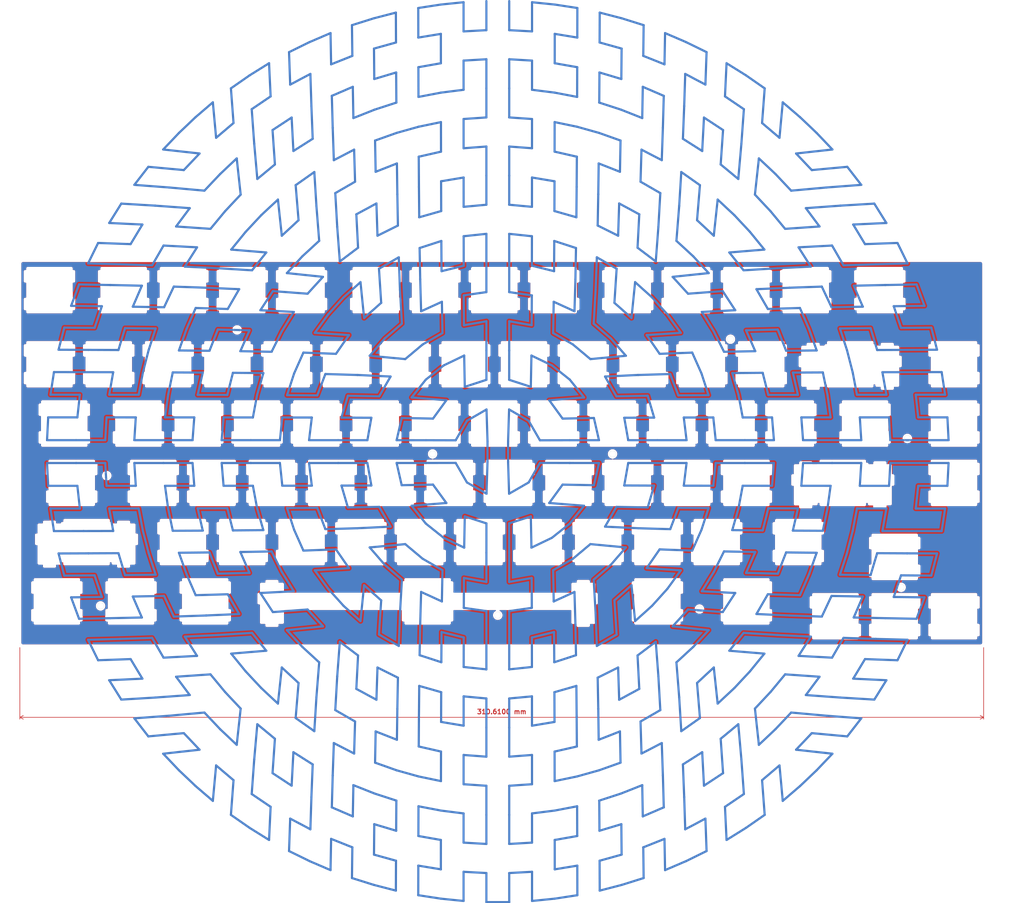
<source format=kicad_pcb>
(kicad_pcb (version 20240108) (generator "pcbnew") (generator_version "8.0")
  (layers (0 "F.Cu" signal) (31 "B.Cu" signal) (34 "B.Paste" user) (35 "F.Paste" user) (36 "B.SilkS" user "B.Silkscreen") (37 "F.SilkS" user "F.Silkscreen") (38 "B.Mask" user) (39 "F.Mask" user) (44 "Edge.Cuts" user))
  (net 0 "")
  (gr_circle (center 192.724866 132.072268) (end 193.774866 132.072268) (stroke (width 0.05)) (fill none) (layer "Edge.Cuts"))
  (gr_line (start 229.203918 106.067103) (end 229.203918 100.247433) (stroke (width 0.0079)) (layer "Edge.Cuts"))
  (gr_line (start 190.974704 96.133829) (end 176.92622 96.133829) (stroke (width 0.0079)) (layer "Edge.Cuts"))
  (gr_line (start 204.796421 116.250924) (end 204.796421 119.362039) (stroke (width 0.0079)) (layer "Edge.Cuts"))
  (gr_line (start 303.562247 167.524628) (end 317.608724 167.524628) (stroke (width 0.0079)) (layer "Edge.Cuts"))
  (gr_line (start 272.212285 185.635332) (end 273.013995 185.635332) (stroke (width 0.0079)) (layer "Edge.Cuts"))
  (gr_line (start 331.945181 138.476646) (end 332.746891 138.476646) (stroke (width 0.0079)) (layer "Edge.Cuts"))
  (gr_line (start 68.604877 144.296317) (end 68.604877 147.406028) (stroke (width 0.0079)) (layer "Edge.Cuts"))
  (gr_line (start 229.492895 144.296317) (end 228.689178 144.296317) (stroke (width 0.0079)) (layer "Edge.Cuts"))
  (gr_line (start 61.436879 73.244062) (end 61.436879 76.354575) (stroke (width 0.0079)) (layer "Edge.Cuts"))
  (gr_line (start 104.958973 116.250924) (end 104.958973 115.248436) (stroke (width 0.0079)) (layer "Edge.Cuts"))
  (gr_line (start 134.434399 109.176814) (end 134.434399 106.067103) (stroke (width 0.0079)) (layer "Edge.Cuts"))
  (gr_line (start 89.037157 166.520735) (end 89.037157 163.411024) (stroke (width 0.0079)) (layer "Edge.Cuts"))
  (gr_line (start 176.124511 97.136317) (end 176.124511 100.247433) (stroke (width 0.0079)) (layer "Edge.Cuts"))
  (gr_line (start 181.706377 157.591253) (end 181.706377 163.411024) (stroke (width 0.0079)) (layer "Edge.Cuts"))
  (gr_line (start 157.524142 86.287147) (end 157.524142 85.284759) (stroke (width 0.0079)) (layer "Edge.Cuts"))
  (gr_line (start 224.714744 115.248436) (end 224.714744 116.250924) (stroke (width 0.0079)) (layer "Edge.Cuts"))
  (gr_line (start 167.370924 72.24067) (end 167.370924 73.244062) (stroke (width 0.0079)) (layer "Edge.Cuts"))
  (gr_line (start 84.257201 135.365531) (end 83.45519 135.365531) (stroke (width 0.0079)) (layer "Edge.Cuts"))
  (gr_line (start 180.902661 163.411024) (end 180.902661 166.520735) (stroke (width 0.0079)) (layer "Edge.Cuts"))
  (gr_line (start 186.485531 116.250924) (end 185.681814 116.250924) (stroke (width 0.0079)) (layer "Edge.Cuts"))
  (gr_line (start 162.59177 167.524628) (end 176.63925 167.524628) (stroke (width 0.0079)) (layer "Edge.Cuts"))
  (gr_line (start 123.559241 82.174246) (end 123.559241 85.284759) (stroke (width 0.0079)) (layer "Edge.Cuts"))
  (gr_line (start 88.233842 153.47775) (end 74.186864 153.47775) (stroke (width 0.0079)) (layer "Edge.Cuts"))
  (gr_line (start 161.788054 157.591253) (end 162.59177 157.591253) (stroke (width 0.0079)) (layer "Edge.Cuts"))
  (gr_line (start 136.735276 177.307293) (end 136.735276 180.11699) (stroke (width 0.0079)) (layer "Edge.Cuts"))
  (gr_arc (start 369.319887 69.707107) (mid 370.027007 69.999993) (end 370.319887 70.707107) (stroke (width 0.0079)) (layer "Edge.Cuts"))
  (gr_line (start 124.362757 76.354575) (end 124.362757 82.174246) (stroke (width 0.0079)) (layer "Edge.Cuts"))
  (gr_line (start 339.113409 116.250924) (end 339.113409 115.248436) (stroke (width 0.0079)) (layer "Edge.Cuts"))
  (gr_line (start 66.215551 116.250924) (end 66.215551 119.362039) (stroke (width 0.0079)) (layer "Edge.Cuts"))
  (gr_line (start 204.796421 119.362039) (end 205.600138 119.362039) (stroke (width 0.0079)) (layer "Edge.Cuts"))
  (gr_line (start 238.761221 85.284759) (end 239.564938 85.284759) (stroke (width 0.0079)) (layer "Edge.Cuts"))
  (gr_line (start 158.326253 166.520735) (end 158.326253 163.411024) (stroke (width 0.0079)) (layer "Edge.Cuts"))
  (gr_line (start 258.164805 185.635332) (end 258.164805 186.639205) (stroke (width 0.0079)) (layer "Edge.Cuts"))
  (gr_line (start 253.386655 106.067103) (end 252.582938 106.067103) (stroke (width 0.0079)) (layer "Edge.Cuts"))
  (gr_line (start 219.131875 163.411024) (end 219.131875 166.520735) (stroke (width 0.0079)) (layer "Edge.Cuts"))
  (gr_line (start 277.279412 166.520735) (end 277.279412 167.524628) (stroke (width 0.0079)) (layer "Edge.Cuts"))
  (gr_line (start 195.753857 163.411024) (end 195.753857 157.591253) (stroke (width 0.0079)) (layer "Edge.Cuts"))
  (gr_line (start 248.607501 85.284759) (end 248.607501 86.287147) (stroke (width 0.0079)) (layer "Edge.Cuts"))
  (gr_line (start 184.094449 186.639205) (end 198.142932 186.639205) (stroke (width 0.0079)) (layer "Edge.Cuts"))
  (gr_line (start 84.257201 147.406028) (end 84.257201 144.296317) (stroke (width 0.0079)) (layer "Edge.Cuts"))
  (gr_line (start 224.425768 148.40982) (end 224.425768 147.406028) (stroke (width 0.0079)) (layer "Edge.Cuts"))
  (gr_line (start 198.142932 177.307293) (end 198.142932 176.70576) (stroke (width 0.0079)) (layer "Edge.Cuts"))
  (gr_line (start 120.097039 154.480138) (end 119.294928 154.480138) (stroke (width 0.0079)) (layer "Edge.Cuts"))
  (gr_line (start 205.600138 119.362039) (end 205.600138 125.18171) (stroke (width 0.0079)) (layer "Edge.Cuts"))
  (gr_line (start 134.434399 97.136317) (end 133.630883 97.136317) (stroke (width 0.0079)) (layer "Edge.Cuts"))
  (gr_line (start 201.335724 119.362039) (end 201.335724 116.250924) (stroke (width 0.0079)) (layer "Edge.Cuts"))
  (gr_line (start 330.357816 190.415368) (end 330.357816 187.304293) (stroke (width 0.0079)) (layer "Edge.Cuts"))
  (gr_line (start 229.203918 110.180606) (end 229.203918 109.176814) (stroke (width 0.0079)) (layer "Edge.Cuts"))
  (gr_line (start 152.74549 100.247433) (end 153.547601 100.247433) (stroke (width 0.0079)) (layer "Edge.Cuts"))
  (gr_line (start 248.318525 96.133829) (end 234.272048 96.133829) (stroke (width 0.0079)) (layer "Edge.Cuts"))
  (gr_line (start 64.62957 182.525631) (end 63.826225 182.525631) (stroke (width 0.0079)) (layer "Edge.Cuts"))
  (gr_line (start 349.472423 181.483107) (end 349.472423 178.374701) (stroke (width 0.0079)) (layer "Edge.Cuts"))
  (gr_line (start 139.293021 186.408274) (end 139.293021 187.391397) (stroke (width 0.0079)) (layer "Edge.Cuts"))
  (gr_line (start 139.293021 173.143921) (end 139.293021 174.066138) (stroke (width 0.0079)) (layer "Edge.Cuts"))
  (gr_line (start 267.722108 82.174246) (end 266.918392 82.174246) (stroke (width 0.0079)) (layer "Edge.Cuts"))
  (gr_line (start 329.845083 86.287147) (end 343.891559 86.287147) (stroke (width 0.0079)) (layer "Edge.Cuts"))
  (gr_line (start 248.318525 106.067103) (end 248.318525 100.247433) (stroke (width 0.0079)) (layer "Edge.Cuts"))
  (gr_line (start 282.058565 129.295213) (end 296.105042 129.295213) (stroke (width 0.0079)) (layer "Edge.Cuts"))
  (gr_line (start 344.695276 73.244062) (end 343.891559 73.244062) (stroke (width 0.0079)) (layer "Edge.Cuts"))
  (gr_line (start 244.67521 186.408274) (end 244.67521 180.11699) (stroke (width 0.0079)) (layer "Edge.Cuts"))
  (gr_line (start 200.532007 119.362039) (end 201.335724 119.362039) (stroke (width 0.0079)) (layer "Edge.Cuts"))
  (gr_line (start 238.761221 76.354575) (end 239.564938 76.354575) (stroke (width 0.0079)) (layer "Edge.Cuts"))
  (gr_line (start 223.911028 119.362039) (end 224.714744 119.362039) (stroke (width 0.0079)) (layer "Edge.Cuts"))
  (gr_line (start 118.780589 106.067103) (end 118.780589 109.176814) (stroke (width 0.0079)) (layer "Edge.Cuts"))
  (gr_line (start 320.800512 85.284759) (end 320.800512 82.174246) (stroke (width 0.0079)) (layer "Edge.Cuts"))
  (gr_line (start 349.472423 187.304293) (end 348.670713 187.304293) (stroke (width 0.0079)) (layer "Edge.Cuts"))
  (gr_line (start 219.646614 72.24067) (end 205.600138 72.24067) (stroke (width 0.0079)) (layer "Edge.Cuts"))
  (gr_line (start 200.532007 86.287147) (end 200.532007 85.284759) (stroke (width 0.0079)) (layer "Edge.Cuts"))
  (gr_line (start 343.891559 73.244062) (end 343.891559 72.24067) (stroke (width 0.0079)) (layer "Edge.Cuts"))
  (gr_line (start 119.294928 153.47775) (end 105.24815 153.47775) (stroke (width 0.0079)) (layer "Edge.Cuts"))
  (gr_line (start 224.425768 138.476646) (end 225.227478 138.476646) (stroke (width 0.0079)) (layer "Edge.Cuts"))
  (gr_line (start 85.330128 85.284759) (end 86.133543 85.284759) (stroke (width 0.0079)) (layer "Edge.Cuts"))
  (gr_line (start 152.74549 110.180606) (end 152.74549 109.176814) (stroke (width 0.0079)) (layer "Edge.Cuts"))
  (gr_line (start 343.466121 103.658662) (end 343.466121 100.848865) (stroke (width 0.0079)) (layer "Edge.Cuts"))
  (gr_line (start 115.319792 97.136317) (end 114.516276 97.136317) (stroke (width 0.0079)) (layer "Edge.Cuts"))
  (gr_line (start 229.492895 134.363043) (end 229.492895 135.365531) (stroke (width 0.0079)) (layer "Edge.Cuts"))
  (gr_line (start 282.571298 73.244062) (end 281.769589 73.244062) (stroke (width 0.0079)) (layer "Edge.Cuts"))
  (gr_line (start 184.094449 177.307293) (end 144.336167 177.307293) (stroke (width 0.0079)) (layer "Edge.Cuts"))
  (gr_line (start 176.92622 110.180606) (end 190.974704 110.180606) (stroke (width 0.0079)) (layer "Edge.Cuts"))
  (gr_line (start 143.991702 125.18171) (end 143.188187 125.18171) (stroke (width 0.0079)) (layer "Edge.Cuts"))
  (gr_line (start 282.571298 147.406028) (end 282.571298 144.296317) (stroke (width 0.0079)) (layer "Edge.Cuts"))
  (gr_line (start 157.009803 97.136317) (end 157.009803 100.247433) (stroke (width 0.0079)) (layer "Edge.Cuts"))
  (gr_line (start 62.240234 106.067103) (end 61.436879 106.067103) (stroke (width 0.0079)) (layer "Edge.Cuts"))
  (gr_line (start 237.901315 181.922793) (end 237.901315 186.408274) (stroke (width 0.0079)) (layer "Edge.Cuts"))
  (gr_line (start 68.604877 135.365531) (end 68.604877 138.476646) (stroke (width 0.0079)) (layer "Edge.Cuts"))
  (gr_line (start 273.013995 157.591253) (end 273.013995 154.480138) (stroke (width 0.0079)) (layer "Edge.Cuts"))
  (gr_line (start 219.935591 163.411024) (end 219.131875 163.411024) (stroke (width 0.0079)) (layer "Edge.Cuts"))
  (gr_line (start 76.287263 100.247433) (end 77.090578 100.247433) (stroke (width 0.0079)) (layer "Edge.Cuts"))
  (gr_line (start 308.766839 139.078079) (end 308.766839 141.887876) (stroke (width 0.0079)) (layer "Edge.Cuts"))
  (gr_line (start 353.73784 128.291421) (end 353.73784 129.295213) (stroke (width 0.0079)) (layer "Edge.Cuts"))
  (gr_line (start 109.223286 125.18171) (end 109.223286 128.291421) (stroke (width 0.0079)) (layer "Edge.Cuts"))
  (gr_line (start 142.673848 163.411024) (end 142.673848 166.520735) (stroke (width 0.0079)) (layer "Edge.Cuts"))
  (gr_line (start 104.444634 166.520735) (end 105.24815 166.520735) (stroke (width 0.0079)) (layer "Edge.Cuts"))
  (gr_line (start 112.416178 185.635332) (end 112.416178 186.639205) (stroke (width 0.0079)) (layer "Edge.Cuts"))
  (gr_line (start 223.911028 128.291421) (end 224.714744 128.291421) (stroke (width 0.0079)) (layer "Edge.Cuts"))
  (gr_line (start 162.302794 119.362039) (end 163.10651 119.362039) (stroke (width 0.0079)) (layer "Edge.Cuts"))
  (gr_line (start 79.479854 185.635332) (end 79.479854 182.525631) (stroke (width 0.0079)) (layer "Edge.Cuts"))
  (gr_line (start 171.345357 138.476646) (end 172.149074 138.476646) (stroke (width 0.0079)) (layer "Edge.Cuts"))
  (gr_line (start 223.911028 76.354575) (end 224.714744 76.354575) (stroke (width 0.0079)) (layer "Edge.Cuts"))
  (gr_line (start 100.469498 110.180606) (end 114.516276 110.180606) (stroke (width 0.0079)) (layer "Edge.Cuts"))
  (gr_line (start 287.351455 109.176814) (end 287.351455 106.067103) (stroke (width 0.0079)) (layer "Edge.Cuts"))
  (gr_line (start 219.646614 76.354575) (end 220.450331 76.354575) (stroke (width 0.0079)) (layer "Edge.Cuts"))
  (gr_line (start 262.943958 116.250924) (end 262.140242 116.250924) (stroke (width 0.0079)) (layer "Edge.Cuts"))
  (gr_line (start 147.966838 144.296317) (end 147.966838 138.476646) (stroke (width 0.0079)) (layer "Edge.Cuts"))
  (gr_line (start 348.670713 158.256402) (end 334.623233 158.256402) (stroke (width 0.0079)) (layer "Edge.Cuts"))
  (gr_line (start 139.211646 157.591253) (end 139.211646 154.480138) (stroke (width 0.0079)) (layer "Edge.Cuts"))
  (gr_line (start 96.536906 161.002383) (end 97.365206 161.002383) (stroke (width 0.0079)) (layer "Edge.Cuts"))
  (gr_line (start 300.884195 82.174246) (end 300.884195 76.354575) (stroke (width 0.0079)) (layer "Edge.Cuts"))
  (gr_line (start 95.401669 97.136317) (end 95.401669 96.133829) (stroke (width 0.0079)) (layer "Edge.Cuts"))
  (gr_line (start 205.311161 135.365531) (end 205.311161 134.363043) (stroke (width 0.0079)) (layer "Edge.Cuts"))
  (gr_line (start 167.370924 129.295213) (end 181.4174 129.295213) (stroke (width 0.0079)) (layer "Edge.Cuts"))
  (gr_line (start 317.896697 138.476646) (end 317.896697 139.078079) (stroke (width 0.0079)) (layer "Edge.Cuts"))
  (gr_line (start 225.227478 147.406028) (end 225.227478 144.296317) (stroke (width 0.0079)) (layer "Edge.Cuts"))
  (gr_line (start 316.023366 128.291421) (end 316.023366 125.18171) (stroke (width 0.0079)) (layer "Edge.Cuts"))
  (gr_line (start 247.803785 73.244062) (end 247.803785 76.354575) (stroke (width 0.0079)) (layer "Edge.Cuts"))
  (gr_line (start 90.108779 128.291421) (end 90.912195 128.291421) (stroke (width 0.0079)) (layer "Edge.Cuts"))
  (gr_line (start 272.212285 167.524628) (end 272.212285 166.520735) (stroke (width 0.0079)) (layer "Edge.Cuts"))
  (gr_line (start 335.2052 135.837025) (end 333.474349 135.837025) (stroke (width 0.0079)) (layer "Edge.Cuts"))
  (gr_line (start 238.761221 125.18171) (end 238.761221 119.362039) (stroke (width 0.0079)) (layer "Edge.Cuts"))
  (gr_line (start 89.037157 157.591253) (end 89.037157 154.480138) (stroke (width 0.0079)) (layer "Edge.Cuts"))
  (gr_line (start 167.370924 82.174246) (end 166.567207 82.174246) (stroke (width 0.0079)) (layer "Edge.Cuts"))
  (gr_line (start 210.378288 138.476646) (end 210.378288 144.296317) (stroke (width 0.0079)) (layer "Edge.Cuts"))
  (gr_line (start 210.378288 147.406028) (end 210.378288 148.40982) (stroke (width 0.0079)) (layer "Edge.Cuts"))
  (gr_line (start 153.034667 147.406028) (end 153.034667 148.40982) (stroke (width 0.0079)) (layer "Edge.Cuts"))
  (gr_line (start 214.868464 166.520735) (end 215.670174 166.520735) (stroke (width 0.0079)) (layer "Edge.Cuts"))
  (gr_line (start 157.524142 73.244062) (end 157.524142 72.24067) (stroke (width 0.0079)) (layer "Edge.Cuts"))
  (gr_line (start 300.884195 134.363043) (end 286.836715 134.363043) (stroke (width 0.0079)) (layer "Edge.Cuts"))
  (gr_line (start 64.62957 176.70576) (end 64.62957 182.525631) (stroke (width 0.0079)) (layer "Edge.Cuts"))
  (gr_line (start 153.034667 148.40982) (end 167.081947 148.40982) (stroke (width 0.0079)) (layer "Edge.Cuts"))
  (gr_line (start 239.050198 153.47775) (end 239.050198 154.480138) (stroke (width 0.0079)) (layer "Edge.Cuts"))
  (gr_line (start 209.574571 138.476646) (end 210.378288 138.476646) (stroke (width 0.0079)) (layer "Edge.Cuts"))
  (gr_line (start 313.713558 97.607811) (end 311.984715 97.607811) (stroke (width 0.0079)) (layer "Edge.Cuts"))
  (gr_line (start 105.24815 163.411024) (end 104.444634 163.411024) (stroke (width 0.0079)) (layer "Edge.Cuts"))
  (gr_line (start 97.365206 158.192686) (end 96.536906 158.192686) (stroke (width 0.0079)) (layer "Edge.Cuts"))
  (gr_line (start 176.124511 109.176814) (end 176.92622 109.176814) (stroke (width 0.0079)) (layer "Edge.Cuts"))
  (gr_line (start 119.584105 106.067103) (end 118.780589 106.067103) (stroke (width 0.0079)) (layer "Edge.Cuts"))
  (gr_line (start 334.623233 191.417846) (end 348.670713 191.417846) (stroke (width 0.0079)) (layer "Edge.Cuts"))
  (gr_line (start 200.017268 163.411024) (end 200.017268 166.520735) (stroke (width 0.0079)) (layer "Edge.Cuts"))
  (gr_line (start 329.556106 178.374701) (end 329.556106 177.370908) (stroke (width 0.0079)) (layer "Edge.Cuts"))
  (gr_line (start 316.023366 116.250924) (end 315.219649 116.250924) (stroke (width 0.0079)) (layer "Edge.Cuts"))
  (gr_line (start 253.097678 167.524628) (end 253.097678 166.520735) (stroke (width 0.0079)) (layer "Edge.Cuts"))
  (gr_line (start 286.032999 82.174246) (end 286.032999 85.284759) (stroke (width 0.0079)) (layer "Edge.Cuts"))
  (gr_line (start 166.567207 119.362039) (end 167.370924 119.362039) (stroke (width 0.0079)) (layer "Edge.Cuts"))
  (gr_line (start 229.203918 97.136317) (end 229.203918 96.133829) (stroke (width 0.0079)) (layer "Edge.Cuts"))
  (gr_line (start 277.794152 128.291421) (end 277.794152 125.18171) (stroke (width 0.0079)) (layer "Edge.Cuts"))
  (gr_line (start 219.935591 157.591253) (end 219.935591 163.411024) (stroke (width 0.0079)) (layer "Edge.Cuts"))
  (gr_line (start 253.899388 166.520735) (end 253.899388 163.411024) (stroke (width 0.0079)) (layer "Edge.Cuts"))
  (gr_line (start 115.319792 100.247433) (end 115.319792 97.136317) (stroke (width 0.0079)) (layer "Edge.Cuts"))
  (gr_line (start 80.551476 97.136317) (end 80.551476 100.247433) (stroke (width 0.0079)) (layer "Edge.Cuts"))
  (gr_line (start 114.516276 100.247433) (end 115.319792 100.247433) (stroke (width 0.0079)) (layer "Edge.Cuts"))
  (gr_line (start 120.097039 82.174246) (end 119.294928 82.174246) (stroke (width 0.0079)) (layer "Edge.Cuts"))
  (gr_line (start 247.803785 144.296317) (end 247.803785 147.406028) (stroke (width 0.0079)) (layer "Edge.Cuts"))
  (gr_line (start 367.78532 191.417846) (end 367.78532 190.415368) (stroke (width 0.0079)) (layer "Edge.Cuts"))
  (gr_line (start 291.615869 100.247433) (end 291.615869 106.067103) (stroke (width 0.0079)) (layer "Edge.Cuts"))
  (gr_line (start 257.875828 125.18171) (end 257.875828 119.362039) (stroke (width 0.0079)) (layer "Edge.Cuts"))
  (gr_line (start 340.90647 97.607811) (end 340.90647 96.685393) (stroke (width 0.0079)) (layer "Edge.Cuts"))
  (gr_line (start 277.279412 163.411024) (end 276.475695 163.411024) (stroke (width 0.0079)) (layer "Edge.Cuts"))
  (gr_line (start 162.59177 153.47775) (end 162.59177 154.480138) (stroke (width 0.0079)) (layer "Edge.Cuts"))
  (gr_line (start 95.690847 138.476646) (end 95.690847 144.296317) (stroke (width 0.0079)) (layer "Edge.Cuts"))
  (gr_line (start 316.367529 135.837025) (end 314.634672 135.837025) (stroke (width 0.0079)) (layer "Edge.Cuts"))
  (gr_line (start 262.943958 119.362039) (end 262.943958 125.18171) (stroke (width 0.0079)) (layer "Edge.Cuts"))
  (gr_line (start 333.819516 181.483107) (end 334.623233 181.483107) (stroke (width 0.0079)) (layer "Edge.Cuts"))
  (gr_line (start 238.761221 86.287147) (end 238.761221 85.284759) (stroke (width 0.0079)) (layer "Edge.Cuts"))
  (gr_line (start 119.584105 97.136317) (end 118.780589 97.136317) (stroke (width 0.0079)) (layer "Edge.Cuts"))
  (gr_line (start 112.416178 176.70576) (end 112.416178 182.525631) (stroke (width 0.0079)) (layer "Edge.Cuts"))
  (gr_line (start 342.63732 109.949826) (end 342.63732 103.658662) (stroke (width 0.0079)) (layer "Edge.Cuts"))
  (gr_line (start 353.73784 177.370908) (end 353.73784 178.374701) (stroke (width 0.0079)) (layer "Edge.Cuts"))
  (gr_line (start 303.562247 163.411024) (end 302.758531 163.411024) (stroke (width 0.0079)) (layer "Edge.Cuts"))
  (gr_line (start 139.211646 154.480138) (end 138.409535 154.480138) (stroke (width 0.0079)) (layer "Edge.Cuts"))
  (gr_line (start 320.287779 110.180606) (end 334.334256 110.180606) (stroke (width 0.0079)) (layer "Edge.Cuts"))
  (gr_line (start 209.574571 144.296317) (end 209.574571 147.406028) (stroke (width 0.0079)) (layer "Edge.Cuts"))
  (gr_line (start 332.746891 138.476646) (end 332.746891 135.365531) (stroke (width 0.0079)) (layer "Edge.Cuts"))
  (gr_line (start 247.803785 76.354575) (end 248.607501 76.354575) (stroke (width 0.0079)) (layer "Edge.Cuts"))
  (gr_line (start 223.911028 116.250924) (end 223.911028 119.362039) (stroke (width 0.0079)) (layer "Edge.Cuts"))
  (gr_line (start 139.211646 163.411024) (end 138.409535 163.411024) (stroke (width 0.0079)) (layer "Edge.Cuts"))
  (gr_line (start 81.867825 116.250924) (end 81.065915 116.250924) (stroke (width 0.0079)) (layer "Edge.Cuts"))
  (gr_line (start 96.205185 97.136317) (end 95.401669 97.136317) (stroke (width 0.0079)) (layer "Edge.Cuts"))
  (gr_line (start 167.370924 116.250924) (end 166.567207 116.250924) (stroke (width 0.0079)) (layer "Edge.Cuts"))
  (gr_line (start 238.761221 72.24067) (end 224.714744 72.24067) (stroke (width 0.0079)) (layer "Edge.Cuts"))
  (gr_line (start 81.867825 119.362039) (end 81.867825 116.250924) (stroke (width 0.0079)) (layer "Edge.Cuts"))
  (gr_line (start 171.860097 96.133829) (end 157.811914 96.133829) (stroke (width 0.0079)) (layer "Edge.Cuts"))
  (gr_line (start 76.287263 85.284759) (end 77.090578 85.284759) (stroke (width 0.0079)) (layer "Edge.Cuts"))
  (gr_line (start 205.600138 73.244062) (end 204.796421 73.244062) (stroke (width 0.0079)) (layer "Edge.Cuts"))
  (gr_line (start 305.951322 82.174246) (end 305.147606 82.174246) (stroke (width 0.0079)) (layer "Edge.Cuts"))
  (gr_line (start 147.4525 125.18171) (end 147.4525 128.291421) (stroke (width 0.0079)) (layer "Edge.Cuts"))
  (gr_line (start 114.516276 97.136317) (end 114.516276 96.133829) (stroke (width 0.0079)) (layer "Edge.Cuts"))
  (gr_line (start 138.698712 97.136317) (end 137.895196 97.136317) (stroke (width 0.0079)) (layer "Edge.Cuts"))
  (gr_line (start 186.485531 76.354575) (end 186.485531 82.174246) (stroke (width 0.0079)) (layer "Edge.Cuts"))
  (gr_line (start 333.819516 187.304293) (end 333.819516 190.415368) (stroke (width 0.0079)) (layer "Edge.Cuts"))
  (gr_line (start 219.935591 153.47775) (end 219.935591 154.480138) (stroke (width 0.0079)) (layer "Edge.Cuts"))
  (gr_line (start 267.722108 73.244062) (end 266.918392 73.244062) (stroke (width 0.0079)) (layer "Edge.Cuts"))
  (gr_line (start 248.318525 97.136317) (end 248.318525 96.133829) (stroke (width 0.0079)) (layer "Edge.Cuts"))
  (gr_line (start 158.326253 82.174246) (end 157.524142 82.174246) (stroke (width 0.0079)) (layer "Edge.Cuts"))
  (gr_line (start 367.78532 96.133829) (end 353.73784 96.133829) (stroke (width 0.0079)) (layer "Edge.Cuts"))
  (gr_line (start 95.690847 135.365531) (end 94.887431 135.365531) (stroke (width 0.0079)) (layer "Edge.Cuts"))
  (gr_line (start 95.690847 148.40982) (end 109.737624 148.40982) (stroke (width 0.0079)) (layer "Edge.Cuts"))
  (gr_line (start 287.351455 106.067103) (end 286.547739 106.067103) (stroke (width 0.0079)) (layer "Edge.Cuts"))
  (gr_line (start 262.654982 138.476646) (end 263.456691 138.476646) (stroke (width 0.0079)) (layer "Edge.Cuts"))
  (gr_line (start 74.186864 154.480138) (end 73.383549 154.480138) (stroke (width 0.0079)) (layer "Edge.Cuts"))
  (gr_line (start 325.065929 115.248436) (end 325.065929 116.250924) (stroke (width 0.0079)) (layer "Edge.Cuts"))
  (gr_line (start 300.884195 138.476646) (end 301.685905 138.476646) (stroke (width 0.0079)) (layer "Edge.Cuts"))
  (gr_line (start 334.334256 96.133829) (end 320.287779 96.133829) (stroke (width 0.0079)) (layer "Edge.Cuts"))
  (gr_line (start 205.600138 86.287147) (end 219.646614 86.287147) (stroke (width 0.0079)) (layer "Edge.Cuts"))
  (gr_line (start 329.041366 82.174246) (end 329.041366 85.284759) (stroke (width 0.0079)) (layer "Edge.Cuts"))
  (gr_line (start 152.74549 96.133829) (end 138.698712 96.133829) (stroke (width 0.0079)) (layer "Edge.Cuts"))
  (gr_line (start 94.887431 144.296317) (end 94.887431 147.406028) (stroke (width 0.0079)) (layer "Edge.Cuts"))
  (gr_line (start 186.485531 85.284759) (end 186.485531 86.287147) (stroke (width 0.0079)) (layer "Edge.Cuts"))
  (gr_line (start 243.025635 119.362039) (end 243.829351 119.362039) (stroke (width 0.0079)) (layer "Edge.Cuts"))
  (gr_line (start 96.536906 154.951631) (end 94.805855 154.951631) (stroke (width 0.0079)) (layer "Edge.Cuts"))
  (gr_line (start 271.697545 106.067103) (end 271.697545 109.176814) (stroke (width 0.0079)) (layer "Edge.Cuts"))
  (gr_line (start 239.632165 187.391397) (end 242.94436 187.391397) (stroke (width 0.0079)) (layer "Edge.Cuts"))
  (gr_line (start 171.860097 97.136317) (end 171.860097 96.133829) (stroke (width 0.0079)) (layer "Edge.Cuts"))
  (gr_line (start 367.78532 144.296317) (end 367.78532 138.476646) (stroke (width 0.0079)) (layer "Edge.Cuts"))
  (gr_line (start 317.092981 144.296317) (end 317.092981 147.406028) (stroke (width 0.0079)) (layer "Edge.Cuts"))
  (gr_line (start 305.662346 106.067103) (end 305.662346 100.247433) (stroke (width 0.0079)) (layer "Edge.Cuts"))
  (gr_line (start 86.133543 72.24067) (end 86.133543 73.244062) (stroke (width 0.0079)) (layer "Edge.Cuts"))
  (gr_line (start 248.607501 72.24067) (end 248.607501 73.244062) (stroke (width 0.0079)) (layer "Edge.Cuts"))
  (gr_line (start 215.157441 109.176814) (end 215.157441 110.180606) (stroke (width 0.0079)) (layer "Edge.Cuts"))
  (gr_line (start 162.59177 166.520735) (end 162.59177 167.524628) (stroke (width 0.0079)) (layer "Edge.Cuts"))
  (gr_line (start 129.141409 125.18171) (end 128.337893 125.18171) (stroke (width 0.0079)) (layer "Edge.Cuts"))
  (gr_line (start 88.233842 162.808186) (end 89.764516 162.808186) (stroke (width 0.0079)) (layer "Edge.Cuts"))
  (gr_line (start 353.73784 106.067103) (end 352.934123 106.067103) (stroke (width 0.0079)) (layer "Edge.Cuts"))
  (gr_line (start 176.92622 96.133829) (end 176.92622 97.136317) (stroke (width 0.0079)) (layer "Edge.Cuts"))
  (gr_line (start 200.532007 115.248436) (end 186.485531 115.248436) (stroke (width 0.0079)) (layer "Edge.Cuts"))
  (gr_line (start 253.899388 163.411024) (end 253.097678 163.411024) (stroke (width 0.0079)) (layer "Edge.Cuts"))
  (gr_line (start 133.116545 144.296317) (end 133.116545 147.406028) (stroke (width 0.0079)) (layer "Edge.Cuts"))
  (gr_line (start 268.236848 106.067103) (end 267.433132 106.067103) (stroke (width 0.0079)) (layer "Edge.Cuts"))
  (gr_line (start 263.456691 73.244062) (end 262.654982 73.244062) (stroke (width 0.0079)) (layer "Edge.Cuts"))
  (gr_line (start 210.378288 144.296317) (end 209.574571 144.296317) (stroke (width 0.0079)) (layer "Edge.Cuts"))
  (gr_line (start 200.017268 157.591253) (end 200.820984 157.591253) (stroke (width 0.0079)) (layer "Edge.Cuts"))
  (gr_line (start 353.73784 116.250924) (end 352.934123 116.250924) (stroke (width 0.0079)) (layer "Edge.Cuts"))
  (gr_line (start 81.354891 106.067103) (end 80.551476 106.067103) (stroke (width 0.0079)) (layer "Edge.Cuts"))
  (gr_line (start 317.608724 157.591253) (end 318.412441 157.591253) (stroke (width 0.0079)) (layer "Edge.Cuts"))
  (gr_line (start 72.65619 167.293647) (end 72.65619 162.808186) (stroke (width 0.0079)) (layer "Edge.Cuts"))
  (gr_line (start 267.722108 148.40982) (end 281.769589 148.40982) (stroke (width 0.0079)) (layer "Edge.Cuts"))
  (gr_line (start 104.444634 73.244062) (end 104.444634 76.354575) (stroke (width 0.0079)) (layer "Edge.Cuts"))
  (gr_line (start 198.142932 186.639205) (end 198.142932 185.635332) (stroke (width 0.0079)) (layer "Edge.Cuts"))
  (gr_line (start 219.646614 82.174246) (end 219.646614 76.354575) (stroke (width 0.0079)) (layer "Edge.Cuts"))
  (gr_line (start 215.157441 110.180606) (end 229.203918 110.180606) (stroke (width 0.0079)) (layer "Edge.Cuts"))
  (gr_line (start 148.768949 147.406028) (end 148.768949 144.296317) (stroke (width 0.0079)) (layer "Edge.Cuts"))
  (gr_line (start 110.026802 128.291421) (end 110.026802 129.295213) (stroke (width 0.0079)) (layer "Edge.Cuts"))
  (gr_line (start 267.722108 144.296317) (end 266.918392 144.296317) (stroke (width 0.0079)) (layer "Edge.Cuts"))
  (gr_line (start 105.24815 166.520735) (end 105.24815 167.524628) (stroke (width 0.0079)) (layer "Edge.Cuts"))
  (gr_line (start 305.662346 97.136317) (end 305.662346 96.133829) (stroke (width 0.0079)) (layer "Edge.Cuts"))
  (gr_line (start 99.665983 100.247433) (end 100.469498 100.247433) (stroke (width 0.0079)) (layer "Edge.Cuts"))
  (gr_line (start 190.974704 109.176814) (end 191.77842 109.176814) (stroke (width 0.0079)) (layer "Edge.Cuts"))
  (gr_line (start 195.239118 106.067103) (end 195.239118 109.176814) (stroke (width 0.0079)) (layer "Edge.Cuts"))
  (gr_line (start 143.477364 85.284759) (end 143.477364 86.287147) (stroke (width 0.0079)) (layer "Edge.Cuts"))
  (gr_line (start 181.706377 154.480138) (end 180.902661 154.480138) (stroke (width 0.0079)) (layer "Edge.Cuts"))
  (gr_line (start 333.819516 168.189676) (end 333.819516 171.300791) (stroke (width 0.0079)) (layer "Edge.Cuts"))
  (gr_line (start 367.78532 100.247433) (end 368.58703 100.247433) (stroke (width 0.0079)) (layer "Edge.Cuts"))
  (gr_line (start 314.634672 134.914607) (end 311.324483 134.914607) (stroke (width 0.0079)) (layer "Edge.Cuts"))
  (gr_line (start 64.62957 186.639205) (end 78.676539 186.639205) (stroke (width 0.0079)) (layer "Edge.Cuts"))
  (gr_line (start 167.883657 147.406028) (end 167.883657 144.296317) (stroke (width 0.0079)) (layer "Edge.Cuts"))
  (gr_circle (center 345.724866 127.072268) (end 346.774866 127.072268) (stroke (width 0.05)) (fill none) (layer "Edge.Cuts"))
  (gr_line (start 301.685905 135.365531) (end 300.884195 135.365531) (stroke (width 0.0079)) (layer "Edge.Cuts"))
  (gr_line (start 253.899388 157.591253) (end 253.899388 154.480138) (stroke (width 0.0079)) (layer "Edge.Cuts"))
  (gr_line (start 253.386655 109.176814) (end 253.386655 110.180606) (stroke (width 0.0079)) (layer "Edge.Cuts"))
  (gr_line (start 296.908759 125.18171) (end 296.105042 125.18171) (stroke (width 0.0079)) (layer "Edge.Cuts"))
  (gr_line (start 62.240234 100.247433) (end 62.240234 106.067103) (stroke (width 0.0079)) (layer "Edge.Cuts"))
  (gr_line (start 123.559241 166.520735) (end 124.362757 166.520735) (stroke (width 0.0079)) (layer "Edge.Cuts"))
  (gr_line (start 205.600138 72.24067) (end 205.600138 73.244062) (stroke (width 0.0079)) (layer "Edge.Cuts"))
  (gr_line (start 112.416178 182.525631) (end 111.612662 182.525631) (stroke (width 0.0079)) (layer "Edge.Cuts"))
  (gr_line (start 200.532007 125.18171) (end 200.532007 119.362039) (stroke (width 0.0079)) (layer "Edge.Cuts"))
  (gr_line (start 114.805454 134.363043) (end 114.805454 135.365531) (stroke (width 0.0079)) (layer "Edge.Cuts"))
  (gr_line (start 317.896697 147.406028) (end 317.896697 148.40982) (stroke (width 0.0079)) (layer "Edge.Cuts"))
  (gr_line (start 83.45519 138.476646) (end 84.257201 138.476646) (stroke (width 0.0079)) (layer "Edge.Cuts"))
  (gr_line (start 119.584105 110.180606) (end 133.630883 110.180606) (stroke (width 0.0079)) (layer "Edge.Cuts"))
  (gr_line (start 167.081947 148.40982) (end 167.081947 147.406028) (stroke (width 0.0079)) (layer "Edge.Cuts"))
  (gr_line (start 80.551476 106.067103) (end 80.551476 109.176814) (stroke (width 0.0079)) (layer "Edge.Cuts"))
  (gr_line (start 109.737624 138.476646) (end 110.539736 138.476646) (stroke (width 0.0079)) (layer "Edge.Cuts"))
  (gr_line (start 109.737624 148.40982) (end 109.737624 147.406028) (stroke (width 0.0079)) (layer "Edge.Cuts"))
  (gr_line (start 305.951322 73.244062) (end 305.147606 73.244062) (stroke (width 0.0079)) (layer "Edge.Cuts"))
  (gr_line (start 238.761221 119.362039) (end 239.564938 119.362039) (stroke (width 0.0079)) (layer "Edge.Cuts"))
  (gr_line (start 162.302794 129.295213) (end 162.302794 128.291421) (stroke (width 0.0079)) (layer "Edge.Cuts"))
  (gr_line (start 253.097678 157.591253) (end 253.899388 157.591253) (stroke (width 0.0079)) (layer "Edge.Cuts"))
  (gr_line (start 76.287263 110.180606) (end 76.287263 109.176814) (stroke (width 0.0079)) (layer "Edge.Cuts"))
  (gr_line (start 272.212285 173.594644) (end 272.212285 172.592256) (stroke (width 0.0079)) (layer "Edge.Cuts"))
  (gr_line (start 67.61484 167.293647) (end 67.61484 168.27677) (stroke (width 0.0079)) (layer "Edge.Cuts"))
  (gr_line (start 325.065929 125.18171) (end 324.262213 125.18171) (stroke (width 0.0079)) (layer "Edge.Cuts"))
  (gr_line (start 205.311161 138.476646) (end 206.112871 138.476646) (stroke (width 0.0079)) (layer "Edge.Cuts"))
  (gr_line (start 300.884195 176.70576) (end 301.685905 176.70576) (stroke (width 0.0079)) (layer "Edge.Cuts"))
  (gr_line (start 220.450331 119.362039) (end 220.450331 116.250924) (stroke (width 0.0079)) (layer "Edge.Cuts"))
  (gr_line (start 253.097678 166.520735) (end 253.899388 166.520735) (stroke (width 0.0079)) (layer "Edge.Cuts"))
  (gr_line (start 353.73784 144.296317) (end 352.934123 144.296317) (stroke (width 0.0079)) (layer "Edge.Cuts"))
  (gr_line (start 65.883699 158.192686) (end 65.05543 158.192686) (stroke (width 0.0079)) (layer "Edge.Cuts"))
  (gr_line (start 205.600138 85.284759) (end 205.600138 86.287147) (stroke (width 0.0079)) (layer "Edge.Cuts"))
  (gr_line (start 281.769589 147.406028) (end 282.571298 147.406028) (stroke (width 0.0079)) (layer "Edge.Cuts"))
  (gr_line (start 200.532007 76.354575) (end 201.335724 76.354575) (stroke (width 0.0079)) (layer "Edge.Cuts"))
  (gr_line (start 70.925039 167.293647) (end 72.65619 167.293647) (stroke (width 0.0079)) (layer "Edge.Cuts"))
  (gr_line (start 329.041366 73.244062) (end 329.041366 76.354575) (stroke (width 0.0079)) (layer "Edge.Cuts"))
  (gr_line (start 94.805855 168.27677) (end 94.805855 167.293647) (stroke (width 0.0079)) (layer "Edge.Cuts"))
  (gr_line (start 318.412441 166.520735) (end 318.412441 163.411024) (stroke (width 0.0079)) (layer "Edge.Cuts"))
  (gr_line (start 69.406837 135.365531) (end 68.604877 135.365531) (stroke (width 0.0079)) (layer "Edge.Cuts"))
  (gr_line (start 119.294928 154.480138) (end 119.294928 153.47775) (stroke (width 0.0079)) (layer "Edge.Cuts"))
  (gr_line (start 185.681814 73.244062) (end 185.681814 76.354575) (stroke (width 0.0079)) (layer "Edge.Cuts"))
  (gr_line (start 182.221117 73.244062) (end 181.4174 73.244062) (stroke (width 0.0079)) (layer "Edge.Cuts"))
  (gr_line (start 335.2052 134.914607) (end 335.2052 135.837025) (stroke (width 0.0079)) (layer "Edge.Cuts"))
  (gr_line (start 252.582938 97.136317) (end 252.582938 100.247433) (stroke (width 0.0079)) (layer "Edge.Cuts"))
  (gr_line (start 311.984715 109.949826) (end 313.713558 109.949826) (stroke (width 0.0079)) (layer "Edge.Cuts"))
  (gr_line (start 247.803785 138.476646) (end 248.607501 138.476646) (stroke (width 0.0079)) (layer "Edge.Cuts"))
  (gr_line (start 334.623233 168.189676) (end 333.819516 168.189676) (stroke (width 0.0079)) (layer "Edge.Cuts"))
  (gr_line (start 282.058565 128.291421) (end 282.058565 129.295213) (stroke (width 0.0079)) (layer "Edge.Cuts"))
  (gr_line (start 181.4174 72.24067) (end 167.370924 72.24067) (stroke (width 0.0079)) (layer "Edge.Cuts"))
  (gr_line (start 303.562247 157.591253) (end 303.562247 163.411024) (stroke (width 0.0079)) (layer "Edge.Cuts"))
  (gr_line (start 167.370924 85.284759) (end 167.370924 86.287147) (stroke (width 0.0079)) (layer "Edge.Cuts"))
  (gr_line (start 305.662346 100.247433) (end 306.466062 100.247433) (stroke (width 0.0079)) (layer "Edge.Cuts"))
  (gr_line (start 281.769589 135.365531) (end 281.769589 134.363043) (stroke (width 0.0079)) (layer "Edge.Cuts"))
  (gr_line (start 119.294928 82.174246) (end 119.294928 76.354575) (stroke (width 0.0079)) (layer "Edge.Cuts"))
  (gr_line (start 100.180321 86.287147) (end 100.180321 85.284759) (stroke (width 0.0079)) (layer "Edge.Cuts"))
  (gr_line (start 368.58703 187.304293) (end 367.78532 187.304293) (stroke (width 0.0079)) (layer "Edge.Cuts"))
  (gr_line (start 100.180321 72.24067) (end 86.133543 72.24067) (stroke (width 0.0079)) (layer "Edge.Cuts"))
  (gr_line (start 139.211646 76.354575) (end 139.211646 73.244062) (stroke (width 0.0079)) (layer "Edge.Cuts"))
  (gr_line (start 368.58703 119.362039) (end 368.58703 116.250924) (stroke (width 0.0079)) (layer "Edge.Cuts"))
  (gr_line (start 262.140242 119.362039) (end 262.943958 119.362039) (stroke (width 0.0079)) (layer "Edge.Cuts"))
  (gr_line (start 253.097678 154.480138) (end 253.097678 153.47775) (stroke (width 0.0079)) (layer "Edge.Cuts"))
  (gr_line (start 171.345357 147.406028) (end 172.149074 147.406028) (stroke (width 0.0079)) (layer "Edge.Cuts"))
  (gr_line (start 263.456691 85.284759) (end 263.456691 82.174246) (stroke (width 0.0079)) (layer "Edge.Cuts"))
  (gr_line (start 105.762489 128.291421) (end 105.762489 125.18171) (stroke (width 0.0079)) (layer "Edge.Cuts"))
  (gr_line (start 281.769589 73.244062) (end 281.769589 72.24067) (stroke (width 0.0079)) (layer "Edge.Cuts"))
  (gr_line (start 180.902661 154.480138) (end 180.902661 157.591253) (stroke (width 0.0079)) (layer "Edge.Cuts"))
  (gr_line (start 272.212285 154.480138) (end 272.212285 153.47775) (stroke (width 0.0079)) (layer "Edge.Cuts"))
  (gr_line (start 77.090578 100.247433) (end 77.090578 97.136317) (stroke (width 0.0079)) (layer "Edge.Cuts"))
  (gr_line (start 158.326253 157.591253) (end 158.326253 154.480138) (stroke (width 0.0079)) (layer "Edge.Cuts"))
  (gr_line (start 94.887431 135.365531) (end 94.887431 138.476646) (stroke (width 0.0079)) (layer "Edge.Cuts"))
  (gr_line (start 286.836715 176.70576) (end 286.836715 182.525631) (stroke (width 0.0079)) (layer "Edge.Cuts"))
  (gr_line (start 315.508626 178.374701) (end 314.704909 178.374701) (stroke (width 0.0079)) (layer "Edge.Cuts"))
  (gr_line (start 147.966838 147.406028) (end 148.768949 147.406028) (stroke (width 0.0079)) (layer "Edge.Cuts"))
  (gr_line (start 296.908759 128.291421) (end 296.908759 125.18171) (stroke (width 0.0079)) (layer "Edge.Cuts"))
  (gr_line (start 302.758531 163.411024) (end 302.758531 166.520735) (stroke (width 0.0079)) (layer "Edge.Cuts"))
  (gr_line (start 185.681814 125.18171) (end 185.681814 128.291421) (stroke (width 0.0079)) (layer "Edge.Cuts"))
  (gr_line (start 234.272048 97.136317) (end 233.468331 97.136317) (stroke (width 0.0079)) (layer "Edge.Cuts"))
  (gr_line (start 267.433132 97.136317) (end 267.433132 96.133829) (stroke (width 0.0079)) (layer "Edge.Cuts"))
  (gr_line (start 291.615869 109.176814) (end 291.615869 110.180606) (stroke (width 0.0079)) (layer "Edge.Cuts"))
  (gr_line (start 224.714744 128.291421) (end 224.714744 129.295213) (stroke (width 0.0079)) (layer "Edge.Cuts"))
  (gr_line (start 136.735276 180.11699) (end 137.562171 180.11699) (stroke (width 0.0079)) (layer "Edge.Cuts"))
  (gr_line (start 300.884195 148.40982) (end 300.884195 147.406028) (stroke (width 0.0079)) (layer "Edge.Cuts"))
  (gr_line (start 76.287263 86.287147) (end 76.287263 85.284759) (stroke (width 0.0079)) (layer "Edge.Cuts"))
  (gr_line (start 343.891559 86.287147) (end 343.891559 85.284759) (stroke (width 0.0079)) (layer "Edge.Cuts"))
  (gr_line (start 272.212285 176.70576) (end 273.013995 176.70576) (stroke (width 0.0079)) (layer "Edge.Cuts"))
  (gr_line (start 119.584105 100.247433) (end 119.584105 106.067103) (stroke (width 0.0079)) (layer "Edge.Cuts"))
  (gr_line (start 352.934123 144.296317) (end 352.934123 147.406028) (stroke (width 0.0079)) (layer "Edge.Cuts"))
  (gr_line (start 317.896697 144.296317) (end 317.092981 144.296317) (stroke (width 0.0079)) (layer "Edge.Cuts"))
  (gr_line (start 124.877096 119.362039) (end 124.877096 116.250924) (stroke (width 0.0079)) (layer "Edge.Cuts"))
  (gr_line (start 262.654982 86.287147) (end 262.654982 85.284759) (stroke (width 0.0079)) (layer "Edge.Cuts"))
  (gr_line (start 180.902661 166.520735) (end 181.706377 166.520735) (stroke (width 0.0079)) (layer "Edge.Cuts"))
  (gr_line (start 282.058565 116.250924) (end 281.254849 116.250924) (stroke (width 0.0079)) (layer "Edge.Cuts"))
  (gr_line (start 263.456691 147.406028) (end 263.456691 144.296317) (stroke (width 0.0079)) (layer "Edge.Cuts"))
  (gr_line (start 204.796421 85.284759) (end 205.600138 85.284759) (stroke (width 0.0079)) (layer "Edge.Cuts"))
  (gr_line (start 126.462956 186.639205) (end 126.462956 185.635332) (stroke (width 0.0079)) (layer "Edge.Cuts"))
  (gr_line (start 331.945181 134.363043) (end 317.896697 134.363043) (stroke (width 0.0079)) (layer "Edge.Cuts"))
  (gr_line (start 286.032999 76.354575) (end 286.836715 76.354575) (stroke (width 0.0079)) (layer "Edge.Cuts"))
  (gr_line (start 133.116545 135.365531) (end 133.116545 138.476646) (stroke (width 0.0079)) (layer "Edge.Cuts"))
  (gr_line (start 95.690847 147.406028) (end 95.690847 148.40982) (stroke (width 0.0079)) (layer "Edge.Cuts"))
  (gr_line (start 129.654343 135.365531) (end 128.852231 135.365531) (stroke (width 0.0079)) (layer "Edge.Cuts"))
  (gr_line (start 318.756604 109.949826) (end 318.756604 105.464265) (stroke (width 0.0079)) (layer "Edge.Cuts"))
  (gr_line (start 137.895196 106.067103) (end 137.895196 109.176814) (stroke (width 0.0079)) (layer "Edge.Cuts"))
  (gr_line (start 172.149074 148.40982) (end 186.196554 148.40982) (stroke (width 0.0079)) (layer "Edge.Cuts"))
  (gr_line (start 316.367529 139.078079) (end 316.367529 135.837025) (stroke (width 0.0079)) (layer "Edge.Cuts"))
  (gr_line (start 191.263681 144.296317) (end 190.459964 144.296317) (stroke (width 0.0079)) (layer "Edge.Cuts"))
  (gr_line (start 95.401669 100.247433) (end 96.205185 100.247433) (stroke (width 0.0079)) (layer "Edge.Cuts"))
  (gr_line (start 300.884195 72.24067) (end 286.836715 72.24067) (stroke (width 0.0079)) (layer "Edge.Cuts"))
  (gr_line (start 186.485531 129.295213) (end 200.532007 129.295213) (stroke (width 0.0079)) (layer "Edge.Cuts"))
  (gr_line (start 210.893027 97.136317) (end 210.089311 97.136317) (stroke (width 0.0079)) (layer "Edge.Cuts"))
  (gr_line (start 243.025635 128.291421) (end 243.829351 128.291421) (stroke (width 0.0079)) (layer "Edge.Cuts"))
  (gr_line (start 148.768949 135.365531) (end 147.966838 135.365531) (stroke (width 0.0079)) (layer "Edge.Cuts"))
  (gr_line (start 76.287263 96.133829) (end 62.240234 96.133829) (stroke (width 0.0079)) (layer "Edge.Cuts"))
  (gr_line (start 305.662346 109.176814) (end 306.466062 109.176814) (stroke (width 0.0079)) (layer "Edge.Cuts"))
  (gr_line (start 277.279412 154.480138) (end 276.475695 154.480138) (stroke (width 0.0079)) (layer "Edge.Cuts"))
  (gr_line (start 339.113409 128.291421) (end 339.915119 128.291421) (stroke (width 0.0079)) (layer "Edge.Cuts"))
  (gr_line (start 272.212285 163.411024) (end 272.212285 157.591253) (stroke (width 0.0079)) (layer "Edge.Cuts"))
  (gr_line (start 186.196554 134.363043) (end 172.149074 134.363043) (stroke (width 0.0079)) (layer "Edge.Cuts"))
  (gr_line (start 74.186864 153.47775) (end 74.186864 154.480138) (stroke (width 0.0079)) (layer "Edge.Cuts"))
  (gr_line (start 273.013995 185.635332) (end 273.013995 182.525631) (stroke (width 0.0079)) (layer "Edge.Cuts"))
  (gr_line (start 129.141409 116.250924) (end 128.337893 116.250924) (stroke (width 0.0079)) (layer "Edge.Cuts"))
  (gr_line (start 338.517395 135.837025) (end 338.517395 134.914607) (stroke (width 0.0079)) (layer "Edge.Cuts"))
  (gr_line (start 276.990435 116.250924) (end 276.990435 115.248436) (stroke (width 0.0079)) (layer "Edge.Cuts"))
  (gr_line (start 142.673848 157.591253) (end 143.477364 157.591253) (stroke (width 0.0079)) (layer "Edge.Cuts"))
  (gr_line (start 301.685905 76.354575) (end 301.685905 73.244062) (stroke (width 0.0079)) (layer "Edge.Cuts"))
  (gr_line (start 243.829351 115.248436) (end 243.829351 116.250924) (stroke (width 0.0079)) (layer "Edge.Cuts"))
  (gr_line (start 302.758531 166.520735) (end 303.562247 166.520735) (stroke (width 0.0079)) (layer "Edge.Cuts"))
  (gr_line (start 331.945181 143.693479) (end 333.474349 143.693479) (stroke (width 0.0079)) (layer "Edge.Cuts"))
  (gr_line (start 349.472423 162.369805) (end 349.472423 159.260094) (stroke (width 0.0079)) (layer "Edge.Cuts"))
  (gr_line (start 229.492895 147.406028) (end 229.492895 148.40982) (stroke (width 0.0079)) (layer "Edge.Cuts"))
  (gr_line (start 233.468331 100.247433) (end 234.272048 100.247433) (stroke (width 0.0079)) (layer "Edge.Cuts"))
  (gr_line (start 100.982432 82.174246) (end 100.180321 82.174246) (stroke (width 0.0079)) (layer "Edge.Cuts"))
  (gr_line (start 100.469498 106.067103) (end 99.665983 106.067103) (stroke (width 0.0079)) (layer "Edge.Cuts"))
  (gr_line (start 204.796421 125.18171) (end 204.796421 128.291421) (stroke (width 0.0079)) (layer "Edge.Cuts"))
  (gr_line (start 301.685905 82.174246) (end 300.884195 82.174246) (stroke (width 0.0079)) (layer "Edge.Cuts"))
  (gr_line (start 96.536906 167.293647) (end 96.536906 161.002383) (stroke (width 0.0079)) (layer "Edge.Cuts"))
  (gr_line (start 73.383549 163.411024) (end 73.383549 166.520735) (stroke (width 0.0079)) (layer "Edge.Cuts"))
  (gr_line (start 147.966838 148.40982) (end 147.966838 147.406028) (stroke (width 0.0079)) (layer "Edge.Cuts"))
  (gr_line (start 196.555567 154.480138) (end 195.753857 154.480138) (stroke (width 0.0079)) (layer "Edge.Cuts"))
  (gr_line (start 157.009803 106.067103) (end 157.009803 109.176814) (stroke (width 0.0079)) (layer "Edge.Cuts"))
  (gr_line (start 291.615869 110.180606) (end 305.662346 110.180606) (stroke (width 0.0079)) (layer "Edge.Cuts"))
  (gr_line (start 118.780589 109.176814) (end 119.584105 109.176814) (stroke (width 0.0079)) (layer "Edge.Cuts"))
  (gr_line (start 124.362757 82.174246) (end 123.559241 82.174246) (stroke (width 0.0079)) (layer "Edge.Cuts"))
  (gr_line (start 111.612662 176.70576) (end 112.416178 176.70576) (stroke (width 0.0079)) (layer "Edge.Cuts"))
  (gr_line (start 153.547601 106.067103) (end 152.74549 106.067103) (stroke (width 0.0079)) (layer "Edge.Cuts"))
  (gr_line (start 282.058565 115.248436) (end 282.058565 116.250924) (stroke (width 0.0079)) (layer "Edge.Cuts"))
  (gr_line (start 180.902661 157.591253) (end 181.706377 157.591253) (stroke (width 0.0079)) (layer "Edge.Cuts"))
  (gr_line (start 186.196554 147.406028) (end 186.998264 147.406028) (stroke (width 0.0079)) (layer "Edge.Cuts"))
  (gr_line (start 343.891559 76.354575) (end 344.695276 76.354575) (stroke (width 0.0079)) (layer "Edge.Cuts"))
  (gr_line (start 220.450331 85.284759) (end 220.450331 82.174246) (stroke (width 0.0079)) (layer "Edge.Cuts"))
  (gr_line (start 368.58703 181.483107) (end 368.58703 178.374701) (stroke (width 0.0079)) (layer "Edge.Cuts"))
  (gr_line (start 334.334256 97.136317) (end 334.334256 96.133829) (stroke (width 0.0079)) (layer "Edge.Cuts"))
  (gr_line (start 301.173172 128.291421) (end 301.173172 129.295213) (stroke (width 0.0079)) (layer "Edge.Cuts"))
  (gr_line (start 143.188187 119.362039) (end 143.991702 119.362039) (stroke (width 0.0079)) (layer "Edge.Cuts"))
  (gr_line (start 84.257201 138.476646) (end 84.257201 135.365531) (stroke (width 0.0079)) (layer "Edge.Cuts"))
  (gr_line (start 313.713558 109.949826) (end 313.713558 110.932849) (stroke (width 0.0079)) (layer "Edge.Cuts"))
  (gr_line (start 253.899388 154.480138) (end 253.097678 154.480138) (stroke (width 0.0079)) (layer "Edge.Cuts"))
  (gr_line (start 224.425768 135.365531) (end 224.425768 134.363043) (stroke (width 0.0079)) (layer "Edge.Cuts"))
  (gr_line (start 119.294928 86.287147) (end 119.294928 85.284759) (stroke (width 0.0079)) (layer "Edge.Cuts"))
  (gr_line (start 281.254849 128.291421) (end 282.058565 128.291421) (stroke (width 0.0079)) (layer "Edge.Cuts"))
  (gr_line (start 142.604815 186.408274) (end 144.336167 186.408274) (stroke (width 0.0079)) (layer "Edge.Cuts"))
  (gr_line (start 157.811914 110.180606) (end 171.860097 110.180606) (stroke (width 0.0079)) (layer "Edge.Cuts"))
  (gr_line (start 144.336167 174.066138) (end 142.604815 174.066138) (stroke (width 0.0079)) (layer "Edge.Cuts"))
  (gr_line (start 317.896697 139.078079) (end 316.367529 139.078079) (stroke (width 0.0079)) (layer "Edge.Cuts"))
  (gr_line (start 201.335724 76.354575) (end 201.335724 73.244062) (stroke (width 0.0079)) (layer "Edge.Cuts"))
  (gr_line (start 103.371808 173.594644) (end 102.569697 173.594644) (stroke (width 0.0079)) (layer "Edge.Cuts"))
  (gr_line (start 167.370924 125.18171) (end 166.567207 125.18171) (stroke (width 0.0079)) (layer "Edge.Cuts"))
  (gr_line (start 142.673848 85.284759) (end 143.477364 85.284759) (stroke (width 0.0079)) (layer "Edge.Cuts"))
  (gr_line (start 126.462956 172.592256) (end 112.416178 172.592256) (stroke (width 0.0079)) (layer "Edge.Cuts"))
  (gr_line (start 138.409535 157.591253) (end 139.211646 157.591253) (stroke (width 0.0079)) (layer "Edge.Cuts"))
  (gr_line (start 74.186864 157.591253) (end 74.186864 158.192686) (stroke (width 0.0079)) (layer "Edge.Cuts"))
  (gr_line (start 340.248245 135.837025) (end 338.517395 135.837025) (stroke (width 0.0079)) (layer "Edge.Cuts"))
  (gr_line (start 262.654982 73.244062) (end 262.654982 72.24067) (stroke (width 0.0079)) (layer "Edge.Cuts"))
  (gr_line (start 311.155914 103.658662) (end 311.984715 103.658662) (stroke (width 0.0079)) (layer "Edge.Cuts"))
  (gr_line (start 138.698712 110.180606) (end 152.74549 110.180606) (stroke (width 0.0079)) (layer "Edge.Cuts"))
  (gr_line (start 102.569697 176.70576) (end 103.371808 176.70576) (stroke (width 0.0079)) (layer "Edge.Cuts"))
  (gr_line (start 88.521414 185.635332) (end 88.521414 186.639205) (stroke (width 0.0079)) (layer "Edge.Cuts"))
  (gr_line (start 352.934123 178.374701) (end 352.934123 181.483107) (stroke (width 0.0079)) (layer "Edge.Cuts"))
  (gr_line (start 83.45519 135.365531) (end 83.45519 134.363043) (stroke (width 0.0079)) (layer "Edge.Cuts"))
  (gr_line (start 177.44096 166.520735) (end 177.44096 163.411024) (stroke (width 0.0079)) (layer "Edge.Cuts"))
  (gr_line (start 66.215551 119.362039) (end 67.018896 119.362039) (stroke (width 0.0079)) (layer "Edge.Cuts"))
  (gr_line (start 185.681814 76.354575) (end 186.485531 76.354575) (stroke (width 0.0079)) (layer "Edge.Cuts"))
  (gr_line (start 242.94436 174.066138) (end 242.94436 173.143921) (stroke (width 0.0079)) (layer "Edge.Cuts"))
  (gr_line (start 104.444634 76.354575) (end 105.24815 76.354575) (stroke (width 0.0079)) (layer "Edge.Cuts"))
  (gr_line (start 205.600138 129.295213) (end 219.646614 129.295213) (stroke (width 0.0079)) (layer "Edge.Cuts"))
  (gr_line (start 335.137972 100.247433) (end 335.137972 97.136317) (stroke (width 0.0079)) (layer "Edge.Cuts"))
  (gr_line (start 182.221117 76.354575) (end 182.221117 73.244062) (stroke (width 0.0079)) (layer "Edge.Cuts"))
  (gr_line (start 319.998802 86.287147) (end 319.998802 85.284759) (stroke (width 0.0079)) (layer "Edge.Cuts"))
  (gr_line (start 317.092981 135.365531) (end 317.092981 138.476646) (stroke (width 0.0079)) (layer "Edge.Cuts"))
  (gr_line (start 224.714744 73.244062) (end 223.911028 73.244062) (stroke (width 0.0079)) (layer "Edge.Cuts"))
  (gr_line (start 276.990435 129.295213) (end 276.990435 128.291421) (stroke (width 0.0079)) (layer "Edge.Cuts"))
  (gr_line (start 137.562171 177.307293) (end 136.735276 177.307293) (stroke (width 0.0079)) (layer "Edge.Cuts"))
  (gr_line (start 152.74549 109.176814) (end 153.547601 109.176814) (stroke (width 0.0079)) (layer "Edge.Cuts"))
  (gr_line (start 238.761221 82.174246) (end 238.761221 76.354575) (stroke (width 0.0079)) (layer "Edge.Cuts"))
  (gr_line (start 301.173172 125.18171) (end 300.369456 125.18171) (stroke (width 0.0079)) (layer "Edge.Cuts"))
  (gr_line (start 124.07358 128.291421) (end 124.877096 128.291421) (stroke (width 0.0079)) (layer "Edge.Cuts"))
  (gr_line (start 138.698712 96.133829) (end 138.698712 97.136317) (stroke (width 0.0079)) (layer "Edge.Cuts"))
  (gr_line (start 263.456691 144.296317) (end 262.654982 144.296317) (stroke (width 0.0079)) (layer "Edge.Cuts"))
  (gr_line (start 153.547601 100.247433) (end 153.547601 97.136317) (stroke (width 0.0079)) (layer "Edge.Cuts"))
  (gr_line (start 128.852231 147.406028) (end 129.654343 147.406028) (stroke (width 0.0079)) (layer "Edge.Cuts"))
  (gr_line (start 301.173172 116.250924) (end 300.369456 116.250924) (stroke (width 0.0079)) (layer "Edge.Cuts"))
  (gr_line (start 348.670713 187.304293) (end 348.670713 181.483107) (stroke (width 0.0079)) (layer "Edge.Cuts"))
  (gr_line (start 367.78532 177.370908) (end 353.73784 177.370908) (stroke (width 0.0079)) (layer "Edge.Cuts"))
  (gr_line (start 157.524142 154.480138) (end 157.524142 153.47775) (stroke (width 0.0079)) (layer "Edge.Cuts"))
  (gr_line (start 282.571298 82.174246) (end 281.769589 82.174246) (stroke (width 0.0079)) (layer "Edge.Cuts"))
  (gr_line (start 220.450331 128.291421) (end 220.450331 125.18171) (stroke (width 0.0079)) (layer "Edge.Cuts"))
  (gr_line (start 77.090578 73.244062) (end 76.287263 73.244062) (stroke (width 0.0079)) (layer "Edge.Cuts"))
  (gr_line (start 242.94436 173.143921) (end 239.632165 173.143921) (stroke (width 0.0079)) (layer "Edge.Cuts"))
  (gr_line (start 86.133543 82.174246) (end 85.330128 82.174246) (stroke (width 0.0079)) (layer "Edge.Cuts"))
  (gr_line (start 286.032999 182.525631) (end 286.032999 185.635332) (stroke (width 0.0079)) (layer "Edge.Cuts"))
  (gr_line (start 183.292739 185.635332) (end 184.094449 185.635332) (stroke (width 0.0079)) (layer "Edge.Cuts"))
  (gr_line (start 248.607501 76.354575) (end 248.607501 82.174246) (stroke (width 0.0079)) (layer "Edge.Cuts"))
  (gr_line (start 77.090578 97.136317) (end 76.287263 97.136317) (stroke (width 0.0079)) (layer "Edge.Cuts"))
  (gr_line (start 248.318525 109.176814) (end 249.122241 109.176814) (stroke (width 0.0079)) (layer "Edge.Cuts"))
  (gr_line (start 225.227478 135.365531) (end 224.425768 135.365531) (stroke (width 0.0079)) (layer "Edge.Cuts"))
  (gr_line (start 186.196554 148.40982) (end 186.196554 147.406028) (stroke (width 0.0079)) (layer "Edge.Cuts"))
  (gr_line (start 90.912195 125.18171) (end 90.108779 125.18171) (stroke (width 0.0079)) (layer "Edge.Cuts"))
  (gr_line (start 276.990435 119.362039) (end 277.794152 119.362039) (stroke (width 0.0079)) (layer "Edge.Cuts"))
  (gr_line (start 109.223286 119.362039) (end 110.026802 119.362039) (stroke (width 0.0079)) (layer "Edge.Cuts"))
  (gr_line (start 239.050198 163.411024) (end 238.246481 163.411024) (stroke (width 0.0079)) (layer "Edge.Cuts"))
  (gr_line (start 267.722108 147.406028) (end 267.722108 148.40982) (stroke (width 0.0079)) (layer "Edge.Cuts"))
  (gr_line (start 129.654343 147.406028) (end 129.654343 144.296317) (stroke (width 0.0079)) (layer "Edge.Cuts"))
  (gr_line (start 161.788054 163.411024) (end 161.788054 166.520735) (stroke (width 0.0079)) (layer "Edge.Cuts"))
  (gr_line (start 335.137972 106.067103) (end 334.334256 106.067103) (stroke (width 0.0079)) (layer "Edge.Cuts"))
  (gr_line (start 59.707107 192.95236) (end 59.707107 70.707107) (stroke (width 0.0079)) (layer "Edge.Cuts"))
  (gr_line (start 277.279412 157.591253) (end 277.279412 163.411024) (stroke (width 0.0079)) (layer "Edge.Cuts"))
  (gr_line (start 195.753857 157.591253) (end 196.555567 157.591253) (stroke (width 0.0079)) (layer "Edge.Cuts"))
  (gr_line (start 157.524142 76.354575) (end 158.326253 76.354575) (stroke (width 0.0079)) (layer "Edge.Cuts"))
  (gr_line (start 200.532007 82.174246) (end 200.532007 76.354575) (stroke (width 0.0079)) (layer "Edge.Cuts"))
  (gr_line (start 263.456691 135.365531) (end 262.654982 135.365531) (stroke (width 0.0079)) (layer "Edge.Cuts"))
  (gr_line (start 290.812152 109.176814) (end 291.615869 109.176814) (stroke (width 0.0079)) (layer "Edge.Cuts"))
  (gr_line (start 286.836715 134.363043) (end 286.836715 135.365531) (stroke (width 0.0079)) (layer "Edge.Cuts"))
  (gr_line (start 301.173172 115.248436) (end 301.173172 116.250924) (stroke (width 0.0079)) (layer "Edge.Cuts"))
  (gr_line (start 139.293021 174.066138) (end 137.562171 174.066138) (stroke (width 0.0079)) (layer "Edge.Cuts"))
  (gr_line (start 300.884195 135.365531) (end 300.884195 134.363043) (stroke (width 0.0079)) (layer "Edge.Cuts"))
  (gr_line (start 200.532007 72.24067) (end 186.485531 72.24067) (stroke (width 0.0079)) (layer "Edge.Cuts"))
  (gr_line (start 325.065929 116.250924) (end 324.262213 116.250924) (stroke (width 0.0079)) (layer "Edge.Cuts"))
  (gr_line (start 286.836715 85.284759) (end 286.836715 86.287147) (stroke (width 0.0079)) (layer "Edge.Cuts"))
  (gr_line (start 176.124511 100.247433) (end 176.92622 100.247433) (stroke (width 0.0079)) (layer "Edge.Cuts"))
  (gr_line (start 186.998264 147.406028) (end 186.998264 144.296317) (stroke (width 0.0079)) (layer "Edge.Cuts"))
  (gr_line (start 239.564938 76.354575) (end 239.564938 73.244062) (stroke (width 0.0079)) (layer "Edge.Cuts"))
  (gr_line (start 196.555567 166.520735) (end 196.555567 163.411024) (stroke (width 0.0079)) (layer "Edge.Cuts"))
  (gr_line (start 153.547601 109.176814) (end 153.547601 106.067103) (stroke (width 0.0079)) (layer "Edge.Cuts"))
  (gr_line (start 353.73784 191.417846) (end 367.78532 191.417846) (stroke (width 0.0079)) (layer "Edge.Cuts"))
  (gr_line (start 243.829351 128.291421) (end 243.829351 129.295213) (stroke (width 0.0079)) (layer "Edge.Cuts"))
  (gr_line (start 90.912195 119.362039) (end 90.912195 125.18171) (stroke (width 0.0079)) (layer "Edge.Cuts"))
  (gr_line (start 317.608724 163.411024) (end 317.608724 157.591253) (stroke (width 0.0079)) (layer "Edge.Cuts"))
  (gr_line (start 368.58703 109.176814) (end 368.58703 106.067103) (stroke (width 0.0079)) (layer "Edge.Cuts"))
  (gr_line (start 286.836715 148.40982) (end 300.884195 148.40982) (stroke (width 0.0079)) (layer "Edge.Cuts"))
  (gr_circle (center 278.724866 182.072268) (end 279.774866 182.072268) (stroke (width 0.05)) (fill none) (layer "Edge.Cuts"))
  (gr_circle (center 129.724866 92.072268) (end 130.774866 92.072268) (stroke (width 0.05)) (fill none) (layer "Edge.Cuts"))
  (gr_line (start 157.811914 109.176814) (end 157.811914 110.180606) (stroke (width 0.0079)) (layer "Edge.Cuts"))
  (gr_line (start 87.719504 185.635332) (end 88.521414 185.635332) (stroke (width 0.0079)) (layer "Edge.Cuts"))
  (gr_line (start 90.912195 116.250924) (end 90.108779 116.250924) (stroke (width 0.0079)) (layer "Edge.Cuts"))
  (gr_line (start 91.494262 167.293647) (end 91.494262 168.27677) (stroke (width 0.0079)) (layer "Edge.Cuts"))
  (gr_line (start 142.673848 73.244062) (end 142.673848 76.354575) (stroke (width 0.0079)) (layer "Edge.Cuts"))
  (gr_line (start 182.221117 116.250924) (end 181.4174 116.250924) (stroke (width 0.0079)) (layer "Edge.Cuts"))
  (gr_line (start 99.665983 109.176814) (end 100.469498 109.176814) (stroke (width 0.0079)) (layer "Edge.Cuts"))
  (gr_line (start 76.287263 109.176814) (end 77.090578 109.176814) (stroke (width 0.0079)) (layer "Edge.Cuts"))
  (gr_line (start 233.468331 109.176814) (end 234.272048 109.176814) (stroke (width 0.0079)) (layer "Edge.Cuts"))
  (gr_line (start 200.532007 85.284759) (end 201.335724 85.284759) (stroke (width 0.0079)) (layer "Edge.Cuts"))
  (gr_line (start 317.896697 135.365531) (end 317.092981 135.365531) (stroke (width 0.0079)) (layer "Edge.Cuts"))
  (gr_line (start 276.475695 157.591253) (end 277.279412 157.591253) (stroke (width 0.0079)) (layer "Edge.Cuts"))
  (gr_line (start 319.998802 82.174246) (end 319.998802 76.354575) (stroke (width 0.0079)) (layer "Edge.Cuts"))
  (gr_line (start 370.319887 70.707107) (end 370.319887 192.95236) (stroke (width 0.0079)) (layer "Edge.Cuts"))
  (gr_line (start 183.292739 182.525631) (end 183.292739 185.635332) (stroke (width 0.0079)) (layer "Edge.Cuts"))
  (gr_line (start 262.654982 85.284759) (end 263.456691 85.284759) (stroke (width 0.0079)) (layer "Edge.Cuts"))
  (gr_line (start 224.425768 144.296317) (end 224.425768 138.476646) (stroke (width 0.0079)) (layer "Edge.Cuts"))
  (gr_line (start 368.58703 178.374701) (end 367.78532 178.374701) (stroke (width 0.0079)) (layer "Edge.Cuts"))
  (gr_line (start 90.108779 116.250924) (end 90.108779 119.362039) (stroke (width 0.0079)) (layer "Edge.Cuts"))
  (gr_line (start 286.547739 106.067103) (end 286.547739 100.247433) (stroke (width 0.0079)) (layer "Edge.Cuts"))
  (gr_line (start 65.05543 158.192686) (end 65.05543 161.002383) (stroke (width 0.0079)) (layer "Edge.Cuts"))
  (gr_line (start 300.884195 73.244062) (end 300.884195 72.24067) (stroke (width 0.0079)) (layer "Edge.Cuts"))
  (gr_line (start 368.58703 97.136317) (end 367.78532 97.136317) (stroke (width 0.0079)) (layer "Edge.Cuts"))
  (gr_line (start 334.334256 105.464265) (end 335.865431 105.464265) (stroke (width 0.0079)) (layer "Edge.Cuts"))
  (gr_line (start 62.240234 110.180606) (end 76.287263 110.180606) (stroke (width 0.0079)) (layer "Edge.Cuts"))
  (gr_line (start 206.112871 144.296317) (end 205.311161 144.296317) (stroke (width 0.0079)) (layer "Edge.Cuts"))
  (gr_line (start 152.74549 97.136317) (end 152.74549 96.133829) (stroke (width 0.0079)) (layer "Edge.Cuts"))
  (gr_line (start 186.485531 128.291421) (end 186.485531 129.295213) (stroke (width 0.0079)) (layer "Edge.Cuts"))
  (gr_line (start 210.089311 100.247433) (end 210.893027 100.247433) (stroke (width 0.0079)) (layer "Edge.Cuts"))
  (gr_line (start 324.262213 119.362039) (end 325.065929 119.362039) (stroke (width 0.0079)) (layer "Edge.Cuts"))
  (gr_line (start 237.901315 177.307293) (end 198.142932 177.307293) (stroke (width 0.0079)) (layer "Edge.Cuts"))
  (gr_line (start 100.180321 85.284759) (end 100.982432 85.284759) (stroke (width 0.0079)) (layer "Edge.Cuts"))
  (gr_line (start 100.982432 76.354575) (end 100.982432 73.244062) (stroke (width 0.0079)) (layer "Edge.Cuts"))
  (gr_line (start 237.901315 174.066138) (end 237.901315 177.307293) (stroke (width 0.0079)) (layer "Edge.Cuts"))
  (gr_line (start 133.630883 109.176814) (end 134.434399 109.176814) (stroke (width 0.0079)) (layer "Edge.Cuts"))
  (gr_line (start 228.689178 138.476646) (end 229.492895 138.476646) (stroke (width 0.0079)) (layer "Edge.Cuts"))
  (gr_line (start 103.371808 182.525631) (end 102.569697 182.525631) (stroke (width 0.0079)) (layer "Edge.Cuts"))
  (gr_line (start 105.762489 125.18171) (end 104.958973 125.18171) (stroke (width 0.0079)) (layer "Edge.Cuts"))
  (gr_line (start 152.231152 135.365531) (end 152.231152 138.476646) (stroke (width 0.0079)) (layer "Edge.Cuts"))
  (gr_line (start 334.623233 172.30328) (end 348.670713 172.30328) (stroke (width 0.0079)) (layer "Edge.Cuts"))
  (gr_line (start 367.78532 134.363043) (end 353.73784 134.363043) (stroke (width 0.0079)) (layer "Edge.Cuts"))
  (gr_line (start 335.865431 100.848865) (end 334.334256 100.848865) (stroke (width 0.0079)) (layer "Edge.Cuts"))
  (gr_line (start 244.67521 177.307293) (end 244.67521 174.066138) (stroke (width 0.0079)) (layer "Edge.Cuts"))
  (gr_line (start 133.920061 148.40982) (end 147.966838 148.40982) (stroke (width 0.0079)) (layer "Edge.Cuts"))
  (gr_line (start 343.891559 85.284759) (end 344.695276 85.284759) (stroke (width 0.0079)) (layer "Edge.Cuts"))
  (gr_line (start 228.689178 135.365531) (end 228.689178 138.476646) (stroke (width 0.0079)) (layer "Edge.Cuts"))
  (gr_line (start 353.73784 125.18171) (end 352.934123 125.18171) (stroke (width 0.0079)) (layer "Edge.Cuts"))
  (gr_line (start 266.918392 147.406028) (end 267.722108 147.406028) (stroke (width 0.0079)) (layer "Edge.Cuts"))
  (gr_line (start 142.673848 154.480138) (end 142.673848 157.591253) (stroke (width 0.0079)) (layer "Edge.Cuts"))
  (gr_line (start 329.556106 191.417846) (end 329.556106 190.415368) (stroke (width 0.0079)) (layer "Edge.Cuts"))
  (gr_line (start 143.477364 157.591253) (end 143.477364 163.411024) (stroke (width 0.0079)) (layer "Edge.Cuts"))
  (gr_line (start 157.811914 97.136317) (end 157.009803 97.136317) (stroke (width 0.0079)) (layer "Edge.Cuts"))
  (gr_line (start 162.302794 125.18171) (end 162.302794 119.362039) (stroke (width 0.0079)) (layer "Edge.Cuts"))
  (gr_line (start 291.615869 96.133829) (end 291.615869 97.136317) (stroke (width 0.0079)) (layer "Edge.Cuts"))
  (gr_line (start 331.945181 135.365531) (end 331.945181 134.363043) (stroke (width 0.0079)) (layer "Edge.Cuts"))
  (gr_line (start 148.256016 116.250924) (end 147.4525 116.250924) (stroke (width 0.0079)) (layer "Edge.Cuts"))
  (gr_line (start 166.567207 116.250924) (end 166.567207 119.362039) (stroke (width 0.0079)) (layer "Edge.Cuts"))
  (gr_line (start 143.991702 128.291421) (end 143.991702 125.18171) (stroke (width 0.0079)) (layer "Edge.Cuts"))
  (gr_line (start 80.551476 109.176814) (end 81.354891 109.176814) (stroke (width 0.0079)) (layer "Edge.Cuts"))
  (gr_line (start 352.934123 138.476646) (end 353.73784 138.476646) (stroke (width 0.0079)) (layer "Edge.Cuts"))
  (gr_line (start 138.409535 72.24067) (end 124.362757 72.24067) (stroke (width 0.0079)) (layer "Edge.Cuts"))
  (gr_line (start 110.539736 147.406028) (end 110.539736 144.296317) (stroke (width 0.0079)) (layer "Edge.Cuts"))
  (gr_line (start 67.018896 128.291421) (end 67.018896 129.295213) (stroke (width 0.0079)) (layer "Edge.Cuts"))
  (gr_line (start 291.326892 163.411024) (end 291.326892 157.591253) (stroke (width 0.0079)) (layer "Edge.Cuts"))
  (gr_line (start 353.73784 115.248436) (end 353.73784 116.250924) (stroke (width 0.0079)) (layer "Edge.Cuts"))
  (gr_line (start 286.032999 176.70576) (end 286.836715 176.70576) (stroke (width 0.0079)) (layer "Edge.Cuts"))
  (gr_line (start 210.089311 110.180606) (end 210.089311 109.176814) (stroke (width 0.0079)) (layer "Edge.Cuts"))
  (gr_line (start 195.753857 153.47775) (end 181.706377 153.47775) (stroke (width 0.0079)) (layer "Edge.Cuts"))
  (gr_line (start 257.361088 163.411024) (end 257.361088 166.520735) (stroke (width 0.0079)) (layer "Edge.Cuts"))
  (gr_line (start 337.596281 97.607811) (end 335.865431 97.607811) (stroke (width 0.0079)) (layer "Edge.Cuts"))
  (gr_line (start 166.567207 76.354575) (end 167.370924 76.354575) (stroke (width 0.0079)) (layer "Edge.Cuts"))
  (gr_line (start 124.362757 167.524628) (end 138.409535 167.524628) (stroke (width 0.0079)) (layer "Edge.Cuts"))
  (gr_line (start 333.474349 148.17904) (end 335.2052 148.17904) (stroke (width 0.0079)) (layer "Edge.Cuts"))
  (gr_line (start 215.670174 157.591253) (end 215.670174 154.480138) (stroke (width 0.0079)) (layer "Edge.Cuts"))
  (gr_line (start 248.607501 134.363043) (end 248.607501 135.365531) (stroke (width 0.0079)) (layer "Edge.Cuts"))
  (gr_line (start 198.142932 173.594644) (end 198.142932 172.592256) (stroke (width 0.0079)) (layer "Edge.Cuts"))
  (gr_line (start 190.974704 110.180606) (end 190.974704 109.176814) (stroke (width 0.0079)) (layer "Edge.Cuts"))
  (gr_line (start 324.262213 125.18171) (end 324.262213 128.291421) (stroke (width 0.0079)) (layer "Edge.Cuts"))
  (gr_line (start 332.746891 144.296317) (end 331.945181 144.296317) (stroke (width 0.0079)) (layer "Edge.Cuts"))
  (gr_line (start 248.607501 86.287147) (end 262.654982 86.287147) (stroke (width 0.0079)) (layer "Edge.Cuts"))
  (gr_line (start 317.608724 167.524628) (end 317.608724 166.520735) (stroke (width 0.0079)) (layer "Edge.Cuts"))
  (gr_line (start 65.883699 161.002383) (end 65.883699 167.293647) (stroke (width 0.0079)) (layer "Edge.Cuts"))
  (gr_line (start 74.186864 167.524628) (end 88.233842 167.524628) (stroke (width 0.0079)) (layer "Edge.Cuts"))
  (gr_line (start 300.884195 85.284759) (end 301.685905 85.284759) (stroke (width 0.0079)) (layer "Edge.Cuts"))
  (gr_line (start 282.058565 125.18171) (end 281.254849 125.18171) (stroke (width 0.0079)) (layer "Edge.Cuts"))
  (gr_line (start 281.769589 144.296317) (end 281.769589 138.476646) (stroke (width 0.0079)) (layer "Edge.Cuts"))
  (gr_line (start 348.670713 172.30328) (end 348.670713 171.300791) (stroke (width 0.0079)) (layer "Edge.Cuts"))
  (gr_line (start 352.934123 187.304293) (end 352.934123 190.415368) (stroke (width 0.0079)) (layer "Edge.Cuts"))
  (gr_line (start 296.105042 128.291421) (end 296.908759 128.291421) (stroke (width 0.0079)) (layer "Edge.Cuts"))
  (gr_line (start 332.746891 135.365531) (end 331.945181 135.365531) (stroke (width 0.0079)) (layer "Edge.Cuts"))
  (gr_line (start 258.164805 167.524628) (end 272.212285 167.524628) (stroke (width 0.0079)) (layer "Edge.Cuts"))
  (gr_line (start 104.958973 119.362039) (end 105.762489 119.362039) (stroke (width 0.0079)) (layer "Edge.Cuts"))
  (gr_line (start 263.456691 138.476646) (end 263.456691 135.365531) (stroke (width 0.0079)) (layer "Edge.Cuts"))
  (gr_line (start 186.485531 82.174246) (end 185.681814 82.174246) (stroke (width 0.0079)) (layer "Edge.Cuts"))
  (gr_line (start 214.868464 163.411024) (end 214.868464 157.591253) (stroke (width 0.0079)) (layer "Edge.Cuts"))
  (gr_line (start 162.302794 115.248436) (end 148.256016 115.248436) (stroke (width 0.0079)) (layer "Edge.Cuts"))
  (gr_line (start 239.564938 73.244062) (end 238.761221 73.244062) (stroke (width 0.0079)) (layer "Edge.Cuts"))
  (gr_line (start 233.983071 166.520735) (end 234.784781 166.520735) (stroke (width 0.0079)) (layer "Edge.Cuts"))
  (gr_line (start 339.915119 116.250924) (end 339.113409 116.250924) (stroke (width 0.0079)) (layer "Edge.Cuts"))
  (gr_line (start 167.370924 76.354575) (end 167.370924 82.174246) (stroke (width 0.0079)) (layer "Edge.Cuts"))
  (gr_line (start 317.092981 138.476646) (end 317.896697 138.476646) (stroke (width 0.0079)) (layer "Edge.Cuts"))
  (gr_line (start 329.845083 82.174246) (end 329.041366 82.174246) (stroke (width 0.0079)) (layer "Edge.Cuts"))
  (gr_line (start 353.73784 119.362039) (end 353.73784 125.18171) (stroke (width 0.0079)) (layer "Edge.Cuts"))
  (gr_line (start 124.362757 153.47775) (end 124.362757 154.480138) (stroke (width 0.0079)) (layer "Edge.Cuts"))
  (gr_line (start 281.254849 116.250924) (end 281.254849 119.362039) (stroke (width 0.0079)) (layer "Edge.Cuts"))
  (gr_line (start 210.378288 134.363043) (end 210.378288 135.365531) (stroke (width 0.0079)) (layer "Edge.Cuts"))
  (gr_line (start 349.472423 178.374701) (end 348.670713 178.374701) (stroke (width 0.0079)) (layer "Edge.Cuts"))
  (gr_line (start 80.551476 100.247433) (end 81.354891 100.247433) (stroke (width 0.0079)) (layer "Edge.Cuts"))
  (gr_line (start 286.836715 82.174246) (end 286.032999 82.174246) (stroke (width 0.0079)) (layer "Edge.Cuts"))
  (gr_line (start 325.065929 128.291421) (end 325.065929 129.295213) (stroke (width 0.0079)) (layer "Edge.Cuts"))
  (gr_line (start 176.92622 100.247433) (end 176.92622 106.067103) (stroke (width 0.0079)) (layer "Edge.Cuts"))
  (gr_line (start 320.287779 97.136317) (end 319.484063 97.136317) (stroke (width 0.0079)) (layer "Edge.Cuts"))
  (gr_line (start 300.369456 116.250924) (end 300.369456 119.362039) (stroke (width 0.0079)) (layer "Edge.Cuts"))
  (gr_line (start 290.812152 97.136317) (end 290.812152 100.247433) (stroke (width 0.0079)) (layer "Edge.Cuts"))
  (gr_line (start 205.600138 115.248436) (end 205.600138 116.250924) (stroke (width 0.0079)) (layer "Edge.Cuts"))
  (gr_line (start 83.45519 147.406028) (end 84.257201 147.406028) (stroke (width 0.0079)) (layer "Edge.Cuts"))
  (gr_line (start 184.094449 185.635332) (end 184.094449 186.639205) (stroke (width 0.0079)) (layer "Edge.Cuts"))
  (gr_line (start 320.800512 82.174246) (end 319.998802 82.174246) (stroke (width 0.0079)) (layer "Edge.Cuts"))
  (gr_line (start 128.337893 116.250924) (end 128.337893 119.362039) (stroke (width 0.0079)) (layer "Edge.Cuts"))
  (gr_line (start 267.433132 110.180606) (end 267.433132 109.176814) (stroke (width 0.0079)) (layer "Edge.Cuts"))
  (gr_line (start 181.4174 85.284759) (end 182.221117 85.284759) (stroke (width 0.0079)) (layer "Edge.Cuts"))
  (gr_line (start 72.65619 162.808186) (end 74.186864 162.808186) (stroke (width 0.0079)) (layer "Edge.Cuts"))
  (gr_line (start 70.925039 154.951631) (end 70.925039 154.029214) (stroke (width 0.0079)) (layer "Edge.Cuts"))
  (gr_line (start 69.406837 147.406028) (end 69.406837 148.40982) (stroke (width 0.0079)) (layer "Edge.Cuts"))
  (gr_line (start 258.164805 186.639205) (end 272.212285 186.639205) (stroke (width 0.0079)) (layer "Edge.Cuts"))
  (gr_line (start 195.753857 166.520735) (end 196.555567 166.520735) (stroke (width 0.0079)) (layer "Edge.Cuts"))
  (gr_line (start 133.630883 100.247433) (end 134.434399 100.247433) (stroke (width 0.0079)) (layer "Edge.Cuts"))
  (gr_line (start 181.4174 128.291421) (end 182.221117 128.291421) (stroke (width 0.0079)) (layer "Edge.Cuts"))
  (gr_line (start 124.07358 129.295213) (end 124.07358 128.291421) (stroke (width 0.0079)) (layer "Edge.Cuts"))
  (gr_line (start 337.596281 109.949826) (end 337.596281 110.932849) (stroke (width 0.0079)) (layer "Edge.Cuts"))
  (gr_line (start 219.131875 157.591253) (end 219.935591 157.591253) (stroke (width 0.0079)) (layer "Edge.Cuts"))
  (gr_line (start 281.769589 148.40982) (end 281.769589 147.406028) (stroke (width 0.0079)) (layer "Edge.Cuts"))
  (gr_line (start 348.670713 177.370908) (end 334.623233 177.370908) (stroke (width 0.0079)) (layer "Edge.Cuts"))
  (gr_line (start 119.294928 72.24067) (end 105.24815 72.24067) (stroke (width 0.0079)) (layer "Edge.Cuts"))
  (gr_line (start 301.685905 173.594644) (end 300.884195 173.594644) (stroke (width 0.0079)) (layer "Edge.Cuts"))
  (gr_line (start 252.582938 100.247433) (end 253.386655 100.247433) (stroke (width 0.0079)) (layer "Edge.Cuts"))
  (gr_line (start 138.409535 73.244062) (end 138.409535 72.24067) (stroke (width 0.0079)) (layer "Edge.Cuts"))
  (gr_line (start 100.180321 73.244062) (end 100.180321 72.24067) (stroke (width 0.0079)) (layer "Edge.Cuts"))
  (gr_line (start 367.78532 97.136317) (end 367.78532 96.133829) (stroke (width 0.0079)) (layer "Edge.Cuts"))
  (gr_line (start 153.034667 138.476646) (end 153.034667 144.296317) (stroke (width 0.0079)) (layer "Edge.Cuts"))
  (gr_line (start 220.450331 116.250924) (end 219.646614 116.250924) (stroke (width 0.0079)) (layer "Edge.Cuts"))
  (gr_line (start 286.836715 147.406028) (end 286.836715 148.40982) (stroke (width 0.0079)) (layer "Edge.Cuts"))
  (gr_line (start 333.474349 139.078079) (end 331.945181 139.078079) (stroke (width 0.0079)) (layer "Edge.Cuts"))
  (gr_line (start 176.63925 163.411024) (end 176.63925 157.591253) (stroke (width 0.0079)) (layer "Edge.Cuts"))
  (gr_line (start 341.07504 139.078079) (end 340.248245 139.078079) (stroke (width 0.0079)) (layer "Edge.Cuts"))
  (gr_line (start 81.065915 128.291421) (end 81.867825 128.291421) (stroke (width 0.0079)) (layer "Edge.Cuts"))
  (gr_line (start 219.935591 166.520735) (end 219.935591 167.524628) (stroke (width 0.0079)) (layer "Edge.Cuts"))
  (gr_line (start 167.081947 147.406028) (end 167.883657 147.406028) (stroke (width 0.0079)) (layer "Edge.Cuts"))
  (gr_line (start 172.661807 97.136317) (end 171.860097 97.136317) (stroke (width 0.0079)) (layer "Edge.Cuts"))
  (gr_line (start 61.436879 85.284759) (end 62.240234 85.284759) (stroke (width 0.0079)) (layer "Edge.Cuts"))
  (gr_line (start 182.221117 125.18171) (end 181.4174 125.18171) (stroke (width 0.0079)) (layer "Edge.Cuts"))
  (gr_line (start 210.378288 148.40982) (end 224.425768 148.40982) (stroke (width 0.0079)) (layer "Edge.Cuts"))
  (gr_line (start 314.634672 149.162063) (end 314.634672 148.17904) (stroke (width 0.0079)) (layer "Edge.Cuts"))
  (gr_line (start 85.330128 76.354575) (end 86.133543 76.354575) (stroke (width 0.0079)) (layer "Edge.Cuts"))
  (gr_line (start 239.050198 157.591253) (end 239.050198 163.411024) (stroke (width 0.0079)) (layer "Edge.Cuts"))
  (gr_line (start 262.140242 128.291421) (end 262.943958 128.291421) (stroke (width 0.0079)) (layer "Edge.Cuts"))
  (gr_line (start 201.335724 128.291421) (end 201.335724 125.18171) (stroke (width 0.0079)) (layer "Edge.Cuts"))
  (gr_line (start 286.836715 173.594644) (end 286.032999 173.594644) (stroke (width 0.0079)) (layer "Edge.Cuts"))
  (gr_line (start 352.934123 181.483107) (end 353.73784 181.483107) (stroke (width 0.0079)) (layer "Edge.Cuts"))
  (gr_line (start 340.90647 110.932849) (end 340.90647 109.949826) (stroke (width 0.0079)) (layer "Edge.Cuts"))
  (gr_line (start 282.571298 135.365531) (end 281.769589 135.365531) (stroke (width 0.0079)) (layer "Edge.Cuts"))
  (gr_line (start 267.722108 138.476646) (end 267.722108 144.296317) (stroke (width 0.0079)) (layer "Edge.Cuts"))
  (gr_line (start 339.915119 119.362039) (end 339.915119 116.250924) (stroke (width 0.0079)) (layer "Edge.Cuts"))
  (gr_line (start 335.137972 97.136317) (end 334.334256 97.136317) (stroke (width 0.0079)) (layer "Edge.Cuts"))
  (gr_line (start 367.78532 178.374701) (end 367.78532 177.370908) (stroke (width 0.0079)) (layer "Edge.Cuts"))
  (gr_line (start 195.753857 154.480138) (end 195.753857 153.47775) (stroke (width 0.0079)) (layer "Edge.Cuts"))
  (gr_line (start 196.042834 110.180606) (end 210.089311 110.180606) (stroke (width 0.0079)) (layer "Edge.Cuts"))
  (gr_line (start 330.357816 181.483107) (end 330.357816 178.374701) (stroke (width 0.0079)) (layer "Edge.Cuts"))
  (gr_line (start 143.477364 86.287147) (end 157.524142 86.287147) (stroke (width 0.0079)) (layer "Edge.Cuts"))
  (gr_line (start 281.769589 85.284759) (end 282.571298 85.284759) (stroke (width 0.0079)) (layer "Edge.Cuts"))
  (gr_line (start 316.023366 119.362039) (end 316.023366 116.250924) (stroke (width 0.0079)) (layer "Edge.Cuts"))
  (gr_line (start 286.032999 138.476646) (end 286.836715 138.476646) (stroke (width 0.0079)) (layer "Edge.Cuts"))
  (gr_line (start 143.477364 166.520735) (end 143.477364 167.524628) (stroke (width 0.0079)) (layer "Edge.Cuts"))
  (gr_line (start 277.794152 119.362039) (end 277.794152 116.250924) (stroke (width 0.0079)) (layer "Edge.Cuts"))
  (gr_line (start 305.662346 96.133829) (end 291.615869 96.133829) (stroke (width 0.0079)) (layer "Edge.Cuts"))
  (gr_line (start 206.112871 147.406028) (end 206.112871 144.296317) (stroke (width 0.0079)) (layer "Edge.Cuts"))
  (gr_line (start 301.685905 176.70576) (end 301.685905 173.594644) (stroke (width 0.0079)) (layer "Edge.Cuts"))
  (gr_line (start 163.10651 125.18171) (end 162.302794 125.18171) (stroke (width 0.0079)) (layer "Edge.Cuts"))
  (gr_line (start 352.934123 135.365531) (end 352.934123 138.476646) (stroke (width 0.0079)) (layer "Edge.Cuts"))
  (gr_line (start 233.983071 153.47775) (end 219.935591 153.47775) (stroke (width 0.0079)) (layer "Edge.Cuts"))
  (gr_line (start 182.221117 119.362039) (end 182.221117 116.250924) (stroke (width 0.0079)) (layer "Edge.Cuts"))
  (gr_line (start 334.334256 106.067103) (end 334.334256 105.464265) (stroke (width 0.0079)) (layer "Edge.Cuts"))
  (gr_line (start 120.097039 163.411024) (end 119.294928 163.411024) (stroke (width 0.0079)) (layer "Edge.Cuts"))
  (gr_line (start 172.661807 106.067103) (end 171.860097 106.067103) (stroke (width 0.0079)) (layer "Edge.Cuts"))
  (gr_line (start 348.670713 171.300791) (end 349.472423 171.300791) (stroke (width 0.0079)) (layer "Edge.Cuts"))
  (gr_line (start 319.998802 85.284759) (end 320.800512 85.284759) (stroke (width 0.0079)) (layer "Edge.Cuts"))
  (gr_line (start 69.406837 134.363043) (end 69.406837 135.365531) (stroke (width 0.0079)) (layer "Edge.Cuts"))
  (gr_line (start 314.704909 178.374701) (end 314.704909 181.483107) (stroke (width 0.0079)) (layer "Edge.Cuts"))
  (gr_line (start 339.113409 115.248436) (end 325.065929 115.248436) (stroke (width 0.0079)) (layer "Edge.Cuts"))
  (gr_line (start 129.141409 128.291421) (end 129.141409 129.295213) (stroke (width 0.0079)) (layer "Edge.Cuts"))
  (gr_line (start 301.685905 138.476646) (end 301.685905 135.365531) (stroke (width 0.0079)) (layer "Edge.Cuts"))
  (gr_line (start 181.706377 153.47775) (end 181.706377 154.480138) (stroke (width 0.0079)) (layer "Edge.Cuts"))
  (gr_line (start 181.4174 116.250924) (end 181.4174 115.248436) (stroke (width 0.0079)) (layer "Edge.Cuts"))
  (gr_line (start 349.472423 159.260094) (end 348.670713 159.260094) (stroke (width 0.0079)) (layer "Edge.Cuts"))
  (gr_line (start 67.018896 115.248436) (end 67.018896 116.250924) (stroke (width 0.0079)) (layer "Edge.Cuts"))
  (gr_line (start 162.302794 116.250924) (end 162.302794 115.248436) (stroke (width 0.0079)) (layer "Edge.Cuts"))
  (gr_line (start 167.370924 73.244062) (end 166.567207 73.244062) (stroke (width 0.0079)) (layer "Edge.Cuts"))
  (gr_line (start 126.462956 176.70576) (end 127.266472 176.70576) (stroke (width 0.0079)) (layer "Edge.Cuts"))
  (gr_line (start 143.991702 119.362039) (end 143.991702 116.250924) (stroke (width 0.0079)) (layer "Edge.Cuts"))
  (gr_line (start 87.719504 173.594644) (end 87.719504 176.70576) (stroke (width 0.0079)) (layer "Edge.Cuts"))
  (gr_line (start 253.386655 110.180606) (end 267.433132 110.180606) (stroke (width 0.0079)) (layer "Edge.Cuts"))
  (gr_line (start 77.090578 106.067103) (end 76.287263 106.067103) (stroke (width 0.0079)) (layer "Edge.Cuts"))
  (gr_line (start 119.584105 109.176814) (end 119.584105 110.180606) (stroke (width 0.0079)) (layer "Edge.Cuts"))
  (gr_line (start 258.679545 116.250924) (end 257.875828 116.250924) (stroke (width 0.0079)) (layer "Edge.Cuts"))
  (gr_line (start 292.128602 163.411024) (end 291.326892 163.411024) (stroke (width 0.0079)) (layer "Edge.Cuts"))
  (gr_line (start 333.819516 178.374701) (end 333.819516 181.483107) (stroke (width 0.0079)) (layer "Edge.Cuts"))
  (gr_line (start 214.868464 153.47775) (end 200.820984 153.47775) (stroke (width 0.0079)) (layer "Edge.Cuts"))
  (gr_line (start 143.188187 128.291421) (end 143.991702 128.291421) (stroke (width 0.0079)) (layer "Edge.Cuts"))
  (gr_line (start 128.852231 135.365531) (end 128.852231 134.363043) (stroke (width 0.0079)) (layer "Edge.Cuts"))
  (gr_line (start 286.032999 185.635332) (end 286.836715 185.635332) (stroke (width 0.0079)) (layer "Edge.Cuts"))
  (gr_line (start 277.794152 116.250924) (end 276.990435 116.250924) (stroke (width 0.0079)) (layer "Edge.Cuts"))
  (gr_line (start 185.681814 116.250924) (end 185.681814 119.362039) (stroke (width 0.0079)) (layer "Edge.Cuts"))
  (gr_line (start 147.966838 138.476646) (end 148.768949 138.476646) (stroke (width 0.0079)) (layer "Edge.Cuts"))
  (gr_line (start 325.065929 119.362039) (end 325.065929 125.18171) (stroke (width 0.0079)) (layer "Edge.Cuts"))
  (gr_line (start 129.141409 115.248436) (end 129.141409 116.250924) (stroke (width 0.0079)) (layer "Edge.Cuts"))
  (gr_line (start 138.409535 76.354575) (end 139.211646 76.354575) (stroke (width 0.0079)) (layer "Edge.Cuts"))
  (gr_line (start 313.713558 96.685393) (end 313.713558 97.607811) (stroke (width 0.0079)) (layer "Edge.Cuts"))
  (gr_line (start 88.233842 158.192686) (end 88.233842 157.591253) (stroke (width 0.0079)) (layer "Edge.Cuts"))
  (gr_line (start 219.935591 154.480138) (end 219.131875 154.480138) (stroke (width 0.0079)) (layer "Edge.Cuts"))
  (gr_line (start 200.820984 153.47775) (end 200.820984 154.480138) (stroke (width 0.0079)) (layer "Edge.Cuts"))
  (gr_line (start 243.540375 134.363043) (end 229.492895 134.363043) (stroke (width 0.0079)) (layer "Edge.Cuts"))
  (gr_line (start 242.94436 186.408274) (end 244.67521 186.408274) (stroke (width 0.0079)) (layer "Edge.Cuts"))
  (gr_line (start 317.896697 143.693479) (end 317.896697 144.296317) (stroke (width 0.0079)) (layer "Edge.Cuts"))
  (gr_line (start 129.654343 138.476646) (end 129.654343 135.365531) (stroke (width 0.0079)) (layer "Edge.Cuts"))
  (gr_line (start 340.248245 141.887876) (end 341.07504 141.887876) (stroke (width 0.0079)) (layer "Edge.Cuts"))
  (gr_line (start 143.188187 125.18171) (end 143.188187 119.362039) (stroke (width 0.0079)) (layer "Edge.Cuts"))
  (gr_line (start 172.149074 138.476646) (end 172.149074 144.296317) (stroke (width 0.0079)) (layer "Edge.Cuts"))
  (gr_line (start 162.59177 157.591253) (end 162.59177 163.411024) (stroke (width 0.0079)) (layer "Edge.Cuts"))
  (gr_line (start 124.362757 157.591253) (end 124.362757 163.411024) (stroke (width 0.0079)) (layer "Edge.Cuts"))
  (gr_line (start 272.501262 109.176814) (end 272.501262 110.180606) (stroke (width 0.0079)) (layer "Edge.Cuts"))
  (gr_line (start 318.412441 157.591253) (end 318.412441 154.480138) (stroke (width 0.0079)) (layer "Edge.Cuts"))
  (gr_line (start 157.524142 157.591253) (end 158.326253 157.591253) (stroke (width 0.0079)) (layer "Edge.Cuts"))
  (gr_line (start 224.714744 86.287147) (end 238.761221 86.287147) (stroke (width 0.0079)) (layer "Edge.Cuts"))
  (gr_line (start 243.829351 116.250924) (end 243.025635 116.250924) (stroke (width 0.0079)) (layer "Edge.Cuts"))
  (gr_line (start 181.4174 115.248436) (end 167.370924 115.248436) (stroke (width 0.0079)) (layer "Edge.Cuts"))
  (gr_line (start 286.547739 97.136317) (end 286.547739 96.133829) (stroke (width 0.0079)) (layer "Edge.Cuts"))
  (gr_line (start 201.335724 125.18171) (end 200.532007 125.18171) (stroke (width 0.0079)) (layer "Edge.Cuts"))
  (gr_line (start 167.081947 134.363043) (end 153.034667 134.363043) (stroke (width 0.0079)) (layer "Edge.Cuts"))
  (gr_line (start 262.654982 144.296317) (end 262.654982 138.476646) (stroke (width 0.0079)) (layer "Edge.Cuts"))
  (gr_line (start 319.484063 106.067103) (end 319.484063 109.176814) (stroke (width 0.0079)) (layer "Edge.Cuts"))
  (gr_line (start 353.73784 110.180606) (end 367.78532 110.180606) (stroke (width 0.0079)) (layer "Edge.Cuts"))
  (gr_line (start 244.67521 180.11699) (end 245.502005 180.11699) (stroke (width 0.0079)) (layer "Edge.Cuts"))
  (gr_line (start 292.128602 157.591253) (end 292.128602 154.480138) (stroke (width 0.0079)) (layer "Edge.Cuts"))
  (gr_line (start 291.326892 157.591253) (end 292.128602 157.591253) (stroke (width 0.0079)) (layer "Edge.Cuts"))
  (gr_line (start 214.868464 167.524628) (end 214.868464 166.520735) (stroke (width 0.0079)) (layer "Edge.Cuts"))
  (gr_line (start 137.895196 97.136317) (end 137.895196 100.247433) (stroke (width 0.0079)) (layer "Edge.Cuts"))
  (gr_line (start 239.632165 174.066138) (end 237.901315 174.066138) (stroke (width 0.0079)) (layer "Edge.Cuts"))
  (gr_line (start 243.540375 144.296317) (end 243.540375 138.476646) (stroke (width 0.0079)) (layer "Edge.Cuts"))
  (gr_line (start 314.634672 135.837025) (end 314.634672 134.914607) (stroke (width 0.0079)) (layer "Edge.Cuts"))
  (gr_line (start 184.094449 173.594644) (end 183.292739 173.594644) (stroke (width 0.0079)) (layer "Edge.Cuts"))
  (gr_line (start 257.361088 154.480138) (end 257.361088 157.591253) (stroke (width 0.0079)) (layer "Edge.Cuts"))
  (gr_line (start 286.836715 73.244062) (end 286.032999 73.244062) (stroke (width 0.0079)) (layer "Edge.Cuts"))
  (gr_line (start 114.516276 109.176814) (end 115.319792 109.176814) (stroke (width 0.0079)) (layer "Edge.Cuts"))
  (gr_line (start 198.142932 181.922793) (end 237.901315 181.922793) (stroke (width 0.0079)) (layer "Edge.Cuts"))
  (gr_line (start 286.547739 96.133829) (end 272.501262 96.133829) (stroke (width 0.0079)) (layer "Edge.Cuts"))
  (gr_line (start 184.094449 182.525631) (end 183.292739 182.525631) (stroke (width 0.0079)) (layer "Edge.Cuts"))
  (gr_line (start 195.753857 167.524628) (end 195.753857 166.520735) (stroke (width 0.0079)) (layer "Edge.Cuts"))
  (gr_line (start 88.233842 167.524628) (end 88.233842 166.520735) (stroke (width 0.0079)) (layer "Edge.Cuts"))
  (gr_line (start 142.673848 76.354575) (end 143.477364 76.354575) (stroke (width 0.0079)) (layer "Edge.Cuts"))
  (gr_line (start 198.944642 176.70576) (end 198.944642 173.594644) (stroke (width 0.0079)) (layer "Edge.Cuts"))
  (gr_line (start 111.612662 182.525631) (end 111.612662 185.635332) (stroke (width 0.0079)) (layer "Edge.Cuts"))
  (gr_line (start 301.685905 144.296317) (end 300.884195 144.296317) (stroke (width 0.0079)) (layer "Edge.Cuts"))
  (gr_line (start 247.803785 85.284759) (end 248.607501 85.284759) (stroke (width 0.0079)) (layer "Edge.Cuts"))
  (gr_circle (center 85.724866 181.072268) (end 86.774866 181.072268) (stroke (width 0.05)) (fill none) (layer "Edge.Cuts"))
  (gr_line (start 266.918392 73.244062) (end 266.918392 76.354575) (stroke (width 0.0079)) (layer "Edge.Cuts"))
  (gr_line (start 148.256016 119.362039) (end 148.256016 125.18171) (stroke (width 0.0079)) (layer "Edge.Cuts"))
  (gr_line (start 105.24815 157.591253) (end 105.24815 163.411024) (stroke (width 0.0079)) (layer "Edge.Cuts"))
  (gr_line (start 343.891559 82.174246) (end 343.891559 76.354575) (stroke (width 0.0079)) (layer "Edge.Cuts"))
  (gr_line (start 353.73784 134.363043) (end 353.73784 135.365531) (stroke (width 0.0079)) (layer "Edge.Cuts"))
  (gr_line (start 66.215551 125.18171) (end 66.215551 128.291421) (stroke (width 0.0079)) (layer "Edge.Cuts"))
  (gr_line (start 191.77842 109.176814) (end 191.77842 106.067103) (stroke (width 0.0079)) (layer "Edge.Cuts"))
  (gr_line (start 296.105042 116.250924) (end 296.105042 115.248436) (stroke (width 0.0079)) (layer "Edge.Cuts"))
  (gr_line (start 214.353724 106.067103) (end 214.353724 109.176814) (stroke (width 0.0079)) (layer "Edge.Cuts"))
  (gr_line (start 182.221117 82.174246) (end 181.4174 82.174246) (stroke (width 0.0079)) (layer "Edge.Cuts"))
  (gr_line (start 318.756604 97.607811) (end 317.025754 97.607811) (stroke (width 0.0079)) (layer "Edge.Cuts"))
  (gr_arc (start 60.707107 193.95236) (mid 60.000017 193.659464) (end 59.707107 192.95236) (stroke (width 0.0079)) (layer "Edge.Cuts"))
  (gr_line (start 367.78532 129.295213) (end 367.78532 128.291421) (stroke (width 0.0079)) (layer "Edge.Cuts"))
  (gr_line (start 123.559241 154.480138) (end 123.559241 157.591253) (stroke (width 0.0079)) (layer "Edge.Cuts"))
  (gr_line (start 335.865431 105.464265) (end 335.865431 109.949826) (stroke (width 0.0079)) (layer "Edge.Cuts"))
  (gr_line (start 186.485531 115.248436) (end 186.485531 116.250924) (stroke (width 0.0079)) (layer "Edge.Cuts"))
  (gr_line (start 352.934123 106.067103) (end 352.934123 109.176814) (stroke (width 0.0079)) (layer "Edge.Cuts"))
  (gr_line (start 103.371808 176.70576) (end 103.371808 173.594644) (stroke (width 0.0079)) (layer "Edge.Cuts"))
  (gr_line (start 315.219649 128.291421) (end 316.023366 128.291421) (stroke (width 0.0079)) (layer "Edge.Cuts"))
  (gr_line (start 219.131875 166.520735) (end 219.935591 166.520735) (stroke (width 0.0079)) (layer "Edge.Cuts"))
  (gr_line (start 123.559241 157.591253) (end 124.362757 157.591253) (stroke (width 0.0079)) (layer "Edge.Cuts"))
  (gr_line (start 114.516276 96.133829) (end 100.469498 96.133829) (stroke (width 0.0079)) (layer "Edge.Cuts"))
  (gr_line (start 137.895196 109.176814) (end 138.698712 109.176814) (stroke (width 0.0079)) (layer "Edge.Cuts"))
  (gr_line (start 110.026802 116.250924) (end 109.223286 116.250924) (stroke (width 0.0079)) (layer "Edge.Cuts"))
  (gr_line (start 305.147606 82.174246) (end 305.147606 85.284759) (stroke (width 0.0079)) (layer "Edge.Cuts"))
  (gr_line (start 79.479854 182.525631) (end 78.676539 182.525631) (stroke (width 0.0079)) (layer "Edge.Cuts"))
  (gr_line (start 181.4174 73.244062) (end 181.4174 72.24067) (stroke (width 0.0079)) (layer "Edge.Cuts"))
  (gr_line (start 128.852231 134.363043) (end 114.805454 134.363043) (stroke (width 0.0079)) (layer "Edge.Cuts"))
  (gr_line (start 273.013995 176.70576) (end 273.013995 173.594644) (stroke (width 0.0079)) (layer "Edge.Cuts"))
  (gr_line (start 148.768949 144.296317) (end 147.966838 144.296317) (stroke (width 0.0079)) (layer "Edge.Cuts"))
  (gr_line (start 201.335724 73.244062) (end 200.532007 73.244062) (stroke (width 0.0079)) (layer "Edge.Cuts"))
  (gr_line (start 110.539736 135.365531) (end 109.737624 135.365531) (stroke (width 0.0079)) (layer "Edge.Cuts"))
  (gr_line (start 205.600138 116.250924) (end 204.796421 116.250924) (stroke (width 0.0079)) (layer "Edge.Cuts"))
  (gr_line (start 167.370924 119.362039) (end 167.370924 125.18171) (stroke (width 0.0079)) (layer "Edge.Cuts"))
  (gr_line (start 183.292739 176.70576) (end 184.094449 176.70576) (stroke (width 0.0079)) (layer "Edge.Cuts"))
  (gr_line (start 348.670713 190.415368) (end 349.472423 190.415368) (stroke (width 0.0079)) (layer "Edge.Cuts"))
  (gr_line (start 86.133543 76.354575) (end 86.133543 82.174246) (stroke (width 0.0079)) (layer "Edge.Cuts"))
  (gr_line (start 200.820984 166.520735) (end 200.820984 167.524628) (stroke (width 0.0079)) (layer "Edge.Cuts"))
  (gr_line (start 88.233842 163.411024) (end 88.233842 162.808186) (stroke (width 0.0079)) (layer "Edge.Cuts"))
  (gr_line (start 186.485531 125.18171) (end 185.681814 125.18171) (stroke (width 0.0079)) (layer "Edge.Cuts"))
  (gr_line (start 157.524142 85.284759) (end 158.326253 85.284759) (stroke (width 0.0079)) (layer "Edge.Cuts"))
  (gr_line (start 138.409535 82.174246) (end 138.409535 76.354575) (stroke (width 0.0079)) (layer "Edge.Cuts"))
  (gr_line (start 334.623233 178.374701) (end 333.819516 178.374701) (stroke (width 0.0079)) (layer "Edge.Cuts"))
  (gr_line (start 105.24815 72.24067) (end 105.24815 73.244062) (stroke (width 0.0079)) (layer "Edge.Cuts"))
  (gr_line (start 157.009803 100.247433) (end 157.811914 100.247433) (stroke (width 0.0079)) (layer "Edge.Cuts"))
  (gr_line (start 111.612662 173.594644) (end 111.612662 176.70576) (stroke (width 0.0079)) (layer "Edge.Cuts"))
  (gr_line (start 258.164805 153.47775) (end 258.164805 154.480138) (stroke (width 0.0079)) (layer "Edge.Cuts"))
  (gr_line (start 319.484063 97.136317) (end 319.484063 100.247433) (stroke (width 0.0079)) (layer "Edge.Cuts"))
  (gr_line (start 62.240234 96.133829) (end 62.240234 97.136317) (stroke (width 0.0079)) (layer "Edge.Cuts"))
  (gr_line (start 73.383549 157.591253) (end 74.186864 157.591253) (stroke (width 0.0079)) (layer "Edge.Cuts"))
  (gr_line (start 60.707107 69.707107) (end 369.319887 69.707107) (stroke (width 0.0079)) (layer "Edge.Cuts"))
  (gr_line (start 273.013995 154.480138) (end 272.212285 154.480138) (stroke (width 0.0079)) (layer "Edge.Cuts"))
  (gr_line (start 353.73784 147.406028) (end 353.73784 148.40982) (stroke (width 0.0079)) (layer "Edge.Cuts"))
  (gr_line (start 172.149074 135.365531) (end 171.345357 135.365531) (stroke (width 0.0079)) (layer "Edge.Cuts"))
  (gr_line (start 114.805454 147.406028) (end 114.805454 148.40982) (stroke (width 0.0079)) (layer "Edge.Cuts"))
  (gr_line (start 99.665983 97.136317) (end 99.665983 100.247433) (stroke (width 0.0079)) (layer "Edge.Cuts"))
  (gr_line (start 109.223286 128.291421) (end 110.026802 128.291421) (stroke (width 0.0079)) (layer "Edge.Cuts"))
  (gr_line (start 90.912195 129.295213) (end 104.958973 129.295213) (stroke (width 0.0079)) (layer "Edge.Cuts"))
  (gr_line (start 167.081947 135.365531) (end 167.081947 134.363043) (stroke (width 0.0079)) (layer "Edge.Cuts"))
  (gr_line (start 329.845083 72.24067) (end 329.845083 73.244062) (stroke (width 0.0079)) (layer "Edge.Cuts"))
  (gr_line (start 172.149074 134.363043) (end 172.149074 135.365531) (stroke (width 0.0079)) (layer "Edge.Cuts"))
  (gr_line (start 148.256016 128.291421) (end 148.256016 129.295213) (stroke (width 0.0079)) (layer "Edge.Cuts"))
  (gr_line (start 109.737624 147.406028) (end 110.539736 147.406028) (stroke (width 0.0079)) (layer "Edge.Cuts"))
  (gr_line (start 81.867825 128.291421) (end 81.867825 125.18171) (stroke (width 0.0079)) (layer "Edge.Cuts"))
  (gr_line (start 352.934123 128.291421) (end 353.73784 128.291421) (stroke (width 0.0079)) (layer "Edge.Cuts"))
  (gr_line (start 334.623233 187.304293) (end 333.819516 187.304293) (stroke (width 0.0079)) (layer "Edge.Cuts"))
  (gr_line (start 349.472423 171.300791) (end 349.472423 168.189676) (stroke (width 0.0079)) (layer "Edge.Cuts"))
  (gr_line (start 127.266472 182.525631) (end 126.462956 182.525631) (stroke (width 0.0079)) (layer "Edge.Cuts"))
  (gr_line (start 215.157441 96.133829) (end 215.157441 97.136317) (stroke (width 0.0079)) (layer "Edge.Cuts"))
  (gr_line (start 234.272048 106.067103) (end 233.468331 106.067103) (stroke (width 0.0079)) (layer "Edge.Cuts"))
  (gr_line (start 161.788054 166.520735) (end 162.59177 166.520735) (stroke (width 0.0079)) (layer "Edge.Cuts"))
  (gr_line (start 219.646614 129.295213) (end 219.646614 128.291421) (stroke (width 0.0079)) (layer "Edge.Cuts"))
  (gr_line (start 114.516276 110.180606) (end 114.516276 109.176814) (stroke (width 0.0079)) (layer "Edge.Cuts"))
  (gr_line (start 225.227478 138.476646) (end 225.227478 135.365531) (stroke (width 0.0079)) (layer "Edge.Cuts"))
  (gr_line (start 220.450331 125.18171) (end 219.646614 125.18171) (stroke (width 0.0079)) (layer "Edge.Cuts"))
  (gr_line (start 120.097039 73.244062) (end 119.294928 73.244062) (stroke (width 0.0079)) (layer "Edge.Cuts"))
  (gr_line (start 319.998802 73.244062) (end 319.998802 72.24067) (stroke (width 0.0079)) (layer "Edge.Cuts"))
  (gr_line (start 81.065915 115.248436) (end 67.018896 115.248436) (stroke (width 0.0079)) (layer "Edge.Cuts"))
  (gr_line (start 134.434399 100.247433) (end 134.434399 97.136317) (stroke (width 0.0079)) (layer "Edge.Cuts"))
  (gr_line (start 272.212285 153.47775) (end 258.164805 153.47775) (stroke (width 0.0079)) (layer "Edge.Cuts"))
  (gr_line (start 181.4174 86.287147) (end 181.4174 85.284759) (stroke (width 0.0079)) (layer "Edge.Cuts"))
  (gr_line (start 100.469498 96.133829) (end 100.469498 97.136317) (stroke (width 0.0079)) (layer "Edge.Cuts"))
  (gr_line (start 176.63925 166.520735) (end 177.44096 166.520735) (stroke (width 0.0079)) (layer "Edge.Cuts"))
  (gr_line (start 277.794152 125.18171) (end 276.990435 125.18171) (stroke (width 0.0079)) (layer "Edge.Cuts"))
  (gr_line (start 313.713558 110.932849) (end 317.025754 110.932849) (stroke (width 0.0079)) (layer "Edge.Cuts"))
  (gr_line (start 281.769589 76.354575) (end 282.571298 76.354575) (stroke (width 0.0079)) (layer "Edge.Cuts"))
  (gr_line (start 119.584105 96.133829) (end 119.584105 97.136317) (stroke (width 0.0079)) (layer "Edge.Cuts"))
  (gr_line (start 87.719504 176.70576) (end 88.521414 176.70576) (stroke (width 0.0079)) (layer "Edge.Cuts"))
  (gr_line (start 195.239118 109.176814) (end 196.042834 109.176814) (stroke (width 0.0079)) (layer "Edge.Cuts"))
  (gr_line (start 369.319887 193.95236) (end 60.707107 193.95236) (stroke (width 0.0079)) (layer "Edge.Cuts"))
  (gr_line (start 142.604815 187.391397) (end 142.604815 186.408274) (stroke (width 0.0079)) (layer "Edge.Cuts"))
  (gr_line (start 143.477364 82.174246) (end 142.673848 82.174246) (stroke (width 0.0079)) (layer "Edge.Cuts"))
  (gr_line (start 147.4525 119.362039) (end 148.256016 119.362039) (stroke (width 0.0079)) (layer "Edge.Cuts"))
  (gr_line (start 64.62957 172.592256) (end 64.62957 173.594644) (stroke (width 0.0079)) (layer "Edge.Cuts"))
  (gr_line (start 247.803785 135.365531) (end 247.803785 138.476646) (stroke (width 0.0079)) (layer "Edge.Cuts"))
  (gr_line (start 166.567207 85.284759) (end 167.370924 85.284759) (stroke (width 0.0079)) (layer "Edge.Cuts"))
  (gr_line (start 186.998264 144.296317) (end 186.196554 144.296317) (stroke (width 0.0079)) (layer "Edge.Cuts"))
  (gr_line (start 62.240234 86.287147) (end 76.287263 86.287147) (stroke (width 0.0079)) (layer "Edge.Cuts"))
  (gr_line (start 114.805454 138.476646) (end 114.805454 144.296317) (stroke (width 0.0079)) (layer "Edge.Cuts"))
  (gr_line (start 79.479854 176.70576) (end 79.479854 173.594644) (stroke (width 0.0079)) (layer "Edge.Cuts"))
  (gr_line (start 239.564938 128.291421) (end 239.564938 125.18171) (stroke (width 0.0079)) (layer "Edge.Cuts"))
  (gr_line (start 196.042834 106.067103) (end 195.239118 106.067103) (stroke (width 0.0079)) (layer "Edge.Cuts"))
  (gr_line (start 77.090578 82.174246) (end 76.287263 82.174246) (stroke (width 0.0079)) (layer "Edge.Cuts"))
  (gr_line (start 144.336167 186.408274) (end 144.336167 181.922793) (stroke (width 0.0079)) (layer "Edge.Cuts"))
  (gr_line (start 220.450331 73.244062) (end 219.646614 73.244062) (stroke (width 0.0079)) (layer "Edge.Cuts"))
  (gr_line (start 119.294928 76.354575) (end 120.097039 76.354575) (stroke (width 0.0079)) (layer "Edge.Cuts"))
  (gr_line (start 177.44096 154.480138) (end 176.63925 154.480138) (stroke (width 0.0079)) (layer "Edge.Cuts"))
  (gr_line (start 210.893027 106.067103) (end 210.089311 106.067103) (stroke (width 0.0079)) (layer "Edge.Cuts"))
  (gr_line (start 234.784781 154.480138) (end 233.983071 154.480138) (stroke (width 0.0079)) (layer "Edge.Cuts"))
  (gr_line (start 206.112871 138.476646) (end 206.112871 135.365531) (stroke (width 0.0079)) (layer "Edge.Cuts"))
  (gr_line (start 306.466062 106.067103) (end 305.662346 106.067103) (stroke (width 0.0079)) (layer "Edge.Cuts"))
  (gr_line (start 248.607501 148.40982) (end 262.654982 148.40982) (stroke (width 0.0079)) (layer "Edge.Cuts"))
  (gr_line (start 105.24815 85.284759) (end 105.24815 86.287147) (stroke (width 0.0079)) (layer "Edge.Cuts"))
  (gr_line (start 138.409535 153.47775) (end 124.362757 153.47775) (stroke (width 0.0079)) (layer "Edge.Cuts"))
  (gr_line (start 220.450331 82.174246) (end 219.646614 82.174246) (stroke (width 0.0079)) (layer "Edge.Cuts"))
  (gr_line (start 133.920061 147.406028) (end 133.920061 148.40982) (stroke (width 0.0079)) (layer "Edge.Cuts"))
  (gr_line (start 89.764516 158.192686) (end 88.233842 158.192686) (stroke (width 0.0079)) (layer "Edge.Cuts"))
  (gr_line (start 88.521414 176.70576) (end 88.521414 182.525631) (stroke (width 0.0079)) (layer "Edge.Cuts"))
  (gr_line (start 62.240234 109.176814) (end 62.240234 110.180606) (stroke (width 0.0079)) (layer "Edge.Cuts"))
  (gr_line (start 214.353724 97.136317) (end 214.353724 100.247433) (stroke (width 0.0079)) (layer "Edge.Cuts"))
  (gr_line (start 161.788054 154.480138) (end 161.788054 157.591253) (stroke (width 0.0079)) (layer "Edge.Cuts"))
  (gr_line (start 205.600138 128.291421) (end 205.600138 129.295213) (stroke (width 0.0079)) (layer "Edge.Cuts"))
  (gr_line (start 100.469498 100.247433) (end 100.469498 106.067103) (stroke (width 0.0079)) (layer "Edge.Cuts"))
  (gr_line (start 339.915119 125.18171) (end 339.113409 125.18171) (stroke (width 0.0079)) (layer "Edge.Cuts"))
  (gr_line (start 348.670713 162.369805) (end 349.472423 162.369805) (stroke (width 0.0079)) (layer "Edge.Cuts"))
  (gr_line (start 162.59177 163.411024) (end 161.788054 163.411024) (stroke (width 0.0079)) (layer "Edge.Cuts"))
  (gr_line (start 190.974704 100.247433) (end 191.77842 100.247433) (stroke (width 0.0079)) (layer "Edge.Cuts"))
  (gr_line (start 63.826225 173.594644) (end 63.826225 176.70576) (stroke (width 0.0079)) (layer "Edge.Cuts"))
  (gr_line (start 286.032999 85.284759) (end 286.836715 85.284759) (stroke (width 0.0079)) (layer "Edge.Cuts"))
  (gr_line (start 100.469498 97.136317) (end 99.665983 97.136317) (stroke (width 0.0079)) (layer "Edge.Cuts"))
  (gr_line (start 128.852231 144.296317) (end 128.852231 138.476646) (stroke (width 0.0079)) (layer "Edge.Cuts"))
  (gr_line (start 88.521414 186.639205) (end 102.569697 186.639205) (stroke (width 0.0079)) (layer "Edge.Cuts"))
  (gr_line (start 90.912195 115.248436) (end 90.912195 116.250924) (stroke (width 0.0079)) (layer "Edge.Cuts"))
  (gr_line (start 205.600138 76.354575) (end 205.600138 82.174246) (stroke (width 0.0079)) (layer "Edge.Cuts"))
  (gr_line (start 74.186864 158.192686) (end 72.65619 158.192686) (stroke (width 0.0079)) (layer "Edge.Cuts"))
  (gr_line (start 338.517395 148.17904) (end 340.248245 148.17904) (stroke (width 0.0079)) (layer "Edge.Cuts"))
  (gr_line (start 315.508626 191.417846) (end 329.556106 191.417846) (stroke (width 0.0079)) (layer "Edge.Cuts"))
  (gr_line (start 333.474349 135.837025) (end 333.474349 139.078079) (stroke (width 0.0079)) (layer "Edge.Cuts"))
  (gr_circle (center 213.724866 184.072268) (end 214.774866 184.072268) (stroke (width 0.05)) (fill none) (layer "Edge.Cuts"))
  (gr_line (start 81.065915 116.250924) (end 81.065915 115.248436) (stroke (width 0.0079)) (layer "Edge.Cuts"))
  (gr_line (start 271.697545 100.247433) (end 272.501262 100.247433) (stroke (width 0.0079)) (layer "Edge.Cuts"))
  (gr_line (start 233.983071 163.411024) (end 233.983071 157.591253) (stroke (width 0.0079)) (layer "Edge.Cuts"))
  (gr_line (start 126.462956 185.635332) (end 127.266472 185.635332) (stroke (width 0.0079)) (layer "Edge.Cuts"))
  (gr_line (start 352.934123 116.250924) (end 352.934123 119.362039) (stroke (width 0.0079)) (layer "Edge.Cuts"))
  (gr_line (start 273.013995 163.411024) (end 272.212285 163.411024) (stroke (width 0.0079)) (layer "Edge.Cuts"))
  (gr_line (start 224.714744 82.174246) (end 223.911028 82.174246) (stroke (width 0.0079)) (layer "Edge.Cuts"))
  (gr_line (start 296.105042 129.295213) (end 296.105042 128.291421) (stroke (width 0.0079)) (layer "Edge.Cuts"))
  (gr_line (start 157.009803 109.176814) (end 157.811914 109.176814) (stroke (width 0.0079)) (layer "Edge.Cuts"))
  (gr_line (start 88.521414 182.525631) (end 87.719504 182.525631) (stroke (width 0.0079)) (layer "Edge.Cuts"))
  (gr_line (start 63.826225 182.525631) (end 63.826225 185.635332) (stroke (width 0.0079)) (layer "Edge.Cuts"))
  (gr_line (start 266.918392 135.365531) (end 266.918392 138.476646) (stroke (width 0.0079)) (layer "Edge.Cuts"))
  (gr_line (start 224.714744 125.18171) (end 223.911028 125.18171) (stroke (width 0.0079)) (layer "Edge.Cuts"))
  (gr_line (start 200.532007 128.291421) (end 201.335724 128.291421) (stroke (width 0.0079)) (layer "Edge.Cuts"))
  (gr_line (start 124.362757 72.24067) (end 124.362757 73.244062) (stroke (width 0.0079)) (layer "Edge.Cuts"))
  (gr_line (start 342.63732 100.848865) (end 342.63732 97.607811) (stroke (width 0.0079)) (layer "Edge.Cuts"))
  (gr_line (start 89.764516 167.293647) (end 91.494262 167.293647) (stroke (width 0.0079)) (layer "Edge.Cuts"))
  (gr_line (start 220.450331 76.354575) (end 220.450331 73.244062) (stroke (width 0.0079)) (layer "Edge.Cuts"))
  (gr_line (start 305.951322 85.284759) (end 305.951322 86.287147) (stroke (width 0.0079)) (layer "Edge.Cuts"))
  (gr_line (start 267.433132 96.133829) (end 253.386655 96.133829) (stroke (width 0.0079)) (layer "Edge.Cuts"))
  (gr_line (start 167.370924 115.248436) (end 167.370924 116.250924) (stroke (width 0.0079)) (layer "Edge.Cuts"))
  (gr_line (start 308.766839 141.887876) (end 309.593633 141.887876) (stroke (width 0.0079)) (layer "Edge.Cuts"))
  (gr_line (start 83.45519 134.363043) (end 69.406837 134.363043) (stroke (width 0.0079)) (layer "Edge.Cuts"))
  (gr_line (start 258.679545 128.291421) (end 258.679545 125.18171) (stroke (width 0.0079)) (layer "Edge.Cuts"))
  (gr_line (start 61.436879 76.354575) (end 62.240234 76.354575) (stroke (width 0.0079)) (layer "Edge.Cuts"))
  (gr_line (start 79.479854 173.594644) (end 78.676539 173.594644) (stroke (width 0.0079)) (layer "Edge.Cuts"))
  (gr_line (start 367.78532 187.304293) (end 367.78532 181.483107) (stroke (width 0.0079)) (layer "Edge.Cuts"))
  (gr_line (start 286.836715 182.525631) (end 286.032999 182.525631) (stroke (width 0.0079)) (layer "Edge.Cuts"))
  (gr_line (start 81.354891 110.180606) (end 95.401669 110.180606) (stroke (width 0.0079)) (layer "Edge.Cuts"))
  (gr_line (start 262.654982 147.406028) (end 263.456691 147.406028) (stroke (width 0.0079)) (layer "Edge.Cuts"))
  (gr_line (start 301.685905 85.284759) (end 301.685905 82.174246) (stroke (width 0.0079)) (layer "Edge.Cuts"))
  (gr_line (start 105.762489 119.362039) (end 105.762489 116.250924) (stroke (width 0.0079)) (layer "Edge.Cuts"))
  (gr_line (start 367.78532 181.483107) (end 368.58703 181.483107) (stroke (width 0.0079)) (layer "Edge.Cuts"))
  (gr_line (start 353.73784 138.476646) (end 353.73784 144.296317) (stroke (width 0.0079)) (layer "Edge.Cuts"))
  (gr_line (start 87.719504 182.525631) (end 87.719504 185.635332) (stroke (width 0.0079)) (layer "Edge.Cuts"))
  (gr_line (start 201.335724 85.284759) (end 201.335724 82.174246) (stroke (width 0.0079)) (layer "Edge.Cuts"))
  (gr_line (start 247.803785 147.406028) (end 248.607501 147.406028) (stroke (width 0.0079)) (layer "Edge.Cuts"))
  (gr_line (start 158.326253 76.354575) (end 158.326253 73.244062) (stroke (width 0.0079)) (layer "Edge.Cuts"))
  (gr_line (start 105.24815 167.524628) (end 119.294928 167.524628) (stroke (width 0.0079)) (layer "Edge.Cuts"))
  (gr_line (start 200.820984 157.591253) (end 200.820984 163.411024) (stroke (width 0.0079)) (layer "Edge.Cuts"))
  (gr_line (start 201.335724 116.250924) (end 200.532007 116.250924) (stroke (width 0.0079)) (layer "Edge.Cuts"))
  (gr_line (start 281.254849 119.362039) (end 282.058565 119.362039) (stroke (width 0.0079)) (layer "Edge.Cuts"))
  (gr_line (start 109.737624 134.363043) (end 95.690847 134.363043) (stroke (width 0.0079)) (layer "Edge.Cuts"))
  (gr_line (start 258.164805 166.520735) (end 258.164805 167.524628) (stroke (width 0.0079)) (layer "Edge.Cuts"))
  (gr_line (start 124.362757 86.287147) (end 138.409535 86.287147) (stroke (width 0.0079)) (layer "Edge.Cuts"))
  (gr_line (start 143.188187 116.250924) (end 143.188187 115.248436) (stroke (width 0.0079)) (layer "Edge.Cuts"))
  (gr_line (start 302.758531 154.480138) (end 302.758531 157.591253) (stroke (width 0.0079)) (layer "Edge.Cuts"))
  (gr_line (start 185.681814 85.284759) (end 186.485531 85.284759) (stroke (width 0.0079)) (layer "Edge.Cuts"))
  (gr_line (start 67.018896 116.250924) (end 66.215551 116.250924) (stroke (width 0.0079)) (layer "Edge.Cuts"))
  (gr_line (start 311.324483 148.17904) (end 311.324483 149.162063) (stroke (width 0.0079)) (layer "Edge.Cuts"))
  (gr_line (start 186.485531 73.244062) (end 185.681814 73.244062) (stroke (width 0.0079)) (layer "Edge.Cuts"))
  (gr_line (start 123.559241 73.244062) (end 123.559241 76.354575) (stroke (width 0.0079)) (layer "Edge.Cuts"))
  (gr_line (start 367.78532 147.406028) (end 368.58703 147.406028) (stroke (width 0.0079)) (layer "Edge.Cuts"))
  (gr_line (start 124.362757 73.244062) (end 123.559241 73.244062) (stroke (width 0.0079)) (layer "Edge.Cuts"))
  (gr_line (start 342.63732 97.607811) (end 340.90647 97.607811) (stroke (width 0.0079)) (layer "Edge.Cuts"))
  (gr_line (start 243.540375 147.406028) (end 244.342084 147.406028) (stroke (width 0.0079)) (layer "Edge.Cuts"))
  (gr_line (start 311.984715 97.607811) (end 311.984715 100.848865) (stroke (width 0.0079)) (layer "Edge.Cuts"))
  (gr_line (start 138.409535 85.284759) (end 139.211646 85.284759) (stroke (width 0.0079)) (layer "Edge.Cuts"))
  (gr_line (start 99.665983 106.067103) (end 99.665983 109.176814) (stroke (width 0.0079)) (layer "Edge.Cuts"))
  (gr_line (start 186.196554 135.365531) (end 186.196554 134.363043) (stroke (width 0.0079)) (layer "Edge.Cuts"))
  (gr_line (start 257.875828 128.291421) (end 258.679545 128.291421) (stroke (width 0.0079)) (layer "Edge.Cuts"))
  (gr_line (start 200.017268 154.480138) (end 200.017268 157.591253) (stroke (width 0.0079)) (layer "Edge.Cuts"))
  (gr_line (start 233.983071 167.524628) (end 233.983071 166.520735) (stroke (width 0.0079)) (layer "Edge.Cuts"))
  (gr_line (start 368.58703 125.18171) (end 367.78532 125.18171) (stroke (width 0.0079)) (layer "Edge.Cuts"))
  (gr_line (start 286.836715 135.365531) (end 286.032999 135.365531) (stroke (width 0.0079)) (layer "Edge.Cuts"))
  (gr_line (start 267.722108 72.24067) (end 267.722108 73.244062) (stroke (width 0.0079)) (layer "Edge.Cuts"))
  (gr_line (start 206.112871 135.365531) (end 205.311161 135.365531) (stroke (width 0.0079)) (layer "Edge.Cuts"))
  (gr_line (start 334.623233 181.483107) (end 334.623233 187.304293) (stroke (width 0.0079)) (layer "Edge.Cuts"))
  (gr_line (start 296.908759 119.362039) (end 296.908759 116.250924) (stroke (width 0.0079)) (layer "Edge.Cuts"))
  (gr_line (start 204.796421 73.244062) (end 204.796421 76.354575) (stroke (width 0.0079)) (layer "Edge.Cuts"))
  (gr_line (start 205.311161 147.406028) (end 206.112871 147.406028) (stroke (width 0.0079)) (layer "Edge.Cuts"))
  (gr_line (start 123.559241 76.354575) (end 124.362757 76.354575) (stroke (width 0.0079)) (layer "Edge.Cuts"))
  (gr_line (start 257.361088 176.70576) (end 258.164805 176.70576) (stroke (width 0.0079)) (layer "Edge.Cuts"))
  (gr_line (start 339.113409 125.18171) (end 339.113409 119.362039) (stroke (width 0.0079)) (layer "Edge.Cuts"))
  (gr_line (start 300.884195 172.592256) (end 286.836715 172.592256) (stroke (width 0.0079)) (layer "Edge.Cuts"))
  (gr_line (start 138.409535 166.520735) (end 139.211646 166.520735) (stroke (width 0.0079)) (layer "Edge.Cuts"))
  (gr_line (start 81.065915 129.295213) (end 81.065915 128.291421) (stroke (width 0.0079)) (layer "Edge.Cuts"))
  (gr_line (start 319.484063 109.176814) (end 320.287779 109.176814) (stroke (width 0.0079)) (layer "Edge.Cuts"))
  (gr_line (start 252.582938 106.067103) (end 252.582938 109.176814) (stroke (width 0.0079)) (layer "Edge.Cuts"))
  (gr_line (start 86.133543 86.287147) (end 100.180321 86.287147) (stroke (width 0.0079)) (layer "Edge.Cuts"))
  (gr_line (start 124.362757 163.411024) (end 123.559241 163.411024) (stroke (width 0.0079)) (layer "Edge.Cuts"))
  (gr_line (start 238.761221 73.244062) (end 238.761221 72.24067) (stroke (width 0.0079)) (layer "Edge.Cuts"))
  (gr_line (start 143.477364 73.244062) (end 142.673848 73.244062) (stroke (width 0.0079)) (layer "Edge.Cuts"))
  (gr_line (start 352.934123 100.247433) (end 353.73784 100.247433) (stroke (width 0.0079)) (layer "Edge.Cuts"))
  (gr_line (start 228.689178 147.406028) (end 229.492895 147.406028) (stroke (width 0.0079)) (layer "Edge.Cuts"))
  (gr_line (start 100.469498 109.176814) (end 100.469498 110.180606) (stroke (width 0.0079)) (layer "Edge.Cuts"))
  (gr_line (start 191.263681 134.363043) (end 191.263681 135.365531) (stroke (width 0.0079)) (layer "Edge.Cuts"))
  (gr_line (start 176.92622 106.067103) (end 176.124511 106.067103) (stroke (width 0.0079)) (layer "Edge.Cuts"))
  (gr_line (start 230.007634 106.067103) (end 229.203918 106.067103) (stroke (width 0.0079)) (layer "Edge.Cuts"))
  (gr_line (start 110.026802 129.295213) (end 124.07358 129.295213) (stroke (width 0.0079)) (layer "Edge.Cuts"))
  (gr_line (start 229.203918 109.176814) (end 230.007634 109.176814) (stroke (width 0.0079)) (layer "Edge.Cuts"))
  (gr_line (start 167.370924 128.291421) (end 167.370924 129.295213) (stroke (width 0.0079)) (layer "Edge.Cuts"))
  (gr_line (start 268.236848 109.176814) (end 268.236848 106.067103) (stroke (width 0.0079)) (layer "Edge.Cuts"))
  (gr_line (start 314.704909 190.415368) (end 315.508626 190.415368) (stroke (width 0.0079)) (layer "Edge.Cuts"))
  (gr_line (start 318.756604 105.464265) (end 320.287779 105.464265) (stroke (width 0.0079)) (layer "Edge.Cuts"))
  (gr_line (start 271.697545 97.136317) (end 271.697545 100.247433) (stroke (width 0.0079)) (layer "Edge.Cuts"))
  (gr_line (start 282.571298 85.284759) (end 282.571298 82.174246) (stroke (width 0.0079)) (layer "Edge.Cuts"))
  (gr_line (start 267.722108 85.284759) (end 267.722108 86.287147) (stroke (width 0.0079)) (layer "Edge.Cuts"))
  (gr_line (start 70.925039 154.029214) (end 67.61484 154.029214) (stroke (width 0.0079)) (layer "Edge.Cuts"))
  (gr_line (start 300.884195 173.594644) (end 300.884195 172.592256) (stroke (width 0.0079)) (layer "Edge.Cuts"))
  (gr_line (start 266.918392 76.354575) (end 267.722108 76.354575) (stroke (width 0.0079)) (layer "Edge.Cuts"))
  (gr_line (start 171.860097 110.180606) (end 171.860097 109.176814) (stroke (width 0.0079)) (layer "Edge.Cuts"))
  (gr_line (start 210.089311 96.133829) (end 196.042834 96.133829) (stroke (width 0.0079)) (layer "Edge.Cuts"))
  (gr_line (start 114.001938 138.476646) (end 114.805454 138.476646) (stroke (width 0.0079)) (layer "Edge.Cuts"))
  (gr_line (start 143.991702 116.250924) (end 143.188187 116.250924) (stroke (width 0.0079)) (layer "Edge.Cuts"))
  (gr_line (start 120.097039 85.284759) (end 120.097039 82.174246) (stroke (width 0.0079)) (layer "Edge.Cuts"))
  (gr_line (start 162.59177 154.480138) (end 161.788054 154.480138) (stroke (width 0.0079)) (layer "Edge.Cuts"))
  (gr_line (start 63.826225 176.70576) (end 64.62957 176.70576) (stroke (width 0.0079)) (layer "Edge.Cuts"))
  (gr_line (start 167.883657 138.476646) (end 167.883657 135.365531) (stroke (width 0.0079)) (layer "Edge.Cuts"))
  (gr_line (start 126.462956 173.594644) (end 126.462956 172.592256) (stroke (width 0.0079)) (layer "Edge.Cuts"))
  (gr_line (start 153.034667 134.363043) (end 153.034667 135.365531) (stroke (width 0.0079)) (layer "Edge.Cuts"))
  (gr_line (start 94.805855 154.951631) (end 94.805855 154.029214) (stroke (width 0.0079)) (layer "Edge.Cuts"))
  (gr_line (start 224.425768 134.363043) (end 210.378288 134.363043) (stroke (width 0.0079)) (layer "Edge.Cuts"))
  (gr_line (start 335.137972 109.176814) (end 335.137972 106.067103) (stroke (width 0.0079)) (layer "Edge.Cuts"))
  (gr_line (start 129.141409 119.362039) (end 129.141409 125.18171) (stroke (width 0.0079)) (layer "Edge.Cuts"))
  (gr_line (start 190.459964 147.406028) (end 191.263681 147.406028) (stroke (width 0.0079)) (layer "Edge.Cuts"))
  (gr_line (start 306.466062 100.247433) (end 306.466062 97.136317) (stroke (width 0.0079)) (layer "Edge.Cuts"))
  (gr_line (start 74.186864 163.411024) (end 73.383549 163.411024) (stroke (width 0.0079)) (layer "Edge.Cuts"))
  (gr_line (start 114.516276 106.067103) (end 114.516276 100.247433) (stroke (width 0.0079)) (layer "Edge.Cuts"))
  (gr_line (start 171.860097 106.067103) (end 171.860097 100.247433) (stroke (width 0.0079)) (layer "Edge.Cuts"))
  (gr_line (start 329.556106 177.370908) (end 315.508626 177.370908) (stroke (width 0.0079)) (layer "Edge.Cuts"))
  (gr_line (start 119.294928 166.520735) (end 120.097039 166.520735) (stroke (width 0.0079)) (layer "Edge.Cuts"))
  (gr_line (start 334.623233 190.415368) (end 334.623233 191.417846) (stroke (width 0.0079)) (layer "Edge.Cuts"))
  (gr_line (start 314.704909 181.483107) (end 315.508626 181.483107) (stroke (width 0.0079)) (layer "Edge.Cuts"))
  (gr_line (start 248.607501 147.406028) (end 248.607501 148.40982) (stroke (width 0.0079)) (layer "Edge.Cuts"))
  (gr_line (start 305.662346 110.180606) (end 305.662346 109.176814) (stroke (width 0.0079)) (layer "Edge.Cuts"))
  (gr_line (start 105.762489 116.250924) (end 104.958973 116.250924) (stroke (width 0.0079)) (layer "Edge.Cuts"))
  (gr_line (start 329.556106 187.304293) (end 329.556106 181.483107) (stroke (width 0.0079)) (layer "Edge.Cuts"))
  (gr_line (start 144.336167 177.307293) (end 144.336167 174.066138) (stroke (width 0.0079)) (layer "Edge.Cuts"))
  (gr_line (start 331.945181 144.296317) (end 331.945181 143.693479) (stroke (width 0.0079)) (layer "Edge.Cuts"))
  (gr_line (start 339.113409 119.362039) (end 339.915119 119.362039) (stroke (width 0.0079)) (layer "Edge.Cuts"))
  (gr_line (start 91.494262 154.951631) (end 89.764516 154.951631) (stroke (width 0.0079)) (layer "Edge.Cuts"))
  (gr_line (start 129.654343 144.296317) (end 128.852231 144.296317) (stroke (width 0.0079)) (layer "Edge.Cuts"))
  (gr_line (start 78.676539 172.592256) (end 64.62957 172.592256) (stroke (width 0.0079)) (layer "Edge.Cuts"))
  (gr_line (start 102.569697 185.635332) (end 103.371808 185.635332) (stroke (width 0.0079)) (layer "Edge.Cuts"))
  (gr_line (start 119.294928 73.244062) (end 119.294928 72.24067) (stroke (width 0.0079)) (layer "Edge.Cuts"))
  (gr_line (start 219.646614 128.291421) (end 220.450331 128.291421) (stroke (width 0.0079)) (layer "Edge.Cuts"))
  (gr_line (start 257.875828 115.248436) (end 243.829351 115.248436) (stroke (width 0.0079)) (layer "Edge.Cuts"))
  (gr_line (start 191.263681 135.365531) (end 190.459964 135.365531) (stroke (width 0.0079)) (layer "Edge.Cuts"))
  (gr_line (start 100.982432 73.244062) (end 100.180321 73.244062) (stroke (width 0.0079)) (layer "Edge.Cuts"))
  (gr_line (start 124.07358 116.250924) (end 124.07358 115.248436) (stroke (width 0.0079)) (layer "Edge.Cuts"))
  (gr_line (start 95.401669 109.176814) (end 96.205185 109.176814) (stroke (width 0.0079)) (layer "Edge.Cuts"))
  (gr_line (start 134.434399 106.067103) (end 133.630883 106.067103) (stroke (width 0.0079)) (layer "Edge.Cuts"))
  (gr_line (start 243.829351 119.362039) (end 243.829351 125.18171) (stroke (width 0.0079)) (layer "Edge.Cuts"))
  (gr_line (start 282.571298 138.476646) (end 282.571298 135.365531) (stroke (width 0.0079)) (layer "Edge.Cuts"))
  (gr_line (start 64.62957 185.635332) (end 64.62957 186.639205) (stroke (width 0.0079)) (layer "Edge.Cuts"))
  (gr_line (start 353.73784 178.374701) (end 352.934123 178.374701) (stroke (width 0.0079)) (layer "Edge.Cuts"))
  (gr_line (start 286.836715 86.287147) (end 300.884195 86.287147) (stroke (width 0.0079)) (layer "Edge.Cuts"))
  (gr_line (start 67.61484 154.951631) (end 65.883699 154.951631) (stroke (width 0.0079)) (layer "Edge.Cuts"))
  (gr_line (start 205.311161 144.296317) (end 205.311161 138.476646) (stroke (width 0.0079)) (layer "Edge.Cuts"))
  (gr_line (start 311.155914 100.848865) (end 311.155914 103.658662) (stroke (width 0.0079)) (layer "Edge.Cuts"))
  (gr_line (start 238.246481 166.520735) (end 239.050198 166.520735) (stroke (width 0.0079)) (layer "Edge.Cuts"))
  (gr_line (start 158.326253 85.284759) (end 158.326253 82.174246) (stroke (width 0.0079)) (layer "Edge.Cuts"))
  (gr_line (start 65.883699 167.293647) (end 67.61484 167.293647) (stroke (width 0.0079)) (layer "Edge.Cuts"))
  (gr_line (start 219.646614 86.287147) (end 219.646614 85.284759) (stroke (width 0.0079)) (layer "Edge.Cuts"))
  (gr_line (start 257.361088 173.594644) (end 257.361088 176.70576) (stroke (width 0.0079)) (layer "Edge.Cuts"))
  (gr_line (start 186.196554 144.296317) (end 186.196554 138.476646) (stroke (width 0.0079)) (layer "Edge.Cuts"))
  (gr_line (start 286.836715 138.476646) (end 286.836715 144.296317) (stroke (width 0.0079)) (layer "Edge.Cuts"))
  (gr_line (start 166.567207 125.18171) (end 166.567207 128.291421) (stroke (width 0.0079)) (layer "Edge.Cuts"))
  (gr_line (start 176.92622 109.176814) (end 176.92622 110.180606) (stroke (width 0.0079)) (layer "Edge.Cuts"))
  (gr_line (start 352.934123 119.362039) (end 353.73784 119.362039) (stroke (width 0.0079)) (layer "Edge.Cuts"))
  (gr_line (start 95.690847 134.363043) (end 95.690847 135.365531) (stroke (width 0.0079)) (layer "Edge.Cuts"))
  (gr_line (start 272.501262 110.180606) (end 286.547739 110.180606) (stroke (width 0.0079)) (layer "Edge.Cuts"))
  (gr_line (start 353.73784 190.415368) (end 353.73784 191.417846) (stroke (width 0.0079)) (layer "Edge.Cuts"))
  (gr_line (start 219.646614 116.250924) (end 219.646614 115.248436) (stroke (width 0.0079)) (layer "Edge.Cuts"))
  (gr_line (start 368.58703 147.406028) (end 368.58703 144.296317) (stroke (width 0.0079)) (layer "Edge.Cuts"))
  (gr_line (start 302.758531 157.591253) (end 303.562247 157.591253) (stroke (width 0.0079)) (layer "Edge.Cuts"))
  (gr_line (start 296.105042 119.362039) (end 296.908759 119.362039) (stroke (width 0.0079)) (layer "Edge.Cuts"))
  (gr_line (start 301.173172 119.362039) (end 301.173172 125.18171) (stroke (width 0.0079)) (layer "Edge.Cuts"))
  (gr_line (start 296.908759 116.250924) (end 296.105042 116.250924) (stroke (width 0.0079)) (layer "Edge.Cuts"))
  (gr_line (start 127.266472 185.635332) (end 127.266472 182.525631) (stroke (width 0.0079)) (layer "Edge.Cuts"))
  (gr_line (start 233.983071 157.591253) (end 234.784781 157.591253) (stroke (width 0.0079)) (layer "Edge.Cuts"))
  (gr_line (start 266.918392 144.296317) (end 266.918392 147.406028) (stroke (width 0.0079)) (layer "Edge.Cuts"))
  (gr_line (start 262.943958 129.295213) (end 276.990435 129.295213) (stroke (width 0.0079)) (layer "Edge.Cuts"))
  (gr_circle (center 250.724866 132.072268) (end 251.774866 132.072268) (stroke (width 0.05)) (fill none) (layer "Edge.Cuts"))
  (gr_line (start 244.342084 138.476646) (end 244.342084 135.365531) (stroke (width 0.0079)) (layer "Edge.Cuts"))
  (gr_line (start 303.562247 154.480138) (end 302.758531 154.480138) (stroke (width 0.0079)) (layer "Edge.Cuts"))
  (gr_line (start 320.800512 73.244062) (end 319.998802 73.244062) (stroke (width 0.0079)) (layer "Edge.Cuts"))
  (gr_line (start 89.037157 163.411024) (end 88.233842 163.411024) (stroke (width 0.0079)) (layer "Edge.Cuts"))
  (gr_line (start 282.058565 119.362039) (end 282.058565 125.18171) (stroke (width 0.0079)) (layer "Edge.Cuts"))
  (gr_line (start 257.875828 129.295213) (end 257.875828 128.291421) (stroke (width 0.0079)) (layer "Edge.Cuts"))
  (gr_line (start 238.761221 116.250924) (end 238.761221 115.248436) (stroke (width 0.0079)) (layer "Edge.Cuts"))
  (gr_line (start 196.042834 96.133829) (end 196.042834 97.136317) (stroke (width 0.0079)) (layer "Edge.Cuts"))
  (gr_line (start 89.764516 162.808186) (end 89.764516 167.293647) (stroke (width 0.0079)) (layer "Edge.Cuts"))
  (gr_line (start 329.556106 181.483107) (end 330.357816 181.483107) (stroke (width 0.0079)) (layer "Edge.Cuts"))
  (gr_line (start 63.826225 185.635332) (end 64.62957 185.635332) (stroke (width 0.0079)) (layer "Edge.Cuts"))
  (gr_line (start 186.485531 119.362039) (end 186.485531 125.18171) (stroke (width 0.0079)) (layer "Edge.Cuts"))
  (gr_line (start 133.920061 144.296317) (end 133.116545 144.296317) (stroke (width 0.0079)) (layer "Edge.Cuts"))
  (gr_line (start 64.62957 173.594644) (end 63.826225 173.594644) (stroke (width 0.0079)) (layer "Edge.Cuts"))
  (gr_line (start 68.604877 147.406028) (end 69.406837 147.406028) (stroke (width 0.0079)) (layer "Edge.Cuts"))
  (gr_line (start 139.211646 82.174246) (end 138.409535 82.174246) (stroke (width 0.0079)) (layer "Edge.Cuts"))
  (gr_line (start 100.180321 82.174246) (end 100.180321 76.354575) (stroke (width 0.0079)) (layer "Edge.Cuts"))
  (gr_line (start 253.097678 153.47775) (end 239.050198 153.47775) (stroke (width 0.0079)) (layer "Edge.Cuts"))
  (gr_line (start 239.564938 116.250924) (end 238.761221 116.250924) (stroke (width 0.0079)) (layer "Edge.Cuts"))
  (gr_line (start 267.722108 134.363043) (end 267.722108 135.365531) (stroke (width 0.0079)) (layer "Edge.Cuts"))
  (gr_line (start 153.034667 144.296317) (end 152.231152 144.296317) (stroke (width 0.0079)) (layer "Edge.Cuts"))
  (gr_line (start 215.157441 106.067103) (end 214.353724 106.067103) (stroke (width 0.0079)) (layer "Edge.Cuts"))
  (gr_line (start 239.564938 82.174246) (end 238.761221 82.174246) (stroke (width 0.0079)) (layer "Edge.Cuts"))
  (gr_line (start 331.945181 139.078079) (end 331.945181 138.476646) (stroke (width 0.0079)) (layer "Edge.Cuts"))
  (gr_line (start 320.287779 106.067103) (end 319.484063 106.067103) (stroke (width 0.0079)) (layer "Edge.Cuts"))
  (gr_line (start 257.361088 157.591253) (end 258.164805 157.591253) (stroke (width 0.0079)) (layer "Edge.Cuts"))
  (gr_line (start 114.001938 144.296317) (end 114.001938 147.406028) (stroke (width 0.0079)) (layer "Edge.Cuts"))
  (gr_line (start 214.868464 157.591253) (end 215.670174 157.591253) (stroke (width 0.0079)) (layer "Edge.Cuts"))
  (gr_line (start 198.944642 182.525631) (end 198.142932 182.525631) (stroke (width 0.0079)) (layer "Edge.Cuts"))
  (gr_line (start 143.477364 163.411024) (end 142.673848 163.411024) (stroke (width 0.0079)) (layer "Edge.Cuts"))
  (gr_line (start 243.025635 125.18171) (end 243.025635 128.291421) (stroke (width 0.0079)) (layer "Edge.Cuts"))
  (gr_line (start 142.604815 174.066138) (end 142.604815 173.143921) (stroke (width 0.0079)) (layer "Edge.Cuts"))
  (gr_line (start 105.24815 153.47775) (end 105.24815 154.480138) (stroke (width 0.0079)) (layer "Edge.Cuts"))
  (gr_line (start 105.24815 86.287147) (end 119.294928 86.287147) (stroke (width 0.0079)) (layer "Edge.Cuts"))
  (gr_line (start 69.406837 138.476646) (end 69.406837 144.296317) (stroke (width 0.0079)) (layer "Edge.Cuts"))
  (gr_line (start 214.353724 100.247433) (end 215.157441 100.247433) (stroke (width 0.0079)) (layer "Edge.Cuts"))
  (gr_line (start 65.05543 161.002383) (end 65.883699 161.002383) (stroke (width 0.0079)) (layer "Edge.Cuts"))
  (gr_line (start 176.92622 97.136317) (end 176.124511 97.136317) (stroke (width 0.0079)) (layer "Edge.Cuts"))
  (gr_line (start 276.990435 115.248436) (end 262.943958 115.248436) (stroke (width 0.0079)) (layer "Edge.Cuts"))
  (gr_line (start 157.524142 72.24067) (end 143.477364 72.24067) (stroke (width 0.0079)) (layer "Edge.Cuts"))
  (gr_line (start 127.266472 173.594644) (end 126.462956 173.594644) (stroke (width 0.0079)) (layer "Edge.Cuts"))
  (gr_line (start 184.094449 172.592256) (end 184.094449 173.594644) (stroke (width 0.0079)) (layer "Edge.Cuts"))
  (gr_line (start 333.819516 190.415368) (end 334.623233 190.415368) (stroke (width 0.0079)) (layer "Edge.Cuts"))
  (gr_line (start 172.149074 147.406028) (end 172.149074 148.40982) (stroke (width 0.0079)) (layer "Edge.Cuts"))
  (gr_line (start 262.654982 76.354575) (end 263.456691 76.354575) (stroke (width 0.0079)) (layer "Edge.Cuts"))
  (gr_line (start 238.246481 163.411024) (end 238.246481 166.520735) (stroke (width 0.0079)) (layer "Edge.Cuts"))
  (gr_line (start 119.294928 163.411024) (end 119.294928 157.591253) (stroke (width 0.0079)) (layer "Edge.Cuts"))
  (gr_line (start 137.895196 100.247433) (end 138.698712 100.247433) (stroke (width 0.0079)) (layer "Edge.Cuts"))
  (gr_line (start 319.484063 100.247433) (end 320.287779 100.247433) (stroke (width 0.0079)) (layer "Edge.Cuts"))
  (gr_line (start 184.094449 176.70576) (end 184.094449 177.307293) (stroke (width 0.0079)) (layer "Edge.Cuts"))
  (gr_line (start 333.819516 159.260094) (end 333.819516 162.369805) (stroke (width 0.0079)) (layer "Edge.Cuts"))
  (gr_line (start 158.326253 73.244062) (end 157.524142 73.244062) (stroke (width 0.0079)) (layer "Edge.Cuts"))
  (gr_line (start 334.623233 162.369805) (end 334.623233 168.189676) (stroke (width 0.0079)) (layer "Edge.Cuts"))
  (gr_line (start 143.477364 153.47775) (end 143.477364 154.480138) (stroke (width 0.0079)) (layer "Edge.Cuts"))
  (gr_line (start 185.681814 119.362039) (end 186.485531 119.362039) (stroke (width 0.0079)) (layer "Edge.Cuts"))
  (gr_line (start 171.860097 100.247433) (end 172.661807 100.247433) (stroke (width 0.0079)) (layer "Edge.Cuts"))
  (gr_line (start 111.612662 185.635332) (end 112.416178 185.635332) (stroke (width 0.0079)) (layer "Edge.Cuts"))
  (gr_line (start 176.63925 154.480138) (end 176.63925 153.47775) (stroke (width 0.0079)) (layer "Edge.Cuts"))
  (gr_line (start 318.412441 154.480138) (end 317.608724 154.480138) (stroke (width 0.0079)) (layer "Edge.Cuts"))
  (gr_line (start 291.615869 106.067103) (end 290.812152 106.067103) (stroke (width 0.0079)) (layer "Edge.Cuts"))
  (gr_line (start 123.559241 85.284759) (end 124.362757 85.284759) (stroke (width 0.0079)) (layer "Edge.Cuts"))
  (gr_line (start 300.884195 144.296317) (end 300.884195 138.476646) (stroke (width 0.0079)) (layer "Edge.Cuts"))
  (gr_line (start 133.630883 106.067103) (end 133.630883 100.247433) (stroke (width 0.0079)) (layer "Edge.Cuts"))
  (gr_line (start 90.108779 125.18171) (end 90.108779 128.291421) (stroke (width 0.0079)) (layer "Edge.Cuts"))
  (gr_line (start 286.032999 144.296317) (end 286.032999 147.406028) (stroke (width 0.0079)) (layer "Edge.Cuts"))
  (gr_line (start 245.502005 180.11699) (end 245.502005 177.307293) (stroke (width 0.0079)) (layer "Edge.Cuts"))
  (gr_line (start 81.354891 109.176814) (end 81.354891 110.180606) (stroke (width 0.0079)) (layer "Edge.Cuts"))
  (gr_line (start 340.90647 109.949826) (end 342.63732 109.949826) (stroke (width 0.0079)) (layer "Edge.Cuts"))
  (gr_line (start 114.805454 144.296317) (end 114.001938 144.296317) (stroke (width 0.0079)) (layer "Edge.Cuts"))
  (gr_line (start 311.984715 103.658662) (end 311.984715 109.949826) (stroke (width 0.0079)) (layer "Edge.Cuts"))
  (gr_line (start 367.78532 125.18171) (end 367.78532 119.362039) (stroke (width 0.0079)) (layer "Edge.Cuts"))
  (gr_line (start 335.2052 149.162063) (end 338.517395 149.162063) (stroke (width 0.0079)) (layer "Edge.Cuts"))
  (gr_line (start 353.73784 97.136317) (end 352.934123 97.136317) (stroke (width 0.0079)) (layer "Edge.Cuts"))
  (gr_line (start 368.58703 106.067103) (end 367.78532 106.067103) (stroke (width 0.0079)) (layer "Edge.Cuts"))
  (gr_line (start 329.845083 76.354575) (end 329.845083 82.174246) (stroke (width 0.0079)) (layer "Edge.Cuts"))
  (gr_line (start 196.555567 157.591253) (end 196.555567 154.480138) (stroke (width 0.0079)) (layer "Edge.Cuts"))
  (gr_line (start 172.661807 100.247433) (end 172.661807 97.136317) (stroke (width 0.0079)) (layer "Edge.Cuts"))
  (gr_line (start 133.630883 96.133829) (end 119.584105 96.133829) (stroke (width 0.0079)) (layer "Edge.Cuts"))
  (gr_line (start 119.294928 157.591253) (end 120.097039 157.591253) (stroke (width 0.0079)) (layer "Edge.Cuts"))
  (gr_line (start 257.875828 119.362039) (end 258.679545 119.362039) (stroke (width 0.0079)) (layer "Edge.Cuts"))
  (gr_line (start 186.485531 72.24067) (end 186.485531 73.244062) (stroke (width 0.0079)) (layer "Edge.Cuts"))
  (gr_line (start 268.236848 97.136317) (end 267.433132 97.136317) (stroke (width 0.0079)) (layer "Edge.Cuts"))
  (gr_line (start 143.477364 167.524628) (end 157.524142 167.524628) (stroke (width 0.0079)) (layer "Edge.Cuts"))
  (gr_line (start 158.326253 154.480138) (end 157.524142 154.480138) (stroke (width 0.0079)) (layer "Edge.Cuts"))
  (gr_line (start 186.998264 138.476646) (end 186.998264 135.365531) (stroke (width 0.0079)) (layer "Edge.Cuts"))
  (gr_line (start 62.240234 85.284759) (end 62.240234 86.287147) (stroke (width 0.0079)) (layer "Edge.Cuts"))
  (gr_line (start 317.608724 154.480138) (end 317.608724 153.47775) (stroke (width 0.0079)) (layer "Edge.Cuts"))
  (gr_line (start 91.494262 154.029214) (end 91.494262 154.951631) (stroke (width 0.0079)) (layer "Edge.Cuts"))
  (gr_line (start 242.94436 187.391397) (end 242.94436 186.408274) (stroke (width 0.0079)) (layer "Edge.Cuts"))
  (gr_line (start 292.128602 154.480138) (end 291.326892 154.480138) (stroke (width 0.0079)) (layer "Edge.Cuts"))
  (gr_line (start 367.78532 138.476646) (end 368.58703 138.476646) (stroke (width 0.0079)) (layer "Edge.Cuts"))
  (gr_line (start 320.287779 105.464265) (end 320.287779 106.067103) (stroke (width 0.0079)) (layer "Edge.Cuts"))
  (gr_line (start 314.634672 148.17904) (end 316.367529 148.17904) (stroke (width 0.0079)) (layer "Edge.Cuts"))
  (gr_line (start 291.326892 154.480138) (end 291.326892 153.47775) (stroke (width 0.0079)) (layer "Edge.Cuts"))
  (gr_line (start 66.215551 128.291421) (end 67.018896 128.291421) (stroke (width 0.0079)) (layer "Edge.Cuts"))
  (gr_line (start 152.74549 106.067103) (end 152.74549 100.247433) (stroke (width 0.0079)) (layer "Edge.Cuts"))
  (gr_line (start 196.042834 97.136317) (end 195.239118 97.136317) (stroke (width 0.0079)) (layer "Edge.Cuts"))
  (gr_line (start 62.240234 73.244062) (end 61.436879 73.244062) (stroke (width 0.0079)) (layer "Edge.Cuts"))
  (gr_line (start 200.532007 116.250924) (end 200.532007 115.248436) (stroke (width 0.0079)) (layer "Edge.Cuts"))
  (gr_line (start 287.351455 100.247433) (end 287.351455 97.136317) (stroke (width 0.0079)) (layer "Edge.Cuts"))
  (gr_line (start 331.945181 147.406028) (end 332.746891 147.406028) (stroke (width 0.0079)) (layer "Edge.Cuts"))
  (gr_line (start 286.032999 73.244062) (end 286.032999 76.354575) (stroke (width 0.0079)) (layer "Edge.Cuts"))
  (gr_line (start 76.287263 72.24067) (end 62.240234 72.24067) (stroke (width 0.0079)) (layer "Edge.Cuts"))
  (gr_line (start 300.884195 185.635332) (end 301.685905 185.635332) (stroke (width 0.0079)) (layer "Edge.Cuts"))
  (gr_line (start 210.089311 109.176814) (end 210.893027 109.176814) (stroke (width 0.0079)) (layer "Edge.Cuts"))
  (gr_line (start 315.508626 187.304293) (end 314.704909 187.304293) (stroke (width 0.0079)) (layer "Edge.Cuts"))
  (gr_line (start 317.896697 148.40982) (end 331.945181 148.40982) (stroke (width 0.0079)) (layer "Edge.Cuts"))
  (gr_line (start 219.131875 154.480138) (end 219.131875 157.591253) (stroke (width 0.0079)) (layer "Edge.Cuts"))
  (gr_line (start 311.984715 100.848865) (end 311.155914 100.848865) (stroke (width 0.0079)) (layer "Edge.Cuts"))
  (gr_line (start 237.901315 186.408274) (end 239.632165 186.408274) (stroke (width 0.0079)) (layer "Edge.Cuts"))
  (gr_line (start 110.539736 138.476646) (end 110.539736 135.365531) (stroke (width 0.0079)) (layer "Edge.Cuts"))
  (gr_line (start 177.44096 157.591253) (end 177.44096 154.480138) (stroke (width 0.0079)) (layer "Edge.Cuts"))
  (gr_line (start 238.761221 129.295213) (end 238.761221 128.291421) (stroke (width 0.0079)) (layer "Edge.Cuts"))
  (gr_line (start 104.444634 85.284759) (end 105.24815 85.284759) (stroke (width 0.0079)) (layer "Edge.Cuts"))
  (gr_line (start 243.540375 135.365531) (end 243.540375 134.363043) (stroke (width 0.0079)) (layer "Edge.Cuts"))
  (gr_line (start 114.805454 148.40982) (end 128.852231 148.40982) (stroke (width 0.0079)) (layer "Edge.Cuts"))
  (gr_line (start 181.4174 125.18171) (end 181.4174 119.362039) (stroke (width 0.0079)) (layer "Edge.Cuts"))
  (gr_line (start 190.459964 138.476646) (end 191.263681 138.476646) (stroke (width 0.0079)) (layer "Edge.Cuts"))
  (gr_line (start 267.722108 76.354575) (end 267.722108 82.174246) (stroke (width 0.0079)) (layer "Edge.Cuts"))
  (gr_line (start 300.369456 128.291421) (end 301.173172 128.291421) (stroke (width 0.0079)) (layer "Edge.Cuts"))
  (gr_line (start 281.769589 82.174246) (end 281.769589 76.354575) (stroke (width 0.0079)) (layer "Edge.Cuts"))
  (gr_line (start 88.521414 172.592256) (end 88.521414 173.594644) (stroke (width 0.0079)) (layer "Edge.Cuts"))
  (gr_line (start 181.4174 119.362039) (end 182.221117 119.362039) (stroke (width 0.0079)) (layer "Edge.Cuts"))
  (gr_line (start 244.67521 174.066138) (end 242.94436 174.066138) (stroke (width 0.0079)) (layer "Edge.Cuts"))
  (gr_line (start 263.456691 82.174246) (end 262.654982 82.174246) (stroke (width 0.0079)) (layer "Edge.Cuts"))
  (gr_line (start 90.108779 119.362039) (end 90.912195 119.362039) (stroke (width 0.0079)) (layer "Edge.Cuts"))
  (gr_line (start 147.966838 134.363043) (end 133.920061 134.363043) (stroke (width 0.0079)) (layer "Edge.Cuts"))
  (gr_line (start 69.406837 144.296317) (end 68.604877 144.296317) (stroke (width 0.0079)) (layer "Edge.Cuts"))
  (gr_line (start 95.401669 106.067103) (end 95.401669 100.247433) (stroke (width 0.0079)) (layer "Edge.Cuts"))
  (gr_line (start 309.593633 141.887876) (end 309.593633 148.17904) (stroke (width 0.0079)) (layer "Edge.Cuts"))
  (gr_line (start 340.90647 96.685393) (end 337.596281 96.685393) (stroke (width 0.0079)) (layer "Edge.Cuts"))
  (gr_line (start 77.090578 85.284759) (end 77.090578 82.174246) (stroke (width 0.0079)) (layer "Edge.Cuts"))
  (gr_line (start 262.140242 116.250924) (end 262.140242 119.362039) (stroke (width 0.0079)) (layer "Edge.Cuts"))
  (gr_line (start 124.362757 166.520735) (end 124.362757 167.524628) (stroke (width 0.0079)) (layer "Edge.Cuts"))
  (gr_line (start 210.089311 97.136317) (end 210.089311 96.133829) (stroke (width 0.0079)) (layer "Edge.Cuts"))
  (gr_line (start 229.203918 100.247433) (end 230.007634 100.247433) (stroke (width 0.0079)) (layer "Edge.Cuts"))
  (gr_line (start 148.256016 129.295213) (end 162.302794 129.295213) (stroke (width 0.0079)) (layer "Edge.Cuts"))
  (gr_line (start 205.311161 148.40982) (end 205.311161 147.406028) (stroke (width 0.0079)) (layer "Edge.Cuts"))
  (gr_line (start 76.287263 97.136317) (end 76.287263 96.133829) (stroke (width 0.0079)) (layer "Edge.Cuts"))
  (gr_line (start 110.026802 119.362039) (end 110.026802 125.18171) (stroke (width 0.0079)) (layer "Edge.Cuts"))
  (gr_line (start 229.492895 135.365531) (end 228.689178 135.365531) (stroke (width 0.0079)) (layer "Edge.Cuts"))
  (gr_line (start 320.287779 100.848865) (end 318.756604 100.848865) (stroke (width 0.0079)) (layer "Edge.Cuts"))
  (gr_line (start 176.63925 167.524628) (end 176.63925 166.520735) (stroke (width 0.0079)) (layer "Edge.Cuts"))
  (gr_line (start 311.324483 149.162063) (end 314.634672 149.162063) (stroke (width 0.0079)) (layer "Edge.Cuts"))
  (gr_line (start 249.122241 106.067103) (end 248.318525 106.067103) (stroke (width 0.0079)) (layer "Edge.Cuts"))
  (gr_line (start 104.958973 128.291421) (end 105.762489 128.291421) (stroke (width 0.0079)) (layer "Edge.Cuts"))
  (gr_line (start 317.025754 110.932849) (end 317.025754 109.949826) (stroke (width 0.0079)) (layer "Edge.Cuts"))
  (gr_line (start 244.342084 147.406028) (end 244.342084 144.296317) (stroke (width 0.0079)) (layer "Edge.Cuts"))
  (gr_line (start 230.007634 100.247433) (end 230.007634 97.136317) (stroke (width 0.0079)) (layer "Edge.Cuts"))
  (gr_line (start 228.689178 144.296317) (end 228.689178 147.406028) (stroke (width 0.0079)) (layer "Edge.Cuts"))
  (gr_line (start 115.319792 106.067103) (end 114.516276 106.067103) (stroke (width 0.0079)) (layer "Edge.Cuts"))
  (gr_line (start 109.223286 116.250924) (end 109.223286 119.362039) (stroke (width 0.0079)) (layer "Edge.Cuts"))
  (gr_line (start 257.361088 166.520735) (end 258.164805 166.520735) (stroke (width 0.0079)) (layer "Edge.Cuts"))
  (gr_line (start 166.567207 128.291421) (end 167.370924 128.291421) (stroke (width 0.0079)) (layer "Edge.Cuts"))
  (gr_line (start 67.018896 129.295213) (end 81.065915 129.295213) (stroke (width 0.0079)) (layer "Edge.Cuts"))
  (gr_line (start 186.998264 135.365531) (end 186.196554 135.365531) (stroke (width 0.0079)) (layer "Edge.Cuts"))
  (gr_line (start 311.324483 134.914607) (end 311.324483 135.837025) (stroke (width 0.0079)) (layer "Edge.Cuts"))
  (gr_line (start 124.07358 115.248436) (end 110.026802 115.248436) (stroke (width 0.0079)) (layer "Edge.Cuts"))
  (gr_line (start 305.951322 76.354575) (end 305.951322 82.174246) (stroke (width 0.0079)) (layer "Edge.Cuts"))
  (gr_line (start 315.508626 190.415368) (end 315.508626 191.417846) (stroke (width 0.0079)) (layer "Edge.Cuts"))
  (gr_line (start 97.365206 161.002383) (end 97.365206 158.192686) (stroke (width 0.0079)) (layer "Edge.Cuts"))
  (gr_line (start 84.257201 144.296317) (end 83.45519 144.296317) (stroke (width 0.0079)) (layer "Edge.Cuts"))
  (gr_line (start 102.569697 172.592256) (end 88.521414 172.592256) (stroke (width 0.0079)) (layer "Edge.Cuts"))
  (gr_line (start 74.186864 162.808186) (end 74.186864 163.411024) (stroke (width 0.0079)) (layer "Edge.Cuts"))
  (gr_line (start 78.676539 186.639205) (end 78.676539 185.635332) (stroke (width 0.0079)) (layer "Edge.Cuts"))
  (gr_line (start 286.836715 186.639205) (end 300.884195 186.639205) (stroke (width 0.0079)) (layer "Edge.Cuts"))
  (gr_line (start 267.433132 109.176814) (end 268.236848 109.176814) (stroke (width 0.0079)) (layer "Edge.Cuts"))
  (gr_line (start 210.893027 109.176814) (end 210.893027 106.067103) (stroke (width 0.0079)) (layer "Edge.Cuts"))
  (gr_line (start 287.351455 97.136317) (end 286.547739 97.136317) (stroke (width 0.0079)) (layer "Edge.Cuts"))
  (gr_line (start 266.918392 82.174246) (end 266.918392 85.284759) (stroke (width 0.0079)) (layer "Edge.Cuts"))
  (gr_line (start 342.63732 103.658662) (end 343.466121 103.658662) (stroke (width 0.0079)) (layer "Edge.Cuts"))
  (gr_line (start 353.73784 148.40982) (end 367.78532 148.40982) (stroke (width 0.0079)) (layer "Edge.Cuts"))
  (gr_line (start 148.256016 115.248436) (end 148.256016 116.250924) (stroke (width 0.0079)) (layer "Edge.Cuts"))
  (gr_line (start 339.113409 129.295213) (end 339.113409 128.291421) (stroke (width 0.0079)) (layer "Edge.Cuts"))
  (gr_line (start 78.676539 182.525631) (end 78.676539 176.70576) (stroke (width 0.0079)) (layer "Edge.Cuts"))
  (gr_line (start 67.61484 154.029214) (end 67.61484 154.951631) (stroke (width 0.0079)) (layer "Edge.Cuts"))
  (gr_line (start 223.911028 82.174246) (end 223.911028 85.284759) (stroke (width 0.0079)) (layer "Edge.Cuts"))
  (gr_line (start 258.164805 157.591253) (end 258.164805 163.411024) (stroke (width 0.0079)) (layer "Edge.Cuts"))
  (gr_line (start 315.219649 119.362039) (end 316.023366 119.362039) (stroke (width 0.0079)) (layer "Edge.Cuts"))
  (gr_line (start 198.142932 172.592256) (end 184.094449 172.592256) (stroke (width 0.0079)) (layer "Edge.Cuts"))
  (gr_line (start 133.630883 110.180606) (end 133.630883 109.176814) (stroke (width 0.0079)) (layer "Edge.Cuts"))
  (gr_line (start 104.958973 115.248436) (end 90.912195 115.248436) (stroke (width 0.0079)) (layer "Edge.Cuts"))
  (gr_line (start 138.409535 163.411024) (end 138.409535 157.591253) (stroke (width 0.0079)) (layer "Edge.Cuts"))
  (gr_line (start 124.07358 119.362039) (end 124.877096 119.362039) (stroke (width 0.0079)) (layer "Edge.Cuts"))
  (gr_line (start 306.466062 109.176814) (end 306.466062 106.067103) (stroke (width 0.0079)) (layer "Edge.Cuts"))
  (gr_line (start 343.891559 72.24067) (end 329.845083 72.24067) (stroke (width 0.0079)) (layer "Edge.Cuts"))
  (gr_line (start 167.081947 144.296317) (end 167.081947 138.476646) (stroke (width 0.0079)) (layer "Edge.Cuts"))
  (gr_line (start 139.211646 73.244062) (end 138.409535 73.244062) (stroke (width 0.0079)) (layer "Edge.Cuts"))
  (gr_line (start 147.4525 128.291421) (end 148.256016 128.291421) (stroke (width 0.0079)) (layer "Edge.Cuts"))
  (gr_line (start 209.574571 147.406028) (end 210.378288 147.406028) (stroke (width 0.0079)) (layer "Edge.Cuts"))
  (gr_line (start 182.221117 128.291421) (end 182.221117 125.18171) (stroke (width 0.0079)) (layer "Edge.Cuts"))
  (gr_line (start 62.240234 97.136317) (end 61.436879 97.136317) (stroke (width 0.0079)) (layer "Edge.Cuts"))
  (gr_line (start 368.58703 116.250924) (end 367.78532 116.250924) (stroke (width 0.0079)) (layer "Edge.Cuts"))
  (gr_line (start 100.180321 76.354575) (end 100.982432 76.354575) (stroke (width 0.0079)) (layer "Edge.Cuts"))
  (gr_line (start 301.685905 147.406028) (end 301.685905 144.296317) (stroke (width 0.0079)) (layer "Edge.Cuts"))
  (gr_line (start 300.884195 76.354575) (end 301.685905 76.354575) (stroke (width 0.0079)) (layer "Edge.Cuts"))
  (gr_line (start 86.133543 73.244062) (end 85.330128 73.244062) (stroke (width 0.0079)) (layer "Edge.Cuts"))
  (gr_line (start 123.559241 163.411024) (end 123.559241 166.520735) (stroke (width 0.0079)) (layer "Edge.Cuts"))
  (gr_line (start 72.65619 154.951631) (end 70.925039 154.951631) (stroke (width 0.0079)) (layer "Edge.Cuts"))
  (gr_line (start 349.472423 190.415368) (end 349.472423 187.304293) (stroke (width 0.0079)) (layer "Edge.Cuts"))
  (gr_line (start 349.472423 168.189676) (end 348.670713 168.189676) (stroke (width 0.0079)) (layer "Edge.Cuts"))
  (gr_line (start 367.78532 116.250924) (end 367.78532 115.248436) (stroke (width 0.0079)) (layer "Edge.Cuts"))
  (gr_line (start 352.934123 109.176814) (end 353.73784 109.176814) (stroke (width 0.0079)) (layer "Edge.Cuts"))
  (gr_line (start 133.920061 138.476646) (end 133.920061 144.296317) (stroke (width 0.0079)) (layer "Edge.Cuts"))
  (gr_line (start 230.007634 109.176814) (end 230.007634 106.067103) (stroke (width 0.0079)) (layer "Edge.Cuts"))
  (gr_line (start 157.811914 96.133829) (end 157.811914 97.136317) (stroke (width 0.0079)) (layer "Edge.Cuts"))
  (gr_line (start 104.958973 125.18171) (end 104.958973 119.362039) (stroke (width 0.0079)) (layer "Edge.Cuts"))
  (gr_line (start 200.017268 166.520735) (end 200.820984 166.520735) (stroke (width 0.0079)) (layer "Edge.Cuts"))
  (gr_line (start 61.436879 100.247433) (end 62.240234 100.247433) (stroke (width 0.0079)) (layer "Edge.Cuts"))
  (gr_line (start 219.646614 115.248436) (end 205.600138 115.248436) (stroke (width 0.0079)) (layer "Edge.Cuts"))
  (gr_line (start 81.354891 96.133829) (end 81.354891 97.136317) (stroke (width 0.0079)) (layer "Edge.Cuts"))
  (gr_line (start 245.502005 177.307293) (end 244.67521 177.307293) (stroke (width 0.0079)) (layer "Edge.Cuts"))
  (gr_line (start 267.722108 86.287147) (end 281.769589 86.287147) (stroke (width 0.0079)) (layer "Edge.Cuts"))
  (gr_line (start 309.593633 135.837025) (end 309.593633 139.078079) (stroke (width 0.0079)) (layer "Edge.Cuts"))
  (gr_line (start 343.466121 100.848865) (end 342.63732 100.848865) (stroke (width 0.0079)) (layer "Edge.Cuts"))
  (gr_line (start 248.607501 138.476646) (end 248.607501 144.296317) (stroke (width 0.0079)) (layer "Edge.Cuts"))
  (gr_line (start 191.263681 147.406028) (end 191.263681 148.40982) (stroke (width 0.0079)) (layer "Edge.Cuts"))
  (gr_line (start 290.812152 100.247433) (end 291.615869 100.247433) (stroke (width 0.0079)) (layer "Edge.Cuts"))
  (gr_line (start 73.383549 166.520735) (end 74.186864 166.520735) (stroke (width 0.0079)) (layer "Edge.Cuts"))
  (gr_line (start 233.468331 106.067103) (end 233.468331 109.176814) (stroke (width 0.0079)) (layer "Edge.Cuts"))
  (gr_line (start 120.097039 166.520735) (end 120.097039 163.411024) (stroke (width 0.0079)) (layer "Edge.Cuts"))
  (gr_line (start 185.681814 82.174246) (end 185.681814 85.284759) (stroke (width 0.0079)) (layer "Edge.Cuts"))
  (gr_circle (center 87.724866 139.072268) (end 88.774866 139.072268) (stroke (width 0.05)) (fill none) (layer "Edge.Cuts"))
  (gr_line (start 335.2052 148.17904) (end 335.2052 149.162063) (stroke (width 0.0079)) (layer "Edge.Cuts"))
  (gr_line (start 127.266472 176.70576) (end 127.266472 173.594644) (stroke (width 0.0079)) (layer "Edge.Cuts"))
  (gr_line (start 267.722108 135.365531) (end 266.918392 135.365531) (stroke (width 0.0079)) (layer "Edge.Cuts"))
  (gr_line (start 305.147606 76.354575) (end 305.951322 76.354575) (stroke (width 0.0079)) (layer "Edge.Cuts"))
  (gr_line (start 162.302794 128.291421) (end 163.10651 128.291421) (stroke (width 0.0079)) (layer "Edge.Cuts"))
  (gr_line (start 234.272048 110.180606) (end 248.318525 110.180606) (stroke (width 0.0079)) (layer "Edge.Cuts"))
  (gr_line (start 306.466062 97.136317) (end 305.662346 97.136317) (stroke (width 0.0079)) (layer "Edge.Cuts"))
  (gr_line (start 367.78532 110.180606) (end 367.78532 109.176814) (stroke (width 0.0079)) (layer "Edge.Cuts"))
  (gr_line (start 100.982432 85.284759) (end 100.982432 82.174246) (stroke (width 0.0079)) (layer "Edge.Cuts"))
  (gr_line (start 233.983071 154.480138) (end 233.983071 153.47775) (stroke (width 0.0079)) (layer "Edge.Cuts"))
  (gr_line (start 94.887431 147.406028) (end 95.690847 147.406028) (stroke (width 0.0079)) (layer "Edge.Cuts"))
  (gr_line (start 119.294928 167.524628) (end 119.294928 166.520735) (stroke (width 0.0079)) (layer "Edge.Cuts"))
  (gr_line (start 315.219649 116.250924) (end 315.219649 115.248436) (stroke (width 0.0079)) (layer "Edge.Cuts"))
  (gr_line (start 334.334256 109.176814) (end 335.137972 109.176814) (stroke (width 0.0079)) (layer "Edge.Cuts"))
  (gr_line (start 239.050198 154.480138) (end 238.246481 154.480138) (stroke (width 0.0079)) (layer "Edge.Cuts"))
  (gr_line (start 276.475695 163.411024) (end 276.475695 166.520735) (stroke (width 0.0079)) (layer "Edge.Cuts"))
  (gr_line (start 257.875828 116.250924) (end 257.875828 115.248436) (stroke (width 0.0079)) (layer "Edge.Cuts"))
  (gr_line (start 249.122241 109.176814) (end 249.122241 106.067103) (stroke (width 0.0079)) (layer "Edge.Cuts"))
  (gr_line (start 148.768949 138.476646) (end 148.768949 135.365531) (stroke (width 0.0079)) (layer "Edge.Cuts"))
  (gr_line (start 196.042834 100.247433) (end 196.042834 106.067103) (stroke (width 0.0079)) (layer "Edge.Cuts"))
  (gr_line (start 248.607501 82.174246) (end 247.803785 82.174246) (stroke (width 0.0079)) (layer "Edge.Cuts"))
  (gr_line (start 367.78532 135.365531) (end 367.78532 134.363043) (stroke (width 0.0079)) (layer "Edge.Cuts"))
  (gr_line (start 78.676539 176.70576) (end 79.479854 176.70576) (stroke (width 0.0079)) (layer "Edge.Cuts"))
  (gr_line (start 157.524142 82.174246) (end 157.524142 76.354575) (stroke (width 0.0079)) (layer "Edge.Cuts"))
  (gr_line (start 157.524142 166.520735) (end 158.326253 166.520735) (stroke (width 0.0079)) (layer "Edge.Cuts"))
  (gr_line (start 272.212285 172.592256) (end 258.164805 172.592256) (stroke (width 0.0079)) (layer "Edge.Cuts"))
  (gr_line (start 344.695276 82.174246) (end 343.891559 82.174246) (stroke (width 0.0079)) (layer "Edge.Cuts"))
  (gr_line (start 105.24815 154.480138) (end 104.444634 154.480138) (stroke (width 0.0079)) (layer "Edge.Cuts"))
  (gr_line (start 335.865431 97.607811) (end 335.865431 100.848865) (stroke (width 0.0079)) (layer "Edge.Cuts"))
  (gr_line (start 190.974704 97.136317) (end 190.974704 96.133829) (stroke (width 0.0079)) (layer "Edge.Cuts"))
  (gr_line (start 286.836715 144.296317) (end 286.032999 144.296317) (stroke (width 0.0079)) (layer "Edge.Cuts"))
  (gr_line (start 215.670174 163.411024) (end 214.868464 163.411024) (stroke (width 0.0079)) (layer "Edge.Cuts"))
  (gr_line (start 112.416178 172.592256) (end 112.416178 173.594644) (stroke (width 0.0079)) (layer "Edge.Cuts"))
  (gr_line (start 171.860097 109.176814) (end 172.661807 109.176814) (stroke (width 0.0079)) (layer "Edge.Cuts"))
  (gr_line (start 303.562247 166.520735) (end 303.562247 167.524628) (stroke (width 0.0079)) (layer "Edge.Cuts"))
  (gr_line (start 139.211646 85.284759) (end 139.211646 82.174246) (stroke (width 0.0079)) (layer "Edge.Cuts"))
  (gr_line (start 182.221117 85.284759) (end 182.221117 82.174246) (stroke (width 0.0079)) (layer "Edge.Cuts"))
  (gr_line (start 315.219649 115.248436) (end 301.173172 115.248436) (stroke (width 0.0079)) (layer "Edge.Cuts"))
  (gr_line (start 281.769589 134.363043) (end 267.722108 134.363043) (stroke (width 0.0079)) (layer "Edge.Cuts"))
  (gr_line (start 215.670174 154.480138) (end 214.868464 154.480138) (stroke (width 0.0079)) (layer "Edge.Cuts"))
  (gr_line (start 368.58703 144.296317) (end 367.78532 144.296317) (stroke (width 0.0079)) (layer "Edge.Cuts"))
  (gr_line (start 76.287263 73.244062) (end 76.287263 72.24067) (stroke (width 0.0079)) (layer "Edge.Cuts"))
  (gr_line (start 258.679545 119.362039) (end 258.679545 116.250924) (stroke (width 0.0079)) (layer "Edge.Cuts"))
  (gr_line (start 153.034667 135.365531) (end 152.231152 135.365531) (stroke (width 0.0079)) (layer "Edge.Cuts"))
  (gr_line (start 234.272048 100.247433) (end 234.272048 106.067103) (stroke (width 0.0079)) (layer "Edge.Cuts"))
  (gr_line (start 85.330128 73.244062) (end 85.330128 76.354575) (stroke (width 0.0079)) (layer "Edge.Cuts"))
  (gr_line (start 348.670713 178.374701) (end 348.670713 177.370908) (stroke (width 0.0079)) (layer "Edge.Cuts"))
  (gr_line (start 104.958973 129.295213) (end 104.958973 128.291421) (stroke (width 0.0079)) (layer "Edge.Cuts"))
  (gr_line (start 172.149074 144.296317) (end 171.345357 144.296317) (stroke (width 0.0079)) (layer "Edge.Cuts"))
  (gr_line (start 338.517395 149.162063) (end 338.517395 148.17904) (stroke (width 0.0079)) (layer "Edge.Cuts"))
  (gr_line (start 157.811914 100.247433) (end 157.811914 106.067103) (stroke (width 0.0079)) (layer "Edge.Cuts"))
  (gr_line (start 317.025754 109.949826) (end 318.756604 109.949826) (stroke (width 0.0079)) (layer "Edge.Cuts"))
  (gr_line (start 367.78532 115.248436) (end 353.73784 115.248436) (stroke (width 0.0079)) (layer "Edge.Cuts"))
  (gr_line (start 128.337893 125.18171) (end 128.337893 128.291421) (stroke (width 0.0079)) (layer "Edge.Cuts"))
  (gr_line (start 329.556106 190.415368) (end 330.357816 190.415368) (stroke (width 0.0079)) (layer "Edge.Cuts"))
  (gr_line (start 368.58703 128.291421) (end 368.58703 125.18171) (stroke (width 0.0079)) (layer "Edge.Cuts"))
  (gr_line (start 110.539736 144.296317) (end 109.737624 144.296317) (stroke (width 0.0079)) (layer "Edge.Cuts"))
  (gr_line (start 332.746891 147.406028) (end 332.746891 144.296317) (stroke (width 0.0079)) (layer "Edge.Cuts"))
  (gr_line (start 262.943958 115.248436) (end 262.943958 116.250924) (stroke (width 0.0079)) (layer "Edge.Cuts"))
  (gr_line (start 124.362757 85.284759) (end 124.362757 86.287147) (stroke (width 0.0079)) (layer "Edge.Cuts"))
  (gr_line (start 234.272048 96.133829) (end 234.272048 97.136317) (stroke (width 0.0079)) (layer "Edge.Cuts"))
  (gr_line (start 340.248245 148.17904) (end 340.248245 141.887876) (stroke (width 0.0079)) (layer "Edge.Cuts"))
  (gr_line (start 353.73784 181.483107) (end 353.73784 187.304293) (stroke (width 0.0079)) (layer "Edge.Cuts"))
  (gr_line (start 198.142932 182.525631) (end 198.142932 181.922793) (stroke (width 0.0079)) (layer "Edge.Cuts"))
  (gr_line (start 309.593633 148.17904) (end 311.324483 148.17904) (stroke (width 0.0079)) (layer "Edge.Cuts"))
  (gr_line (start 110.026802 125.18171) (end 109.223286 125.18171) (stroke (width 0.0079)) (layer "Edge.Cuts"))
  (gr_line (start 305.951322 72.24067) (end 305.951322 73.244062) (stroke (width 0.0079)) (layer "Edge.Cuts"))
  (gr_line (start 239.050198 166.520735) (end 239.050198 167.524628) (stroke (width 0.0079)) (layer "Edge.Cuts"))
  (gr_line (start 239.564938 119.362039) (end 239.564938 116.250924) (stroke (width 0.0079)) (layer "Edge.Cuts"))
  (gr_line (start 243.540375 138.476646) (end 244.342084 138.476646) (stroke (width 0.0079)) (layer "Edge.Cuts"))
  (gr_line (start 316.023366 125.18171) (end 315.219649 125.18171) (stroke (width 0.0079)) (layer "Edge.Cuts"))
  (gr_line (start 191.77842 106.067103) (end 190.974704 106.067103) (stroke (width 0.0079)) (layer "Edge.Cuts"))
  (gr_line (start 301.685905 182.525631) (end 300.884195 182.525631) (stroke (width 0.0079)) (layer "Edge.Cuts"))
  (gr_line (start 95.401669 96.133829) (end 81.354891 96.133829) (stroke (width 0.0079)) (layer "Edge.Cuts"))
  (gr_line (start 281.254849 125.18171) (end 281.254849 128.291421) (stroke (width 0.0079)) (layer "Edge.Cuts"))
  (gr_line (start 353.73784 109.176814) (end 353.73784 110.180606) (stroke (width 0.0079)) (layer "Edge.Cuts"))
  (gr_line (start 334.334256 100.848865) (end 334.334256 100.247433) (stroke (width 0.0079)) (layer "Edge.Cuts"))
  (gr_line (start 143.477364 76.354575) (end 143.477364 82.174246) (stroke (width 0.0079)) (layer "Edge.Cuts"))
  (gr_line (start 234.784781 166.520735) (end 234.784781 163.411024) (stroke (width 0.0079)) (layer "Edge.Cuts"))
  (gr_line (start 172.661807 109.176814) (end 172.661807 106.067103) (stroke (width 0.0079)) (layer "Edge.Cuts"))
  (gr_line (start 335.865431 109.949826) (end 337.596281 109.949826) (stroke (width 0.0079)) (layer "Edge.Cuts"))
  (gr_line (start 191.77842 97.136317) (end 190.974704 97.136317) (stroke (width 0.0079)) (layer "Edge.Cuts"))
  (gr_line (start 330.357816 187.304293) (end 329.556106 187.304293) (stroke (width 0.0079)) (layer "Edge.Cuts"))
  (gr_line (start 167.370924 86.287147) (end 181.4174 86.287147) (stroke (width 0.0079)) (layer "Edge.Cuts"))
  (gr_line (start 224.714744 116.250924) (end 223.911028 116.250924) (stroke (width 0.0079)) (layer "Edge.Cuts"))
  (gr_line (start 291.326892 153.47775) (end 277.279412 153.47775) (stroke (width 0.0079)) (layer "Edge.Cuts"))
  (gr_line (start 300.884195 147.406028) (end 301.685905 147.406028) (stroke (width 0.0079)) (layer "Edge.Cuts"))
  (gr_line (start 333.819516 171.300791) (end 334.623233 171.300791) (stroke (width 0.0079)) (layer "Edge.Cuts"))
  (gr_line (start 276.475695 154.480138) (end 276.475695 157.591253) (stroke (width 0.0079)) (layer "Edge.Cuts"))
  (gr_line (start 318.412441 163.411024) (end 317.608724 163.411024) (stroke (width 0.0079)) (layer "Edge.Cuts"))
  (gr_line (start 223.911028 85.284759) (end 224.714744 85.284759) (stroke (width 0.0079)) (layer "Edge.Cuts"))
  (gr_line (start 214.868464 154.480138) (end 214.868464 153.47775) (stroke (width 0.0079)) (layer "Edge.Cuts"))
  (gr_line (start 282.571298 144.296317) (end 281.769589 144.296317) (stroke (width 0.0079)) (layer "Edge.Cuts"))
  (gr_line (start 258.164805 163.411024) (end 257.361088 163.411024) (stroke (width 0.0079)) (layer "Edge.Cuts"))
  (gr_line (start 176.63925 153.47775) (end 162.59177 153.47775) (stroke (width 0.0079)) (layer "Edge.Cuts"))
  (gr_line (start 65.883699 154.951631) (end 65.883699 158.192686) (stroke (width 0.0079)) (layer "Edge.Cuts"))
  (gr_line (start 124.07358 125.18171) (end 124.07358 119.362039) (stroke (width 0.0079)) (layer "Edge.Cuts"))
  (gr_line (start 209.574571 135.365531) (end 209.574571 138.476646) (stroke (width 0.0079)) (layer "Edge.Cuts"))
  (gr_line (start 367.78532 148.40982) (end 367.78532 147.406028) (stroke (width 0.0079)) (layer "Edge.Cuts"))
  (gr_line (start 96.536906 158.192686) (end 96.536906 154.951631) (stroke (width 0.0079)) (layer "Edge.Cuts"))
  (gr_line (start 61.436879 109.176814) (end 62.240234 109.176814) (stroke (width 0.0079)) (layer "Edge.Cuts"))
  (gr_line (start 118.780589 97.136317) (end 118.780589 100.247433) (stroke (width 0.0079)) (layer "Edge.Cuts"))
  (gr_line (start 224.714744 119.362039) (end 224.714744 125.18171) (stroke (width 0.0079)) (layer "Edge.Cuts"))
  (gr_line (start 317.608724 153.47775) (end 303.562247 153.47775) (stroke (width 0.0079)) (layer "Edge.Cuts"))
  (gr_line (start 191.77842 100.247433) (end 191.77842 97.136317) (stroke (width 0.0079)) (layer "Edge.Cuts"))
  (gr_line (start 224.714744 129.295213) (end 238.761221 129.295213) (stroke (width 0.0079)) (layer "Edge.Cuts"))
  (gr_line (start 105.24815 76.354575) (end 105.24815 82.174246) (stroke (width 0.0079)) (layer "Edge.Cuts"))
  (gr_line (start 201.335724 82.174246) (end 200.532007 82.174246) (stroke (width 0.0079)) (layer "Edge.Cuts"))
  (gr_line (start 244.342084 135.365531) (end 243.540375 135.365531) (stroke (width 0.0079)) (layer "Edge.Cuts"))
  (gr_line (start 262.654982 135.365531) (end 262.654982 134.363043) (stroke (width 0.0079)) (layer "Edge.Cuts"))
  (gr_line (start 219.646614 125.18171) (end 219.646614 119.362039) (stroke (width 0.0079)) (layer "Edge.Cuts"))
  (gr_line (start 171.345357 135.365531) (end 171.345357 138.476646) (stroke (width 0.0079)) (layer "Edge.Cuts"))
  (gr_line (start 324.262213 128.291421) (end 325.065929 128.291421) (stroke (width 0.0079)) (layer "Edge.Cuts"))
  (gr_line (start 290.812152 106.067103) (end 290.812152 109.176814) (stroke (width 0.0079)) (layer "Edge.Cuts"))
  (gr_line (start 305.147606 73.244062) (end 305.147606 76.354575) (stroke (width 0.0079)) (layer "Edge.Cuts"))
  (gr_line (start 163.10651 128.291421) (end 163.10651 125.18171) (stroke (width 0.0079)) (layer "Edge.Cuts"))
  (gr_line (start 61.436879 97.136317) (end 61.436879 100.247433) (stroke (width 0.0079)) (layer "Edge.Cuts"))
  (gr_line (start 96.205185 106.067103) (end 95.401669 106.067103) (stroke (width 0.0079)) (layer "Edge.Cuts"))
  (gr_line (start 272.212285 182.525631) (end 272.212285 176.70576) (stroke (width 0.0079)) (layer "Edge.Cuts"))
  (gr_line (start 234.784781 163.411024) (end 233.983071 163.411024) (stroke (width 0.0079)) (layer "Edge.Cuts"))
  (gr_line (start 138.698712 106.067103) (end 137.895196 106.067103) (stroke (width 0.0079)) (layer "Edge.Cuts"))
  (gr_line (start 67.018896 119.362039) (end 67.018896 125.18171) (stroke (width 0.0079)) (layer "Edge.Cuts"))
  (gr_line (start 344.695276 85.284759) (end 344.695276 82.174246) (stroke (width 0.0079)) (layer "Edge.Cuts"))
  (gr_line (start 286.032999 147.406028) (end 286.836715 147.406028) (stroke (width 0.0079)) (layer "Edge.Cuts"))
  (gr_line (start 142.673848 82.174246) (end 142.673848 85.284759) (stroke (width 0.0079)) (layer "Edge.Cuts"))
  (gr_line (start 266.918392 85.284759) (end 267.722108 85.284759) (stroke (width 0.0079)) (layer "Edge.Cuts"))
  (gr_line (start 296.105042 115.248436) (end 282.058565 115.248436) (stroke (width 0.0079)) (layer "Edge.Cuts"))
  (gr_line (start 86.133543 85.284759) (end 86.133543 86.287147) (stroke (width 0.0079)) (layer "Edge.Cuts"))
  (gr_line (start 198.142932 176.70576) (end 198.944642 176.70576) (stroke (width 0.0079)) (layer "Edge.Cuts"))
  (gr_line (start 166.567207 73.244062) (end 166.567207 76.354575) (stroke (width 0.0079)) (layer "Edge.Cuts"))
  (gr_line (start 262.140242 125.18171) (end 262.140242 128.291421) (stroke (width 0.0079)) (layer "Edge.Cuts"))
  (gr_line (start 286.836715 72.24067) (end 286.836715 73.244062) (stroke (width 0.0079)) (layer "Edge.Cuts"))
  (gr_line (start 281.769589 86.287147) (end 281.769589 85.284759) (stroke (width 0.0079)) (layer "Edge.Cuts"))
  (gr_line (start 223.911028 125.18171) (end 223.911028 128.291421) (stroke (width 0.0079)) (layer "Edge.Cuts"))
  (gr_line (start 138.409535 86.287147) (end 138.409535 85.284759) (stroke (width 0.0079)) (layer "Edge.Cuts"))
  (gr_line (start 124.877096 116.250924) (end 124.07358 116.250924) (stroke (width 0.0079)) (layer "Edge.Cuts"))
  (gr_line (start 292.128602 166.520735) (end 292.128602 163.411024) (stroke (width 0.0079)) (layer "Edge.Cuts"))
  (gr_arc (start 370.319887 192.95236) (mid 370.027009 193.65949) (end 369.319887 193.95236) (stroke (width 0.0079)) (layer "Edge.Cuts"))
  (gr_line (start 104.444634 163.411024) (end 104.444634 166.520735) (stroke (width 0.0079)) (layer "Edge.Cuts"))
  (gr_line (start 90.912195 128.291421) (end 90.912195 129.295213) (stroke (width 0.0079)) (layer "Edge.Cuts"))
  (gr_line (start 157.524142 167.524628) (end 157.524142 166.520735) (stroke (width 0.0079)) (layer "Edge.Cuts"))
  (gr_line (start 219.646614 73.244062) (end 219.646614 72.24067) (stroke (width 0.0079)) (layer "Edge.Cuts"))
  (gr_line (start 334.623233 177.370908) (end 334.623233 178.374701) (stroke (width 0.0079)) (layer "Edge.Cuts"))
  (gr_line (start 124.877096 125.18171) (end 124.07358 125.18171) (stroke (width 0.0079)) (layer "Edge.Cuts"))
  (gr_line (start 238.246481 154.480138) (end 238.246481 157.591253) (stroke (width 0.0079)) (layer "Edge.Cuts"))
  (gr_line (start 258.164805 154.480138) (end 257.361088 154.480138) (stroke (width 0.0079)) (layer "Edge.Cuts"))
  (gr_line (start 138.409535 167.524628) (end 138.409535 166.520735) (stroke (width 0.0079)) (layer "Edge.Cuts"))
  (gr_line (start 128.337893 119.362039) (end 129.141409 119.362039) (stroke (width 0.0079)) (layer "Edge.Cuts"))
  (gr_line (start 367.78532 128.291421) (end 368.58703 128.291421) (stroke (width 0.0079)) (layer "Edge.Cuts"))
  (gr_line (start 276.990435 128.291421) (end 277.794152 128.291421) (stroke (width 0.0079)) (layer "Edge.Cuts"))
  (gr_line (start 191.263681 138.476646) (end 191.263681 144.296317) (stroke (width 0.0079)) (layer "Edge.Cuts"))
  (gr_line (start 94.805855 154.029214) (end 91.494262 154.029214) (stroke (width 0.0079)) (layer "Edge.Cuts"))
  (gr_line (start 196.555567 163.411024) (end 195.753857 163.411024) (stroke (width 0.0079)) (layer "Edge.Cuts"))
  (gr_line (start 353.73784 96.133829) (end 353.73784 97.136317) (stroke (width 0.0079)) (layer "Edge.Cuts"))
  (gr_line (start 112.416178 186.639205) (end 126.462956 186.639205) (stroke (width 0.0079)) (layer "Edge.Cuts"))
  (gr_line (start 196.042834 109.176814) (end 196.042834 110.180606) (stroke (width 0.0079)) (layer "Edge.Cuts"))
  (gr_line (start 144.336167 181.922793) (end 184.094449 181.922793) (stroke (width 0.0079)) (layer "Edge.Cuts"))
  (gr_line (start 143.477364 72.24067) (end 143.477364 73.244062) (stroke (width 0.0079)) (layer "Edge.Cuts"))
  (gr_line (start 262.943958 128.291421) (end 262.943958 129.295213) (stroke (width 0.0079)) (layer "Edge.Cuts"))
  (gr_line (start 215.157441 100.247433) (end 215.157441 106.067103) (stroke (width 0.0079)) (layer "Edge.Cuts"))
  (gr_line (start 315.219649 125.18171) (end 315.219649 119.362039) (stroke (width 0.0079)) (layer "Edge.Cuts"))
  (gr_line (start 143.188187 129.295213) (end 143.188187 128.291421) (stroke (width 0.0079)) (layer "Edge.Cuts"))
  (gr_line (start 104.444634 82.174246) (end 104.444634 85.284759) (stroke (width 0.0079)) (layer "Edge.Cuts"))
  (gr_line (start 247.803785 82.174246) (end 247.803785 85.284759) (stroke (width 0.0079)) (layer "Edge.Cuts"))
  (gr_line (start 176.124511 106.067103) (end 176.124511 109.176814) (stroke (width 0.0079)) (layer "Edge.Cuts"))
  (gr_line (start 181.706377 167.524628) (end 195.753857 167.524628) (stroke (width 0.0079)) (layer "Edge.Cuts"))
  (gr_line (start 238.761221 128.291421) (end 239.564938 128.291421) (stroke (width 0.0079)) (layer "Edge.Cuts"))
  (gr_line (start 263.456691 76.354575) (end 263.456691 73.244062) (stroke (width 0.0079)) (layer "Edge.Cuts"))
  (gr_line (start 248.318525 110.180606) (end 248.318525 109.176814) (stroke (width 0.0079)) (layer "Edge.Cuts"))
  (gr_line (start 234.784781 157.591253) (end 234.784781 154.480138) (stroke (width 0.0079)) (layer "Edge.Cuts"))
  (gr_line (start 85.330128 82.174246) (end 85.330128 85.284759) (stroke (width 0.0079)) (layer "Edge.Cuts"))
  (gr_line (start 62.240234 76.354575) (end 62.240234 82.174246) (stroke (width 0.0079)) (layer "Edge.Cuts"))
  (gr_line (start 272.212285 166.520735) (end 273.013995 166.520735) (stroke (width 0.0079)) (layer "Edge.Cuts"))
  (gr_line (start 152.231152 144.296317) (end 152.231152 147.406028) (stroke (width 0.0079)) (layer "Edge.Cuts"))
  (gr_line (start 152.231152 147.406028) (end 153.034667 147.406028) (stroke (width 0.0079)) (layer "Edge.Cuts"))
  (gr_line (start 95.690847 144.296317) (end 94.887431 144.296317) (stroke (width 0.0079)) (layer "Edge.Cuts"))
  (gr_line (start 301.685905 73.244062) (end 300.884195 73.244062) (stroke (width 0.0079)) (layer "Edge.Cuts"))
  (gr_circle (center 343.724866 175.072268) (end 344.774866 175.072268) (stroke (width 0.05)) (fill none) (layer "Edge.Cuts"))
  (gr_line (start 104.444634 157.591253) (end 105.24815 157.591253) (stroke (width 0.0079)) (layer "Edge.Cuts"))
  (gr_line (start 205.600138 82.174246) (end 204.796421 82.174246) (stroke (width 0.0079)) (layer "Edge.Cuts"))
  (gr_line (start 300.369456 125.18171) (end 300.369456 128.291421) (stroke (width 0.0079)) (layer "Edge.Cuts"))
  (gr_line (start 301.173172 129.295213) (end 315.219649 129.295213) (stroke (width 0.0079)) (layer "Edge.Cuts"))
  (gr_line (start 305.951322 86.287147) (end 319.998802 86.287147) (stroke (width 0.0079)) (layer "Edge.Cuts"))
  (gr_line (start 330.357816 178.374701) (end 329.556106 178.374701) (stroke (width 0.0079)) (layer "Edge.Cuts"))
  (gr_line (start 198.944642 173.594644) (end 198.142932 173.594644) (stroke (width 0.0079)) (layer "Edge.Cuts"))
  (gr_line (start 305.147606 85.284759) (end 305.951322 85.284759) (stroke (width 0.0079)) (layer "Edge.Cuts"))
  (gr_line (start 62.240234 72.24067) (end 62.240234 73.244062) (stroke (width 0.0079)) (layer "Edge.Cuts"))
  (gr_line (start 301.685905 185.635332) (end 301.685905 182.525631) (stroke (width 0.0079)) (layer "Edge.Cuts"))
  (gr_line (start 73.383549 154.480138) (end 73.383549 157.591253) (stroke (width 0.0079)) (layer "Edge.Cuts"))
  (gr_line (start 198.142932 185.635332) (end 198.944642 185.635332) (stroke (width 0.0079)) (layer "Edge.Cuts"))
  (gr_line (start 224.714744 76.354575) (end 224.714744 82.174246) (stroke (width 0.0079)) (layer "Edge.Cuts"))
  (gr_line (start 262.654982 148.40982) (end 262.654982 147.406028) (stroke (width 0.0079)) (layer "Edge.Cuts"))
  (gr_line (start 143.477364 154.480138) (end 142.673848 154.480138) (stroke (width 0.0079)) (layer "Edge.Cuts"))
  (gr_line (start 320.287779 100.247433) (end 320.287779 100.848865) (stroke (width 0.0079)) (layer "Edge.Cuts"))
  (gr_line (start 300.369456 119.362039) (end 301.173172 119.362039) (stroke (width 0.0079)) (layer "Edge.Cuts"))
  (gr_line (start 104.444634 154.480138) (end 104.444634 157.591253) (stroke (width 0.0079)) (layer "Edge.Cuts"))
  (gr_line (start 124.362757 154.480138) (end 123.559241 154.480138) (stroke (width 0.0079)) (layer "Edge.Cuts"))
  (gr_line (start 277.279412 153.47775) (end 277.279412 154.480138) (stroke (width 0.0079)) (layer "Edge.Cuts"))
  (gr_line (start 114.805454 135.365531) (end 114.001938 135.365531) (stroke (width 0.0079)) (layer "Edge.Cuts"))
  (gr_line (start 176.63925 157.591253) (end 177.44096 157.591253) (stroke (width 0.0079)) (layer "Edge.Cuts"))
  (gr_line (start 273.013995 166.520735) (end 273.013995 163.411024) (stroke (width 0.0079)) (layer "Edge.Cuts"))
  (gr_line (start 128.852231 148.40982) (end 128.852231 147.406028) (stroke (width 0.0079)) (layer "Edge.Cuts"))
  (gr_line (start 95.401669 110.180606) (end 95.401669 109.176814) (stroke (width 0.0079)) (layer "Edge.Cuts"))
  (gr_line (start 138.409535 154.480138) (end 138.409535 153.47775) (stroke (width 0.0079)) (layer "Edge.Cuts"))
  (gr_line (start 68.604877 138.476646) (end 69.406837 138.476646) (stroke (width 0.0079)) (layer "Edge.Cuts"))
  (gr_line (start 248.607501 73.244062) (end 247.803785 73.244062) (stroke (width 0.0079)) (layer "Edge.Cuts"))
  (gr_line (start 76.287263 76.354575) (end 77.090578 76.354575) (stroke (width 0.0079)) (layer "Edge.Cuts"))
  (gr_line (start 115.319792 109.176814) (end 115.319792 106.067103) (stroke (width 0.0079)) (layer "Edge.Cuts"))
  (gr_line (start 204.796421 76.354575) (end 205.600138 76.354575) (stroke (width 0.0079)) (layer "Edge.Cuts"))
  (gr_line (start 286.836715 76.354575) (end 286.836715 82.174246) (stroke (width 0.0079)) (layer "Edge.Cuts"))
  (gr_line (start 334.334256 110.180606) (end 334.334256 109.176814) (stroke (width 0.0079)) (layer "Edge.Cuts"))
  (gr_line (start 248.607501 135.365531) (end 247.803785 135.365531) (stroke (width 0.0079)) (layer "Edge.Cuts"))
  (gr_line (start 272.501262 100.247433) (end 272.501262 106.067103) (stroke (width 0.0079)) (layer "Edge.Cuts"))
  (gr_line (start 158.326253 163.411024) (end 157.524142 163.411024) (stroke (width 0.0079)) (layer "Edge.Cuts"))
  (gr_line (start 367.78532 190.415368) (end 368.58703 190.415368) (stroke (width 0.0079)) (layer "Edge.Cuts"))
  (gr_line (start 129.141409 129.295213) (end 143.188187 129.295213) (stroke (width 0.0079)) (layer "Edge.Cuts"))
  (gr_line (start 137.562171 180.11699) (end 137.562171 186.408274) (stroke (width 0.0079)) (layer "Edge.Cuts"))
  (gr_line (start 352.934123 190.415368) (end 353.73784 190.415368) (stroke (width 0.0079)) (layer "Edge.Cuts"))
  (gr_line (start 198.944642 185.635332) (end 198.944642 182.525631) (stroke (width 0.0079)) (layer "Edge.Cuts"))
  (gr_line (start 262.943958 125.18171) (end 262.140242 125.18171) (stroke (width 0.0079)) (layer "Edge.Cuts"))
  (gr_line (start 257.361088 185.635332) (end 258.164805 185.635332) (stroke (width 0.0079)) (layer "Edge.Cuts"))
  (gr_line (start 210.378288 135.365531) (end 209.574571 135.365531) (stroke (width 0.0079)) (layer "Edge.Cuts"))
  (gr_line (start 239.632165 173.143921) (end 239.632165 174.066138) (stroke (width 0.0079)) (layer "Edge.Cuts"))
  (gr_line (start 281.769589 72.24067) (end 267.722108 72.24067) (stroke (width 0.0079)) (layer "Edge.Cuts"))
  (gr_line (start 181.706377 166.520735) (end 181.706377 167.524628) (stroke (width 0.0079)) (layer "Edge.Cuts"))
  (gr_circle (center 288.724866 95.072268) (end 289.774866 95.072268) (stroke (width 0.05)) (fill none) (layer "Edge.Cuts"))
  (gr_arc (start 59.707107 70.707107) (mid 60 70) (end 60.707107 69.707107) (stroke (width 0.0079)) (layer "Edge.Cuts"))
  (gr_line (start 147.4525 116.250924) (end 147.4525 119.362039) (stroke (width 0.0079)) (layer "Edge.Cuts"))
  (gr_line (start 81.354891 100.247433) (end 81.354891 106.067103) (stroke (width 0.0079)) (layer "Edge.Cuts"))
  (gr_line (start 262.654982 82.174246) (end 262.654982 76.354575) (stroke (width 0.0079)) (layer "Edge.Cuts"))
  (gr_line (start 163.10651 116.250924) (end 162.302794 116.250924) (stroke (width 0.0079)) (layer "Edge.Cuts"))
  (gr_line (start 77.090578 109.176814) (end 77.090578 106.067103) (stroke (width 0.0079)) (layer "Edge.Cuts"))
  (gr_line (start 190.459964 144.296317) (end 190.459964 147.406028) (stroke (width 0.0079)) (layer "Edge.Cuts"))
  (gr_line (start 181.4174 129.295213) (end 181.4174 128.291421) (stroke (width 0.0079)) (layer "Edge.Cuts"))
  (gr_line (start 337.596281 96.685393) (end 337.596281 97.607811) (stroke (width 0.0079)) (layer "Edge.Cuts"))
  (gr_line (start 239.564938 125.18171) (end 238.761221 125.18171) (stroke (width 0.0079)) (layer "Edge.Cuts"))
  (gr_line (start 102.569697 186.639205) (end 102.569697 185.635332) (stroke (width 0.0079)) (layer "Edge.Cuts"))
  (gr_line (start 137.562171 174.066138) (end 137.562171 177.307293) (stroke (width 0.0079)) (layer "Edge.Cuts"))
  (gr_line (start 139.293021 187.391397) (end 142.604815 187.391397) (stroke (width 0.0079)) (layer "Edge.Cuts"))
  (gr_line (start 368.58703 190.415368) (end 368.58703 187.304293) (stroke (width 0.0079)) (layer "Edge.Cuts"))
  (gr_line (start 219.935591 167.524628) (end 233.983071 167.524628) (stroke (width 0.0079)) (layer "Edge.Cuts"))
  (gr_line (start 353.73784 129.295213) (end 367.78532 129.295213) (stroke (width 0.0079)) (layer "Edge.Cuts"))
  (gr_line (start 286.547739 109.176814) (end 287.351455 109.176814) (stroke (width 0.0079)) (layer "Edge.Cuts"))
  (gr_line (start 243.829351 125.18171) (end 243.025635 125.18171) (stroke (width 0.0079)) (layer "Edge.Cuts"))
  (gr_line (start 118.780589 100.247433) (end 119.584105 100.247433) (stroke (width 0.0079)) (layer "Edge.Cuts"))
  (gr_line (start 142.604815 173.143921) (end 139.293021 173.143921) (stroke (width 0.0079)) (layer "Edge.Cuts"))
  (gr_line (start 219.646614 85.284759) (end 220.450331 85.284759) (stroke (width 0.0079)) (layer "Edge.Cuts"))
  (gr_line (start 348.670713 191.417846) (end 348.670713 190.415368) (stroke (width 0.0079)) (layer "Edge.Cuts"))
  (gr_line (start 234.272048 109.176814) (end 234.272048 110.180606) (stroke (width 0.0079)) (layer "Edge.Cuts"))
  (gr_line (start 184.094449 181.922793) (end 184.094449 182.525631) (stroke (width 0.0079)) (layer "Edge.Cuts"))
  (gr_line (start 157.524142 163.411024) (end 157.524142 157.591253) (stroke (width 0.0079)) (layer "Edge.Cuts"))
  (gr_line (start 133.920061 134.363043) (end 133.920061 135.365531) (stroke (width 0.0079)) (layer "Edge.Cuts"))
  (gr_line (start 329.041366 85.284759) (end 329.845083 85.284759) (stroke (width 0.0079)) (layer "Edge.Cuts"))
  (gr_line (start 253.386655 100.247433) (end 253.386655 106.067103) (stroke (width 0.0079)) (layer "Edge.Cuts"))
  (gr_line (start 334.623233 159.260094) (end 333.819516 159.260094) (stroke (width 0.0079)) (layer "Edge.Cuts"))
  (gr_line (start 272.212285 157.591253) (end 273.013995 157.591253) (stroke (width 0.0079)) (layer "Edge.Cuts"))
  (gr_line (start 272.501262 96.133829) (end 272.501262 97.136317) (stroke (width 0.0079)) (layer "Edge.Cuts"))
  (gr_line (start 81.065915 119.362039) (end 81.867825 119.362039) (stroke (width 0.0079)) (layer "Edge.Cuts"))
  (gr_line (start 348.670713 181.483107) (end 349.472423 181.483107) (stroke (width 0.0079)) (layer "Edge.Cuts"))
  (gr_line (start 319.998802 72.24067) (end 305.951322 72.24067) (stroke (width 0.0079)) (layer "Edge.Cuts"))
  (gr_line (start 277.279412 167.524628) (end 291.326892 167.524628) (stroke (width 0.0079)) (layer "Edge.Cuts"))
  (gr_line (start 157.811914 106.067103) (end 157.009803 106.067103) (stroke (width 0.0079)) (layer "Edge.Cuts"))
  (gr_line (start 272.501262 97.136317) (end 271.697545 97.136317) (stroke (width 0.0079)) (layer "Edge.Cuts"))
  (gr_line (start 272.212285 186.639205) (end 272.212285 185.635332) (stroke (width 0.0079)) (layer "Edge.Cuts"))
  (gr_line (start 224.714744 72.24067) (end 224.714744 73.244062) (stroke (width 0.0079)) (layer "Edge.Cuts"))
  (gr_line (start 229.492895 148.40982) (end 243.540375 148.40982) (stroke (width 0.0079)) (layer "Edge.Cuts"))
  (gr_line (start 253.386655 97.136317) (end 252.582938 97.136317) (stroke (width 0.0079)) (layer "Edge.Cuts"))
  (gr_line (start 223.911028 73.244062) (end 223.911028 76.354575) (stroke (width 0.0079)) (layer "Edge.Cuts"))
  (gr_line (start 215.670174 166.520735) (end 215.670174 163.411024) (stroke (width 0.0079)) (layer "Edge.Cuts"))
  (gr_line (start 300.884195 186.639205) (end 300.884195 185.635332) (stroke (width 0.0079)) (layer "Edge.Cuts"))
  (gr_line (start 181.4174 82.174246) (end 181.4174 76.354575) (stroke (width 0.0079)) (layer "Edge.Cuts"))
  (gr_line (start 353.73784 100.247433) (end 353.73784 106.067103) (stroke (width 0.0079)) (layer "Edge.Cuts"))
  (gr_line (start 272.501262 106.067103) (end 271.697545 106.067103) (stroke (width 0.0079)) (layer "Edge.Cuts"))
  (gr_line (start 205.600138 125.18171) (end 204.796421 125.18171) (stroke (width 0.0079)) (layer "Edge.Cuts"))
  (gr_line (start 258.164805 173.594644) (end 257.361088 173.594644) (stroke (width 0.0079)) (layer "Edge.Cuts"))
  (gr_line (start 331.945181 148.40982) (end 331.945181 147.406028) (stroke (width 0.0079)) (layer "Edge.Cuts"))
  (gr_line (start 253.097678 163.411024) (end 253.097678 157.591253) (stroke (width 0.0079)) (layer "Edge.Cuts"))
  (gr_line (start 76.287263 106.067103) (end 76.287263 100.247433) (stroke (width 0.0079)) (layer "Edge.Cuts"))
  (gr_line (start 124.877096 128.291421) (end 124.877096 125.18171) (stroke (width 0.0079)) (layer "Edge.Cuts"))
  (gr_line (start 319.998802 76.354575) (end 320.800512 76.354575) (stroke (width 0.0079)) (layer "Edge.Cuts"))
  (gr_line (start 133.116545 138.476646) (end 133.920061 138.476646) (stroke (width 0.0079)) (layer "Edge.Cuts"))
  (gr_line (start 286.547739 100.247433) (end 287.351455 100.247433) (stroke (width 0.0079)) (layer "Edge.Cuts"))
  (gr_line (start 186.485531 86.287147) (end 200.532007 86.287147) (stroke (width 0.0079)) (layer "Edge.Cuts"))
  (gr_line (start 348.670713 159.260094) (end 348.670713 158.256402) (stroke (width 0.0079)) (layer "Edge.Cuts"))
  (gr_line (start 309.593633 139.078079) (end 308.766839 139.078079) (stroke (width 0.0079)) (layer "Edge.Cuts"))
  (gr_line (start 81.065915 125.18171) (end 81.065915 119.362039) (stroke (width 0.0079)) (layer "Edge.Cuts"))
  (gr_line (start 266.918392 138.476646) (end 267.722108 138.476646) (stroke (width 0.0079)) (layer "Edge.Cuts"))
  (gr_line (start 317.025754 97.607811) (end 317.025754 96.685393) (stroke (width 0.0079)) (layer "Edge.Cuts"))
  (gr_line (start 200.532007 73.244062) (end 200.532007 72.24067) (stroke (width 0.0079)) (layer "Edge.Cuts"))
  (gr_line (start 81.867825 125.18171) (end 81.065915 125.18171) (stroke (width 0.0079)) (layer "Edge.Cuts"))
  (gr_line (start 171.345357 144.296317) (end 171.345357 147.406028) (stroke (width 0.0079)) (layer "Edge.Cuts"))
  (gr_line (start 291.326892 167.524628) (end 291.326892 166.520735) (stroke (width 0.0079)) (layer "Edge.Cuts"))
  (gr_line (start 67.018896 125.18171) (end 66.215551 125.18171) (stroke (width 0.0079)) (layer "Edge.Cuts"))
  (gr_line (start 81.354891 97.136317) (end 80.551476 97.136317) (stroke (width 0.0079)) (layer "Edge.Cuts"))
  (gr_line (start 333.819516 162.369805) (end 334.623233 162.369805) (stroke (width 0.0079)) (layer "Edge.Cuts"))
  (gr_line (start 88.233842 157.591253) (end 89.037157 157.591253) (stroke (width 0.0079)) (layer "Edge.Cuts"))
  (gr_line (start 128.337893 128.291421) (end 129.141409 128.291421) (stroke (width 0.0079)) (layer "Edge.Cuts"))
  (gr_line (start 96.205185 109.176814) (end 96.205185 106.067103) (stroke (width 0.0079)) (layer "Edge.Cuts"))
  (gr_line (start 352.934123 147.406028) (end 353.73784 147.406028) (stroke (width 0.0079)) (layer "Edge.Cuts"))
  (gr_line (start 72.65619 158.192686) (end 72.65619 154.951631) (stroke (width 0.0079)) (layer "Edge.Cuts"))
  (gr_line (start 167.081947 138.476646) (end 167.883657 138.476646) (stroke (width 0.0079)) (layer "Edge.Cuts"))
  (gr_line (start 353.73784 187.304293) (end 352.934123 187.304293) (stroke (width 0.0079)) (layer "Edge.Cuts"))
  (gr_line (start 70.925039 168.27677) (end 70.925039 167.293647) (stroke (width 0.0079)) (layer "Edge.Cuts"))
  (gr_line (start 163.10651 119.362039) (end 163.10651 116.250924) (stroke (width 0.0079)) (layer "Edge.Cuts"))
  (gr_line (start 315.508626 181.483107) (end 315.508626 187.304293) (stroke (width 0.0079)) (layer "Edge.Cuts"))
  (gr_line (start 281.769589 138.476646) (end 282.571298 138.476646) (stroke (width 0.0079)) (layer "Edge.Cuts"))
  (gr_line (start 83.45519 148.40982) (end 83.45519 147.406028) (stroke (width 0.0079)) (layer "Edge.Cuts"))
  (gr_line (start 352.934123 125.18171) (end 352.934123 128.291421) (stroke (width 0.0079)) (layer "Edge.Cuts"))
  (gr_line (start 74.186864 166.520735) (end 74.186864 167.524628) (stroke (width 0.0079)) (layer "Edge.Cuts"))
  (gr_line (start 367.78532 109.176814) (end 368.58703 109.176814) (stroke (width 0.0079)) (layer "Edge.Cuts"))
  (gr_line (start 181.706377 163.411024) (end 180.902661 163.411024) (stroke (width 0.0079)) (layer "Edge.Cuts"))
  (gr_line (start 69.406837 148.40982) (end 83.45519 148.40982) (stroke (width 0.0079)) (layer "Edge.Cuts"))
  (gr_line (start 315.508626 177.370908) (end 315.508626 178.374701) (stroke (width 0.0079)) (layer "Edge.Cuts"))
  (gr_line (start 341.07504 141.887876) (end 341.07504 139.078079) (stroke (width 0.0079)) (layer "Edge.Cuts"))
  (gr_line (start 316.367529 143.693479) (end 317.896697 143.693479) (stroke (width 0.0079)) (layer "Edge.Cuts"))
  (gr_line (start 291.615869 97.136317) (end 290.812152 97.136317) (stroke (width 0.0079)) (layer "Edge.Cuts"))
  (gr_line (start 311.324483 135.837025) (end 309.593633 135.837025) (stroke (width 0.0079)) (layer "Edge.Cuts"))
  (gr_line (start 167.883657 135.365531) (end 167.081947 135.365531) (stroke (width 0.0079)) (layer "Edge.Cuts"))
  (gr_line (start 253.386655 96.133829) (end 253.386655 97.136317) (stroke (width 0.0079)) (layer "Edge.Cuts"))
  (gr_line (start 334.623233 171.300791) (end 334.623233 172.30328) (stroke (width 0.0079)) (layer "Edge.Cuts"))
  (gr_line (start 88.521414 173.594644) (end 87.719504 173.594644) (stroke (width 0.0079)) (layer "Edge.Cuts"))
  (gr_line (start 128.852231 138.476646) (end 129.654343 138.476646) (stroke (width 0.0079)) (layer "Edge.Cuts"))
  (gr_line (start 167.883657 144.296317) (end 167.081947 144.296317) (stroke (width 0.0079)) (layer "Edge.Cuts"))
  (gr_line (start 210.893027 100.247433) (end 210.893027 97.136317) (stroke (width 0.0079)) (layer "Edge.Cuts"))
  (gr_line (start 317.896697 134.363043) (end 317.896697 135.365531) (stroke (width 0.0079)) (layer "Edge.Cuts"))
  (gr_line (start 291.326892 166.520735) (end 292.128602 166.520735) (stroke (width 0.0079)) (layer "Edge.Cuts"))
  (gr_line (start 300.884195 86.287147) (end 300.884195 85.284759) (stroke (width 0.0079)) (layer "Edge.Cuts"))
  (gr_line (start 262.654982 134.363043) (end 248.607501 134.363043) (stroke (width 0.0079)) (layer "Edge.Cuts"))
  (gr_line (start 367.78532 119.362039) (end 368.58703 119.362039) (stroke (width 0.0079)) (layer "Edge.Cuts"))
  (gr_line (start 320.287779 109.176814) (end 320.287779 110.180606) (stroke (width 0.0079)) (layer "Edge.Cuts"))
  (gr_line (start 102.569697 173.594644) (end 102.569697 172.592256) (stroke (width 0.0079)) (layer "Edge.Cuts"))
  (gr_line (start 248.318525 100.247433) (end 249.122241 100.247433) (stroke (width 0.0079)) (layer "Edge.Cuts"))
  (gr_line (start 214.353724 109.176814) (end 215.157441 109.176814) (stroke (width 0.0079)) (layer "Edge.Cuts"))
  (gr_line (start 204.796421 128.291421) (end 205.600138 128.291421) (stroke (width 0.0079)) (layer "Edge.Cuts"))
  (gr_line (start 88.233842 154.480138) (end 88.233842 153.47775) (stroke (width 0.0079)) (layer "Edge.Cuts"))
  (gr_line (start 344.695276 76.354575) (end 344.695276 73.244062) (stroke (width 0.0079)) (layer "Edge.Cuts"))
  (gr_line (start 126.462956 182.525631) (end 126.462956 176.70576) (stroke (width 0.0079)) (layer "Edge.Cuts"))
  (gr_line (start 318.756604 100.848865) (end 318.756604 97.607811) (stroke (width 0.0079)) (layer "Edge.Cuts"))
  (gr_line (start 89.764516 154.951631) (end 89.764516 158.192686) (stroke (width 0.0079)) (layer "Edge.Cuts"))
  (gr_line (start 239.050198 167.524628) (end 253.097678 167.524628) (stroke (width 0.0079)) (layer "Edge.Cuts"))
  (gr_line (start 316.367529 148.17904) (end 316.367529 143.693479) (stroke (width 0.0079)) (layer "Edge.Cuts"))
  (gr_line (start 177.44096 163.411024) (end 176.63925 163.411024) (stroke (width 0.0079)) (layer "Edge.Cuts"))
  (gr_line (start 267.433132 100.247433) (end 268.236848 100.247433) (stroke (width 0.0079)) (layer "Edge.Cuts"))
  (gr_line (start 329.041366 76.354575) (end 329.845083 76.354575) (stroke (width 0.0079)) (layer "Edge.Cuts"))
  (gr_line (start 368.58703 100.247433) (end 368.58703 97.136317) (stroke (width 0.0079)) (layer "Edge.Cuts"))
  (gr_line (start 267.433132 106.067103) (end 267.433132 100.247433) (stroke (width 0.0079)) (layer "Edge.Cuts"))
  (gr_line (start 105.24815 82.174246) (end 104.444634 82.174246) (stroke (width 0.0079)) (layer "Edge.Cuts"))
  (gr_line (start 317.025754 96.685393) (end 313.713558 96.685393) (stroke (width 0.0079)) (layer "Edge.Cuts"))
  (gr_line (start 296.105042 125.18171) (end 296.105042 119.362039) (stroke (width 0.0079)) (layer "Edge.Cuts"))
  (gr_line (start 61.436879 82.174246) (end 61.436879 85.284759) (stroke (width 0.0079)) (layer "Edge.Cuts"))
  (gr_line (start 286.032999 173.594644) (end 286.032999 176.70576) (stroke (width 0.0079)) (layer "Edge.Cuts"))
  (gr_line (start 329.845083 73.244062) (end 329.041366 73.244062) (stroke (width 0.0079)) (layer "Edge.Cuts"))
  (gr_line (start 91.494262 168.27677) (end 94.805855 168.27677) (stroke (width 0.0079)) (layer "Edge.Cuts"))
  (gr_line (start 338.517395 134.914607) (end 335.2052 134.914607) (stroke (width 0.0079)) (layer "Edge.Cuts"))
  (gr_line (start 286.836715 185.635332) (end 286.836715 186.639205) (stroke (width 0.0079)) (layer "Edge.Cuts"))
  (gr_line (start 181.4174 76.354575) (end 182.221117 76.354575) (stroke (width 0.0079)) (layer "Edge.Cuts"))
  (gr_line (start 109.737624 135.365531) (end 109.737624 134.363043) (stroke (width 0.0079)) (layer "Edge.Cuts"))
  (gr_line (start 273.013995 182.525631) (end 272.212285 182.525631) (stroke (width 0.0079)) (layer "Edge.Cuts"))
  (gr_line (start 230.007634 97.136317) (end 229.203918 97.136317) (stroke (width 0.0079)) (layer "Edge.Cuts"))
  (gr_line (start 286.547739 110.180606) (end 286.547739 109.176814) (stroke (width 0.0079)) (layer "Edge.Cuts"))
  (gr_line (start 268.236848 100.247433) (end 268.236848 97.136317) (stroke (width 0.0079)) (layer "Edge.Cuts"))
  (gr_line (start 190.459964 135.365531) (end 190.459964 138.476646) (stroke (width 0.0079)) (layer "Edge.Cuts"))
  (gr_line (start 133.116545 147.406028) (end 133.920061 147.406028) (stroke (width 0.0079)) (layer "Edge.Cuts"))
  (gr_line (start 96.205185 100.247433) (end 96.205185 97.136317) (stroke (width 0.0079)) (layer "Edge.Cuts"))
  (gr_line (start 244.342084 144.296317) (end 243.540375 144.296317) (stroke (width 0.0079)) (layer "Edge.Cuts"))
  (gr_line (start 352.934123 97.136317) (end 352.934123 100.247433) (stroke (width 0.0079)) (layer "Edge.Cuts"))
  (gr_line (start 229.203918 96.133829) (end 215.157441 96.133829) (stroke (width 0.0079)) (layer "Edge.Cuts"))
  (gr_line (start 314.704909 187.304293) (end 314.704909 190.415368) (stroke (width 0.0079)) (layer "Edge.Cuts"))
  (gr_line (start 114.001938 147.406028) (end 114.805454 147.406028) (stroke (width 0.0079)) (layer "Edge.Cuts"))
  (gr_line (start 282.571298 76.354575) (end 282.571298 73.244062) (stroke (width 0.0079)) (layer "Edge.Cuts"))
  (gr_line (start 273.013995 173.594644) (end 272.212285 173.594644) (stroke (width 0.0079)) (layer "Edge.Cuts"))
  (gr_line (start 183.292739 173.594644) (end 183.292739 176.70576) (stroke (width 0.0079)) (layer "Edge.Cuts"))
  (gr_line (start 133.630883 97.136317) (end 133.630883 96.133829) (stroke (width 0.0079)) (layer "Edge.Cuts"))
  (gr_line (start 138.698712 100.247433) (end 138.698712 106.067103) (stroke (width 0.0079)) (layer "Edge.Cuts"))
  (gr_line (start 138.698712 109.176814) (end 138.698712 110.180606) (stroke (width 0.0079)) (layer "Edge.Cuts"))
  (gr_line (start 271.697545 109.176814) (end 272.501262 109.176814) (stroke (width 0.0079)) (layer "Edge.Cuts"))
  (gr_line (start 204.796421 82.174246) (end 204.796421 85.284759) (stroke (width 0.0079)) (layer "Edge.Cuts"))
  (gr_line (start 238.246481 157.591253) (end 239.050198 157.591253) (stroke (width 0.0079)) (layer "Edge.Cuts"))
  (gr_line (start 243.829351 129.295213) (end 257.875828 129.295213) (stroke (width 0.0079)) (layer "Edge.Cuts"))
  (gr_line (start 334.623233 158.256402) (end 334.623233 159.260094) (stroke (width 0.0079)) (layer "Edge.Cuts"))
  (gr_line (start 324.262213 116.250924) (end 324.262213 119.362039) (stroke (width 0.0079)) (layer "Edge.Cuts"))
  (gr_line (start 200.820984 154.480138) (end 200.017268 154.480138) (stroke (width 0.0079)) (layer "Edge.Cuts"))
  (gr_line (start 102.569697 182.525631) (end 102.569697 176.70576) (stroke (width 0.0079)) (layer "Edge.Cuts"))
  (gr_line (start 103.371808 185.635332) (end 103.371808 182.525631) (stroke (width 0.0079)) (layer "Edge.Cuts"))
  (gr_line (start 195.239118 97.136317) (end 195.239118 100.247433) (stroke (width 0.0079)) (layer "Edge.Cuts"))
  (gr_line (start 120.097039 157.591253) (end 120.097039 154.480138) (stroke (width 0.0079)) (layer "Edge.Cuts"))
  (gr_line (start 337.596281 110.932849) (end 340.90647 110.932849) (stroke (width 0.0079)) (layer "Edge.Cuts"))
  (gr_line (start 225.227478 144.296317) (end 224.425768 144.296317) (stroke (width 0.0079)) (layer "Edge.Cuts"))
  (gr_line (start 300.884195 182.525631) (end 300.884195 176.70576) (stroke (width 0.0079)) (layer "Edge.Cuts"))
  (gr_line (start 249.122241 97.136317) (end 248.318525 97.136317) (stroke (width 0.0079)) (layer "Edge.Cuts"))
  (gr_line (start 224.714744 85.284759) (end 224.714744 86.287147) (stroke (width 0.0079)) (layer "Edge.Cuts"))
  (gr_line (start 195.239118 100.247433) (end 196.042834 100.247433) (stroke (width 0.0079)) (layer "Edge.Cuts"))
  (gr_line (start 137.562171 186.408274) (end 139.293021 186.408274) (stroke (width 0.0079)) (layer "Edge.Cuts"))
  (gr_line (start 249.122241 100.247433) (end 249.122241 97.136317) (stroke (width 0.0079)) (layer "Edge.Cuts"))
  (gr_line (start 148.256016 125.18171) (end 147.4525 125.18171) (stroke (width 0.0079)) (layer "Edge.Cuts"))
  (gr_line (start 243.540375 148.40982) (end 243.540375 147.406028) (stroke (width 0.0079)) (layer "Edge.Cuts"))
  (gr_line (start 153.547601 97.136317) (end 152.74549 97.136317) (stroke (width 0.0079)) (layer "Edge.Cuts"))
  (gr_line (start 166.567207 82.174246) (end 166.567207 85.284759) (stroke (width 0.0079)) (layer "Edge.Cuts"))
  (gr_line (start 320.800512 76.354575) (end 320.800512 73.244062) (stroke (width 0.0079)) (layer "Edge.Cuts"))
  (gr_line (start 315.219649 129.295213) (end 315.219649 128.291421) (stroke (width 0.0079)) (layer "Edge.Cuts"))
  (gr_line (start 190.974704 106.067103) (end 190.974704 100.247433) (stroke (width 0.0079)) (layer "Edge.Cuts"))
  (gr_line (start 94.805855 167.293647) (end 96.536906 167.293647) (stroke (width 0.0079)) (layer "Edge.Cuts"))
  (gr_line (start 224.425768 147.406028) (end 225.227478 147.406028) (stroke (width 0.0079)) (layer "Edge.Cuts"))
  (gr_line (start 78.676539 185.635332) (end 79.479854 185.635332) (stroke (width 0.0079)) (layer "Edge.Cuts"))
  (gr_line (start 89.037157 154.480138) (end 88.233842 154.480138) (stroke (width 0.0079)) (layer "Edge.Cuts"))
  (gr_line (start 340.248245 139.078079) (end 340.248245 135.837025) (stroke (width 0.0079)) (layer "Edge.Cuts"))
  (gr_line (start 368.58703 135.365531) (end 367.78532 135.365531) (stroke (width 0.0079)) (layer "Edge.Cuts"))
  (gr_line (start 78.676539 173.594644) (end 78.676539 172.592256) (stroke (width 0.0079)) (layer "Edge.Cuts"))
  (gr_line (start 258.164805 176.70576) (end 258.164805 182.525631) (stroke (width 0.0079)) (layer "Edge.Cuts"))
  (gr_line (start 200.820984 163.411024) (end 200.017268 163.411024) (stroke (width 0.0079)) (layer "Edge.Cuts"))
  (gr_line (start 139.211646 166.520735) (end 139.211646 163.411024) (stroke (width 0.0079)) (layer "Edge.Cuts"))
  (gr_line (start 105.24815 73.244062) (end 104.444634 73.244062) (stroke (width 0.0079)) (layer "Edge.Cuts"))
  (gr_line (start 353.73784 135.365531) (end 352.934123 135.365531) (stroke (width 0.0079)) (layer "Edge.Cuts"))
  (gr_line (start 258.164805 182.525631) (end 257.361088 182.525631) (stroke (width 0.0079)) (layer "Edge.Cuts"))
  (gr_line (start 83.45519 144.296317) (end 83.45519 138.476646) (stroke (width 0.0079)) (layer "Edge.Cuts"))
  (gr_line (start 109.737624 144.296317) (end 109.737624 138.476646) (stroke (width 0.0079)) (layer "Edge.Cuts"))
  (gr_line (start 303.562247 153.47775) (end 303.562247 154.480138) (stroke (width 0.0079)) (layer "Edge.Cuts"))
  (gr_line (start 229.492895 138.476646) (end 229.492895 144.296317) (stroke (width 0.0079)) (layer "Edge.Cuts"))
  (gr_line (start 62.240234 82.174246) (end 61.436879 82.174246) (stroke (width 0.0079)) (layer "Edge.Cuts"))
  (gr_line (start 262.654982 72.24067) (end 248.607501 72.24067) (stroke (width 0.0079)) (layer "Edge.Cuts"))
  (gr_line (start 186.196554 138.476646) (end 186.998264 138.476646) (stroke (width 0.0079)) (layer "Edge.Cuts"))
  (gr_line (start 191.263681 148.40982) (end 205.311161 148.40982) (stroke (width 0.0079)) (layer "Edge.Cuts"))
  (gr_line (start 348.670713 168.189676) (end 348.670713 162.369805) (stroke (width 0.0079)) (layer "Edge.Cuts"))
  (gr_line (start 367.78532 106.067103) (end 367.78532 100.247433) (stroke (width 0.0079)) (layer "Edge.Cuts"))
  (gr_line (start 334.334256 100.247433) (end 335.137972 100.247433) (stroke (width 0.0079)) (layer "Edge.Cuts"))
  (gr_line (start 339.915119 128.291421) (end 339.915119 125.18171) (stroke (width 0.0079)) (layer "Edge.Cuts"))
  (gr_line (start 142.673848 166.520735) (end 143.477364 166.520735) (stroke (width 0.0079)) (layer "Edge.Cuts"))
  (gr_line (start 238.761221 115.248436) (end 224.714744 115.248436) (stroke (width 0.0079)) (layer "Edge.Cuts"))
  (gr_line (start 133.920061 135.365531) (end 133.116545 135.365531) (stroke (width 0.0079)) (layer "Edge.Cuts"))
  (gr_line (start 215.157441 97.136317) (end 214.353724 97.136317) (stroke (width 0.0079)) (layer "Edge.Cuts"))
  (gr_line (start 200.532007 129.295213) (end 200.532007 128.291421) (stroke (width 0.0079)) (layer "Edge.Cuts"))
  (gr_line (start 200.820984 167.524628) (end 214.868464 167.524628) (stroke (width 0.0079)) (layer "Edge.Cuts"))
  (gr_line (start 276.990435 125.18171) (end 276.990435 119.362039) (stroke (width 0.0079)) (layer "Edge.Cuts"))
  (gr_line (start 258.164805 172.592256) (end 258.164805 173.594644) (stroke (width 0.0079)) (layer "Edge.Cuts"))
  (gr_line (start 243.025635 116.250924) (end 243.025635 119.362039) (stroke (width 0.0079)) (layer "Edge.Cuts"))
  (gr_line (start 257.361088 182.525631) (end 257.361088 185.635332) (stroke (width 0.0079)) (layer "Edge.Cuts"))
  (gr_line (start 205.311161 134.363043) (end 191.263681 134.363043) (stroke (width 0.0079)) (layer "Edge.Cuts"))
  (gr_line (start 239.564938 85.284759) (end 239.564938 82.174246) (stroke (width 0.0079)) (layer "Edge.Cuts"))
  (gr_line (start 143.188187 115.248436) (end 129.141409 115.248436) (stroke (width 0.0079)) (layer "Edge.Cuts"))
  (gr_line (start 120.097039 76.354575) (end 120.097039 73.244062) (stroke (width 0.0079)) (layer "Edge.Cuts"))
  (gr_line (start 88.233842 166.520735) (end 89.037157 166.520735) (stroke (width 0.0079)) (layer "Edge.Cuts"))
  (gr_line (start 152.231152 138.476646) (end 153.034667 138.476646) (stroke (width 0.0079)) (layer "Edge.Cuts"))
  (gr_line (start 239.632165 186.408274) (end 239.632165 187.391397) (stroke (width 0.0079)) (layer "Edge.Cuts"))
  (gr_line (start 286.032999 135.365531) (end 286.032999 138.476646) (stroke (width 0.0079)) (layer "Edge.Cuts"))
  (gr_line (start 119.294928 85.284759) (end 120.097039 85.284759) (stroke (width 0.0079)) (layer "Edge.Cuts"))
  (gr_line (start 219.646614 119.362039) (end 220.450331 119.362039) (stroke (width 0.0079)) (layer "Edge.Cuts"))
  (gr_line (start 333.474349 143.693479) (end 333.474349 148.17904) (stroke (width 0.0079)) (layer "Edge.Cuts"))
  (gr_line (start 252.582938 109.176814) (end 253.386655 109.176814) (stroke (width 0.0079)) (layer "Edge.Cuts"))
  (gr_line (start 94.887431 138.476646) (end 95.690847 138.476646) (stroke (width 0.0079)) (layer "Edge.Cuts"))
  (gr_line (start 210.089311 106.067103) (end 210.089311 100.247433) (stroke (width 0.0079)) (layer "Edge.Cuts"))
  (gr_line (start 185.681814 128.291421) (end 186.485531 128.291421) (stroke (width 0.0079)) (layer "Edge.Cuts"))
  (gr_line (start 258.679545 125.18171) (end 257.875828 125.18171) (stroke (width 0.0079)) (layer "Edge.Cuts"))
  (gr_line (start 77.090578 76.354575) (end 77.090578 73.244062) (stroke (width 0.0079)) (layer "Edge.Cuts"))
  (gr_line (start 325.065929 129.295213) (end 339.113409 129.295213) (stroke (width 0.0079)) (layer "Edge.Cuts"))
  (gr_line (start 67.61484 168.27677) (end 70.925039 168.27677) (stroke (width 0.0079)) (layer "Edge.Cuts"))
  (gr_line (start 368.58703 138.476646) (end 368.58703 135.365531) (stroke (width 0.0079)) (layer "Edge.Cuts"))
  (gr_line (start 110.026802 115.248436) (end 110.026802 116.250924) (stroke (width 0.0079)) (layer "Edge.Cuts"))
  (gr_line (start 76.287263 82.174246) (end 76.287263 76.354575) (stroke (width 0.0079)) (layer "Edge.Cuts"))
  (gr_line (start 157.524142 153.47775) (end 143.477364 153.47775) (stroke (width 0.0079)) (layer "Edge.Cuts"))
  (gr_line (start 61.436879 106.067103) (end 61.436879 109.176814) (stroke (width 0.0079)) (layer "Edge.Cuts"))
  (gr_line (start 317.092981 147.406028) (end 317.896697 147.406028) (stroke (width 0.0079)) (layer "Edge.Cuts"))
  (gr_line (start 248.607501 144.296317) (end 247.803785 144.296317) (stroke (width 0.0079)) (layer "Edge.Cuts"))
  (gr_line (start 329.845083 85.284759) (end 329.845083 86.287147) (stroke (width 0.0079)) (layer "Edge.Cuts"))
  (gr_line (start 112.416178 173.594644) (end 111.612662 173.594644) (stroke (width 0.0079)) (layer "Edge.Cuts"))
  (gr_line (start 233.468331 97.136317) (end 233.468331 100.247433) (stroke (width 0.0079)) (layer "Edge.Cuts"))
  (gr_line (start 276.475695 166.520735) (end 277.279412 166.520735) (stroke (width 0.0079)) (layer "Edge.Cuts"))
  (gr_line (start 147.966838 135.365531) (end 147.966838 134.363043) (stroke (width 0.0079)) (layer "Edge.Cuts"))
  (gr_line (start 320.287779 96.133829) (end 320.287779 97.136317) (stroke (width 0.0079)) (layer "Edge.Cuts"))
  (gr_line (start 286.836715 172.592256) (end 286.836715 173.594644) (stroke (width 0.0079)) (layer "Edge.Cuts"))
  (gr_line (start 317.608724 166.520735) (end 318.412441 166.520735) (stroke (width 0.0079)) (layer "Edge.Cuts"))
  (gr_line (start 114.001938 135.365531) (end 114.001938 138.476646) (stroke (width 0.0079)) (layer "Edge.Cuts"))
  (dimension (type aligned) (layer "F.Cu") (pts (xy 59.707107 193.997107) (xy 370.317107 193.997107)) (height 23) (gr_text "310.6100 mm" (at 215.012107 215.197107 0) (layer "F.Cu") (effects (font (size 1.5 1.5) (thickness 0.3)))) (format (prefix "") (suffix "") (units 3) (units_format 1) (precision 4)) (style (thickness 0.2) (arrow_length 1.27) (text_position_mode 0) (extension_height 0.58642) (extension_offset 0.5) keep_text_aligned))
  (segment (start 173.839626 261.265719) (end 173.93078 251.454497) (width 0.7) (layer "B.Cu") (net 0))
  (segment (start 316.491804 234.067429) (end 321.564199 228.731272) (width 0.7) (layer "B.Cu") (net 0))
  (segment (start 223.684039 121.372286) (end 227.323681 127.676333) (width 0.7) (layer "B.Cu") (net 0))
  (segment (start 239.064353 206.872526) (end 239.153107 216.675922) (width 0.7) (layer "B.Cu") (net 0))
  (segment (start 314.035994 91.764505) (end 316.50127 98.701125) (width 0.7) (layer "B.Cu") (net 0))
  (segment (start 106.19098 84.775207) (end 96.119804 84.588322) (width 0.7) (layer "B.Cu") (net 0))
  (segment (start 202.714997 24.068706) (end 202.718847 33.49743) (width 0.7) (layer "B.Cu") (net 0))
  (segment (start 217.420594 51.713504) (end 217.420855 42.329556) (width 0.7) (layer "B.Cu") (net 0))
  (segment (start 107.788844 46.149772) (end 119.19499 47.177749) (width 0.7) (layer "B.Cu") (net 0))
  (segment (start 140.842714 163.50343) (end 144.123566 170.092269) (width 0.7) (layer "B.Cu") (net 0))
  (segment (start 132.480665 202.170746) (end 127.834799 196.46021) (width 0.7) (layer "B.Cu") (net 0))
  (segment (start 274.138972 9.53334) (end 280.643571 12.98186) (width 0.7) (layer "B.Cu") (net 0))
  (segment (start 325.140838 191.382584) (end 321.459803 197.758323) (width 0.7) (layer "B.Cu") (net 0))
  (segment (start 255.767313 134.992857) (end 254.490345 142.234903) (width 0.7) (layer "B.Cu") (net 0))
  (segment (start 195.495854 208.886819) (end 195.463359 218.482944) (width 0.7) (layer "B.Cu") (net 0))
  (segment (start 236.942291 154.517916) (end 241.523487 148.773277) (width 0.7) (layer "B.Cu") (net 0))
  (segment (start 231.759596 83.004505) (end 231.569557 93.081116) (width 0.7) (layer "B.Cu") (net 0))
  (segment (start 217.379992 117.732644) (end 223.684039 121.372286) (width 0.7) (layer "B.Cu") (net 0))
  (segment (start 101.120889 223.145052) (end 112.555036 222.093373) (width 0.7) (layer "B.Cu") (net 0))
  (segment (start 144.123566 92.539681) (end 140.842714 99.12852) (width 0.7) (layer "B.Cu") (net 0))
  (segment (start 202.709702 5.235084) (end 210.059316 4.807018) (width 0.7) (layer "B.Cu") (net 0))
  (segment (start 87.659459 142.346623) (end 87.231393 134.997009) (width 0.7) (layer "B.Cu") (net 0))
  (segment (start 181.1255 28.555055) (end 174.18888 31.020331) (width 0.7) (layer "B.Cu") (net 0))
  (segment (start 303.964447 170.680346) (end 306.653865 163.82782) (width 0.7) (layer "B.Cu") (net 0))
  (segment (start 97.995623 112.983812) (end 88.514143 112.973037) (width 0.7) (layer "B.Cu") (net 0))
  (segment (start 217.421188 23.566328) (end 217.421298 14.1863) (width 0.7) (layer "B.Cu") (net 0))
  (segment (start 127.834799 196.46021) (end 139.127509 195.525517) (width 0.7) (layer "B.Cu") (net 0))
  (segment (start 293.753296 170.431921) (end 303.964447 170.680346) (width 0.7) (layer "B.Cu") (net 0))
  (segment (start 253.715253 -8.389893) (end 246.58796 -10.235277) (width 0.7) (layer "B.Cu") (net 0))
  (segment (start 297.089763 78.944068) (end 300.770459 85.31922) (width 0.7) (layer "B.Cu") (net 0))
  (segment (start 167.199582 23.766605) (end 174.0445 21.05651) (width 0.7) (layer "B.Cu") (net 0))
  (segment (start 293.04555 241.722899) (end 286.951932 245.854475) (width 0.7) (layer "B.Cu") (net 0))
  (segment (start 300.907319 113.038984) (end 310.461737 113.015302) (width 0.7) (layer "B.Cu") (net 0))
  (segment (start 306.33664 203.14102) (end 317.41428 203.909242) (width 0.7) (layer "B.Cu") (net 0))
  (segment (start 116.377606 177.619658) (end 113.444706 170.867445) (width 0.7) (layer "B.Cu") (net 0))
  (segment (start 265.889521 162.841248) (end 261.709343 168.897281) (width 0.7) (layer "B.Cu") (net 0))
  (segment (start 245.927805 204.213611) (end 252.516644 200.932759) (width 0.7) (layer "B.Cu") (net 0))
  (segment (start 161.591179 99.790702) (end 165.771357 93.734669) (width 0.7) (layer "B.Cu") (net 0))
  (segment (start 81.698836 191.98525) (end 84.941158 198.595174) (width 0.7) (layer "B.Cu") (net 0))
  (segment (start 320.987619 120.290622) (end 311.558895 120.294472) (width 0.7) (layer "B.Cu") (net 0))
  (segment (start 239.357136 264.817975) (end 232.091914 266.009048) (width 0.7) (layer "B.Cu") (net 0))
  (segment (start 110.06642 58.722708) (end 114.462743 52.817421) (width 0.7) (layer "B.Cu") (net 0))
  (segment (start 246.115278 48.346144) (end 246.252195 38.40246) (width 0.7) (layer "B.Cu") (net 0))
  (segment (start 271.918652 149.445067) (end 281.657009 149.514189) (width 0.7) (layer "B.Cu") (net 0))
  (segment (start 195.388786 -3.377098) (end 195.397412 6.089768) (width 0.7) (layer "B.Cu") (net 0))
  (segment (start 165.771357 168.897281) (end 161.591179 162.841248) (width 0.7) (layer "B.Cu") (net 0))
  (segment (start 200.157019 134.955617) (end 190.591405 134.982407) (width 0.7) (layer "B.Cu") (net 0))
  (segment (start 246.58796 -10.235277) (end 246.547219 -0.603368) (width 0.7) (layer "B.Cu") (net 0))
  (segment (start 68.474485 127.634815) (end 77.852701 127.634872) (width 0.7) (layer "B.Cu") (net 0))
  (segment (start 153.071075 263.357489) (end 159.836737 266.260864) (width 0.7) (layer "B.Cu") (net 0))
  (segment (start 239.153107 216.675922) (end 239.217849 226.399298) (width 0.7) (layer "B.Cu") (net 0))
  (segment (start 292.663681 120.306641) (end 291.311194 113.071479) (width 0.7) (layer "B.Cu") (net 0))
  (segment (start 245.927805 58.418339) (end 246.115278 48.346144) (width 0.7) (layer "B.Cu") (net 0))
  (segment (start 147.298002 23.596522) (end 141.147083 27.642045) (width 0.7) (layer "B.Cu") (net 0))
  (segment (start 181.1255 234.076895) (end 188.214186 236.063051) (width 0.7) (layer "B.Cu") (net 0))
  (segment (start 154.610383 41.16509) (end 155.286176 52.113382) (width 0.7) (layer "B.Cu") (net 0))
  (segment (start 308.823673 156.793474) (end 310.461737 149.616648) (width 0.7) (layer "B.Cu") (net 0))
  (segment (start 321.459803 197.758323) (end 310.663854 197.18512) (width 0.7) (layer "B.Cu") (net 0))
  (segment (start 141.256949 79.563822) (end 137.230858 85.726213) (width 0.7) (layer "B.Cu") (net 0))
  (segment (start 210.060479 201.532114) (end 202.741052 200.762811) (width 0.7) (layer "B.Cu") (net 0))
  (segment (start 224.739648 61.869139) (end 224.724641 71.376637) (width 0.7) (layer "B.Cu") (net 0))
  (segment (start 195.911143 169.550834) (end 189.542595 165.873951) (width 0.7) (layer "B.Cu") (net 0))
  (segment (start 246.58796 272.867227) (end 253.715253 271.021843) (width 0.7) (layer "B.Cu") (net 0))
  (segment (start 159.836737 -3.628914) (end 153.071075 -0.725539) (width 0.7) (layer "B.Cu") (net 0))
  (segment (start 174.0445 21.05651) (end 181.04608 18.781559) (width 0.7) (layer "B.Cu") (net 0))
  (segment (start 159.097275 175.565064) (end 154.771326 169.610907) (width 0.7) (layer "B.Cu") (net 0))
  (segment (start 223.684039 141.259664) (end 217.379992 144.899306) (width 0.7) (layer "B.Cu") (net 0))
  (segment (start 140.023931 6.089732) (end 133.77594 9.984134) (width 0.7) (layer "B.Cu") (net 0))
  (segment (start 314.925664 40.538577) (end 309.862678 35.193647) (width 0.7) (layer "B.Cu") (net 0))
  (segment (start 203.796661 141.259664) (end 200.157019 134.955617) (width 0.7) (layer "B.Cu") (net 0))
  (segment (start 265.492503 58.832574) (end 264.648454 70.009675) (width 0.7) (layer "B.Cu") (net 0))
  (segment (start 231.197652 103.532838) (end 224.577631 100.344804) (width 0.7) (layer "B.Cu") (net 0))
  (segment (start 92.408509 211.280385) (end 103.333426 210.621175) (width 0.7) (layer "B.Cu") (net 0))
  (segment (start 136.169506 149.560471) (end 138.183799 156.639978) (width 0.7) (layer "B.Cu") (net 0))
  (segment (start 263.458795 81.59753) (end 268.383425 87.066886) (width 0.7) (layer "B.Cu") (net 0))
  (segment (start 106.493081 120.290622) (end 107.495496 112.997512) (width 0.7) (layer "B.Cu") (net 0))
  (segment (start 147.871205 228.239479) (end 154.08706 232.184181) (width 0.7) (layer "B.Cu") (net 0))
  (segment (start 230.313165 114.74316) (end 241.523487 113.858673) (width 0.7) (layer "B.Cu") (net 0))
  (segment (start 181.552895 204.213611) (end 181.365422 214.285806) (width 0.7) (layer "B.Cu") (net 0))
  (segment (start 259.330112 207.825467) (end 258.774658 197.057961) (width 0.7) (layer "B.Cu") (net 0))
  (segment (start 202.707836 -4.173092) (end 202.70632 -13.576995) (width 0.7) (layer "B.Cu") (net 0))
  (segment (start 232.091914 -3.377098) (end 239.357136 -2.186025) (width 0.7) (layer "B.Cu") (net 0))
  (segment (start 180.89274 -10.235277) (end 173.765447 -8.389893) (width 0.7) (layer "B.Cu") (net 0))
  (segment (start 252.035282 190.284999) (end 245.661557 193.964871) (width 0.7) (layer "B.Cu") (net 0))
  (segment (start 146.461151 2.516783) (end 146.837129 12.98186) (width 0.7) (layer "B.Cu") (net 0))
  (segment (start 266.942361 26.901148) (end 266.580357 37.340081) (width 0.7) (layer "B.Cu") (net 0))
  (segment (start 343.690094 91.415251) (end 341.33933 84.438431) (width 0.7) (layer "B.Cu") (net 0))
  (segment (start 153.071075 -0.725539) (end 146.461151 2.516783) (width 0.7) (layer "B.Cu") (net 0))
  (segment (start 305.569427 18.696514) (end 304.517748 30.130661) (width 0.7) (layer "B.Cu") (net 0))
  (segment (start 155.562048 149.445067) (end 158.171454 156.325505) (width 0.7) (layer "B.Cu") (net 0))
  (segment (start 202.731016 52.392644) (end 202.723976 42.937424) (width 0.7) (layer "B.Cu") (net 0))
  (segment (start 289.975299 207.550924) (end 284.595121 212.57566) (width 0.7) (layer "B.Cu") (net 0))
  (segment (start 260.281118 23.766605) (end 260.468003 13.695429) (width 0.7) (layer "B.Cu") (net 0))
  (segment (start 115.921805 120.294472) (end 106.493081 120.290622) (width 0.7) (layer "B.Cu") (net 0))
  (segment (start 285.565395 38.719685) (end 286.333617 27.642045) (width 0.7) (layer "B.Cu") (net 0))
  (segment (start 239.333511 255.263772) (end 239.304011 245.68122) (width 0.7) (layer "B.Cu") (net 0))
  (segment (start 224.761853 33.49743) (end 224.765703 24.068706) (width 0.7) (layer "B.Cu") (net 0))
  (segment (start 88.514143 112.973037) (end 89.792553 105.722814) (width 0.7) (layer "B.Cu") (net 0))
  (segment (start 298.906553 25.364469) (end 299.747483 14.189993) (width 0.7) (layer "B.Cu") (net 0))
  (segment (start 316.491804 28.564521) (end 311.155647 23.492126) (width 0.7) (layer "B.Cu") (net 0))
  (segment (start 250.200543 94.855782) (end 244.640604 90.038068) (width 0.7) (layer "B.Cu") (net 0))
  (segment (start 189.542595 96.757999) (end 195.911143 93.081116) (width 0.7) (layer "B.Cu") (net 0))
  (segment (start 264.648454 192.622275) (end 265.492503 203.799376) (width 0.7) (layer "B.Cu") (net 0))
  (segment (start 271.301375 199.278149) (end 276.717047 194.292672) (width 0.7) (layer "B.Cu") (net 0))
  (segment (start 321.489997 127.635137) (end 330.870025 127.635027) (width 0.7) (layer "B.Cu") (net 0))
  (segment (start 274.409625 263.357489) (end 281.019549 260.115167) (width 0.7) (layer "B.Cu") (net 0))
  (segment (start 244.640604 90.038068) (end 245.265623 79.166804) (width 0.7) (layer "B.Cu") (net 0))
  (segment (start 244.711521 120.478694) (end 234.623315 120.675573) (width 0.7) (layer "B.Cu") (net 0))
  (segment (start 181.552895 58.418339) (end 174.964056 61.699191) (width 0.7) (layer "B.Cu") (net 0))
  (segment (start 202.731016 210.239306) (end 210.060106 210.918446) (width 0.7) (layer "B.Cu") (net 0))
  (segment (start 342.539542 198.595174) (end 345.781864 191.98525) (width 0.7) (layer "B.Cu") (net 0))
  (segment (start 224.768667 247.983392) (end 224.770998 257.396866) (width 0.7) (layer "B.Cu") (net 0))
  (segment (start 210.059845 42.329556) (end 210.060106 51.713504) (width 0.7) (layer "B.Cu") (net 0))
  (segment (start 272.870317 221.46686) (end 272.194524 210.518568) (width 0.7) (layer "B.Cu") (net 0))
  (segment (start 153.341728 253.09861) (end 146.837129 249.65009) (width 0.7) (layer "B.Cu") (net 0))
  (segment (start 273.39364 30.447769) (end 273.806959 19.915487) (width 0.7) (layer "B.Cu") (net 0))
  (segment (start 281.657009 113.117761) (end 271.918652 113.186883) (width 0.7) (layer "B.Cu") (net 0))
  (segment (start 161.368443 47.966562) (end 167.743595 44.285866) (width 0.7) (layer "B.Cu") (net 0))
  (segment (start 342.539542 64.036776) (end 332.074465 64.412754) (width 0.7) (layer "B.Cu") (net 0))
  (segment (start 68.84738 120.281945) (end 68.474485 127.634815) (width 0.7) (layer "B.Cu") (net 0))
  (segment (start 174.624404 51.303029) (end 168.150588 54.806483) (width 0.7) (layer "B.Cu") (net 0))
  (segment (start 260.617894 3.716995) (end 260.739932 -6.185886) (width 0.7) (layer "B.Cu") (net 0))
  (segment (start 239.304011 245.68122) (end 232.072513 247.060702) (width 0.7) (layer "B.Cu") (net 0))
  (segment (start 128.574147 25.364469) (end 122.962952 30.130661) (width 0.7) (layer "B.Cu") (net 0))
  (segment (start 130.876275 48.4519) (end 125.83671 53.818491) (width 0.7) (layer "B.Cu") (net 0))
  (segment (start 162.309226 134.994401) (end 152.914028 134.995289) (width 0.7) (layer "B.Cu") (net 0))
  (segment (start 171.713387 127.639093) (end 172.990355 120.397047) (width 0.7) (layer "B.Cu") (net 0))
  (segment (start 97.072933 120.287658) (end 96.610675 127.635027) (width 0.7) (layer "B.Cu") (net 0))
  (segment (start 239.376347 274.349251) (end 239.357136 264.817975) (width 0.7) (layer "B.Cu") (net 0))
  (segment (start 121.911273 243.935436) (end 122.962952 232.501289) (width 0.7) (layer "B.Cu") (net 0))
  (segment (start 296.710181 163.690903) (end 293.753296 170.431921) (width 0.7) (layer "B.Cu") (net 0))
  (segment (start 283.956489 134.995846) (end 283.187186 142.315273) (width 0.7) (layer "B.Cu") (net 0))
  (segment (start 341.33933 84.438431) (end 351.242211 84.316393) (width 0.7) (layer "B.Cu") (net 0))
  (segment (start 146.837129 12.98186) (end 153.341728 9.53334) (width 0.7) (layer "B.Cu") (net 0))
  (segment (start 299.645901 66.17174) (end 288.353191 67.106433) (width 0.7) (layer "B.Cu") (net 0))
  (segment (start 330.866332 45.308842) (end 326.359811 39.486898) (width 0.7) (layer "B.Cu") (net 0))
  (segment (start 123.589465 72.186008) (end 134.537757 72.861801) (width 0.7) (layer "B.Cu") (net 0))
  (segment (start 125.361799 120.299601) (end 124.753931 127.63547) (width 0.7) (layer "B.Cu") (net 0))
  (segment (start 293.04555 20.909051) (end 292.238904 32.038368) (width 0.7) (layer "B.Cu") (net 0))
  (segment (start 88.514107 205.032394) (end 92.408509 211.280385) (width 0.7) (layer "B.Cu") (net 0))
  (segment (start 253.715253 271.021843) (end 260.739932 268.817836) (width 0.7) (layer "B.Cu") (net 0))
  (segment (start 224.772864 -4.173092) (end 217.421453 -4.571674) (width 0.7) (layer "B.Cu") (net 0))
  (segment (start 162.309226 127.637549) (end 171.713387 127.639093) (width 0.7) (layer "B.Cu") (net 0))
  (segment (start 188.416347 206.872526) (end 195.495854 208.886819) (width 0.7) (layer "B.Cu") (net 0))
  (segment (start 188.262851 226.399298) (end 188.327593 216.675922) (width 0.7) (layer "B.Cu") (net 0))
  (segment (start 210.100708 144.899306) (end 203.796661 141.259664) (width 0.7) (layer "B.Cu") (net 0))
  (segment (start 245.661557 68.667079) (end 252.035282 72.346951) (width 0.7) (layer "B.Cu") (net 0))
  (segment (start 271.918652 113.186883) (end 269.309246 106.306445) (width 0.7) (layer "B.Cu") (net 0))
  (segment (start 312.109013 127.63528) (end 321.489997 127.635137) (width 0.7) (layer "B.Cu") (net 0))
  (segment (start 147.871205 34.392471) (end 147.298002 23.596522) (width 0.7) (layer "B.Cu") (net 0))
  (segment (start 105.916501 33.900678) (end 117.618022 35.193647) (width 0.7) (layer "B.Cu") (net 0))
  (segment (start 275.04665 182.224079) (end 286.223751 183.068128) (width 0.7) (layer "B.Cu") (net 0))
  (segment (start 112.872144 190.969265) (end 116.816846 197.18512) (width 0.7) (layer "B.Cu") (net 0))
  (segment (start 324.147274 210.621175) (end 335.072191 211.280385) (width 0.7) (layer "B.Cu") (net 0))
  (segment (start 210.100708 117.732644) (end 210.425787 128.001412) (width 0.7) (layer "B.Cu") (net 0))
  (segment (start 91.957715 70.917353) (end 102.339862 71.249366) (width 0.7) (layer "B.Cu") (net 0))
  (segment (start 251.975209 149.145182) (end 248.298326 155.51373) (width 0.7) (layer "B.Cu") (net 0))
  (segment (start 253.29182 231.611619) (end 253.104721 221.540072) (width 0.7) (layer "B.Cu") (net 0))
  (segment (start 176.159044 83.346982) (end 175.445418 72.346951) (width 0.7) (layer "B.Cu") (net 0))
  (segment (start 203.796661 121.372286) (end 210.100708 117.732644) (width 0.7) (layer "B.Cu") (net 0))
  (segment (start 120.826835 163.82782) (end 123.516253 170.680346) (width 0.7) (layer "B.Cu") (net 0))
  (segment (start 217.419664 192.142297) (end 217.418776 182.747099) (width 0.7) (layer "B.Cu") (net 0))
  (segment (start 202.70632 276.208945) (end 202.707836 266.805042) (width 0.7) (layer "B.Cu") (net 0))
  (segment (start 333.878872 171.125545) (end 323.999815 171.011825) (width 0.7) (layer "B.Cu") (net 0))
  (segment (start 126.573381 149.592966) (end 117.018963 149.616648) (width 0.7) (layer "B.Cu") (net 0))
  (segment (start 251.321656 83.346982) (end 256.829669 88.226656) (width 0.7) (layer "B.Cu") (net 0))
  (segment (start 202.70632 -13.576995) (end 195.381773 -12.832161) (width 0.7) (layer "B.Cu") (net 0))
  (segment (start 195.397412 6.089768) (end 188.147189 7.368178) (width 0.7) (layer "B.Cu") (net 0))
  (segment (start 318.487426 105.789811) (end 319.985204 112.997512) (width 0.7) (layer "B.Cu") (net 0))
  (segment (start 280.182698 239.035428) (end 286.333617 234.989905) (width 0.7) (layer "B.Cu") (net 0))
  (segment (start 166.862806 258.914955) (end 166.740768 268.817836) (width 0.7) (layer "B.Cu") (net 0))
  (segment (start 136.242866 219.219615) (end 141.915305 223.912265) (width 0.7) (layer "B.Cu") (net 0))
  (segment (start 210.073918 154.46492) (end 210.066516 163.922156) (width 0.7) (layer "B.Cu") (net 0))
  (segment (start 136.242866 43.412335) (end 135.241796 32.038368) (width 0.7) (layer "B.Cu") (net 0))
  (segment (start 210.059247 267.203624) (end 210.05919 276.58184) (width 0.7) (layer "B.Cu") (net 0))
  (segment (start 210.059402 14.1863) (end 210.059512 23.566328) (width 0.7) (layer "B.Cu") (net 0))
  (segment (start 260.617894 258.914955) (end 267.457213 256.189921) (width 0.7) (layer "B.Cu") (net 0))
  (segment (start 134.43515 20.909051) (end 140.528768 16.777475) (width 0.7) (layer "B.Cu") (net 0))
  (segment (start 351.242211 178.315557) (end 341.33933 178.193519) (width 0.7) (layer "B.Cu") (net 0))
  (segment (start 128.380403 105.903218) (end 138.183799 105.991972) (width 0.7) (layer "B.Cu") (net 0))
  (segment (start 143.524211 134.995846) (end 134.137879 134.996219) (width 0.7) (layer "B.Cu") (net 0))
  (segment (start 172.990355 120.397047) (end 163.356215 120.355578) (width 0.7) (layer "B.Cu") (net 0))
  (segment (start 188.104353 -11.717301) (end 188.123564 -2.186025) (width 0.7) (layer "B.Cu") (net 0))
  (segment (start 110.988896 234.067429) (end 116.325053 239.139824) (width 0.7) (layer "B.Cu") (net 0))
  (segment (start 239.304011 16.95073) (end 239.333511 7.368178) (width 0.7) (layer "B.Cu") (net 0))
  (segment (start 297.878576 225.861335) (end 296.604425 214.18005) (width 0.7) (layer "B.Cu") (net 0))
  (segment (start 256.829669 174.405294) (end 251.321656 179.284968) (width 0.7) (layer "B.Cu") (net 0))
  (segment (start 168.485028 156.02725) (end 179.182374 155.51373) (width 0.7) (layer "B.Cu") (net 0))
  (segment (start 265.171474 127.637549) (end 274.566672 127.636661) (width 0.7) (layer "B.Cu") (net 0))
  (segment (start 321.489997 134.996813) (end 312.109013 134.99667) (width 0.7) (layer "B.Cu") (net 0))
  (segment (start 326.359811 223.145052) (end 330.866332 217.323108) (width 0.7) (layer "B.Cu") (net 0))
  (segment (start 145.823691 149.514189) (end 155.562048 149.445067) (width 0.7) (layer "B.Cu") (net 0))
  (segment (start 318.487426 156.842139) (end 308.823673 156.793474) (width 0.7) (layer "B.Cu") (net 0))
  (segment (start 348.433423 149.667539) (end 349.229417 142.348489) (width 0.7) (layer "B.Cu") (net 0))
  (segment (start 302.726769 127.63547) (end 302.118901 120.299601) (width 0.7) (layer "B.Cu") (net 0))
  (segment (start 110.97943 163.930825) (end 120.826835 163.82782) (width 0.7) (layer "B.Cu") (net 0))
  (segment (start 142.885579 50.05629) (end 144.134527 61.710152) (width 0.7) (layer "B.Cu") (net 0))
  (segment (start 140.023931 256.542218) (end 140.528768 245.854475) (width 0.7) (layer "B.Cu") (net 0))
  (segment (start 188.327593 216.675922) (end 188.416347 206.872526) (width 0.7) (layer "B.Cu") (net 0))
  (segment (start 180.89274 272.867227) (end 180.933481 263.235318) (width 0.7) (layer "B.Cu") (net 0))
  (segment (start 314.608556 190.969265) (end 303.891235 190.445942) (width 0.7) (layer "B.Cu") (net 0))
  (segment (start 328.444929 77.828352) (end 331.360896 84.588322) (width 0.7) (layer "B.Cu") (net 0))
  (segment (start 192.857385 141.956377) (end 197.167535 147.88879) (width 0.7) (layer "B.Cu") (net 0))
  (segment (start 144.134527 200.921798) (end 142.885579 212.57566) (width 0.7) (layer "B.Cu") (net 0))
  (segment (start 202.756059 191.255313) (end 195.611258 189.494277) (width 0.7) (layer "B.Cu") (net 0))
  (segment (start 134.537757 72.861801) (end 139.127509 67.106433) (width 0.7) (layer "B.Cu") (net 0))
  (segment (start 145.823691 113.117761) (end 148.097977 106.118229) (width 0.7) (layer "B.Cu") (net 0))
  (segment (start 181.04608 243.850391) (end 174.0445 241.57544) (width 0.7) (layer "B.Cu") (net 0))
  (segment (start 202.709702 257.396866) (end 202.712033 247.983392) (width 0.7) (layer "B.Cu") (net 0))
  (segment (start 292.238904 32.038368) (end 291.237834 43.412335) (width 0.7) (layer "B.Cu") (net 0))
  (segment (start 351.242211 84.316393) (end 348.685239 77.412362) (width 0.7) (layer "B.Cu") (net 0))
  (segment (start 86.14137 84.438431) (end 83.790606 91.415251) (width 0.7) (layer "B.Cu") (net 0))
  (segment (start 158.171454 106.306445) (end 155.562048 113.186883) (width 0.7) (layer "B.Cu") (net 0))
  (segment (start 137.230858 85.726213) (end 147.998364 86.281667) (width 0.7) (layer "B.Cu") (net 0))
  (segment (start 188.104353 274.349251) (end 195.381773 275.464111) (width 0.7) (layer "B.Cu") (net 0))
  (segment (start 259.330112 54.806483) (end 252.856296 51.303029) (width 0.7) (layer "B.Cu") (net 0))
  (segment (start 154.771326 169.610907) (end 165.771357 168.897281) (width 0.7) (layer "B.Cu") (net 0))
  (segment (start 84.941158 64.036776) (end 81.698836 70.6467) (width 0.7) (layer "B.Cu") (net 0))
  (segment (start 113.444706 91.764505) (end 116.377606 85.012292) (width 0.7) (layer "B.Cu") (net 0))
  (segment (start 195.542136 199.232634) (end 188.542604 196.958348) (width 0.7) (layer "B.Cu") (net 0))
  (segment (start 110.988896 28.564521) (end 105.916501 33.900678) (width 0.7) (layer "B.Cu") (net 0))
  (segment (start 97.995623 149.648138) (end 99.375105 156.879636) (width 0.7) (layer "B.Cu") (net 0))
  (segment (start 140.528768 16.777475) (end 140.023931 6.089732) (width 0.7) (layer "B.Cu") (net 0))
  (segment (start 310.663854 197.18512) (end 314.608556 190.969265) (width 0.7) (layer "B.Cu") (net 0))
  (segment (start 118.657027 105.838476) (end 117.018963 113.015302) (width 0.7) (layer "B.Cu") (net 0))
  (segment (start 258.995672 156.02725) (end 269.309246 156.325505) (width 0.7) (layer "B.Cu") (net 0))
  (segment (start 224.577631 162.287146) (end 231.197652 159.099112) (width 0.7) (layer "B.Cu") (net 0))
  (segment (start 217.406782 108.16703) (end 217.414184 98.709794) (width 0.7) (layer "B.Cu") (net 0))
  (segment (start 119.19499 215.454201) (end 107.788844 216.482178) (width 0.7) (layer "B.Cu") (net 0))
  (segment (start 148.097977 156.513721) (end 145.823691 149.514189) (width 0.7) (layer "B.Cu") (net 0))
  (segment (start 318.155177 184.517986) (end 321.28972 177.856743) (width 0.7) (layer "B.Cu") (net 0))
  (segment (start 329.485077 149.648138) (end 338.966557 149.658913) (width 0.7) (layer "B.Cu") (net 0))
  (segment (start 310.663854 65.44683) (end 321.459803 64.873627) (width 0.7) (layer "B.Cu") (net 0))
  (segment (start 253.29182 31.020331) (end 246.3552 28.555055) (width 0.7) (layer "B.Cu") (net 0))
  (segment (start 330.407767 120.287658) (end 339.821241 120.285327) (width 0.7) (layer "B.Cu") (net 0))
  (segment (start 165.771357 93.734669) (end 154.771326 93.021043) (width 0.7) (layer "B.Cu") (net 0))
  (segment (start 152.43405 80.407871) (end 141.256949 79.563822) (width 0.7) (layer "B.Cu") (net 0))
  (segment (start 311.155647 239.139824) (end 316.491804 234.067429) (width 0.7) (layer "B.Cu") (net 0))
  (segment (start 286.637986 99.12852) (end 283.357134 92.539681) (width 0.7) (layer "B.Cu") (net 0))
  (segment (start 210.061924 79.884851) (end 202.779953 80.93184) (width 0.7) (layer "B.Cu") (net 0))
  (segment (start 171.713387 134.992857) (end 162.309226 134.994401) (width 0.7) (layer "B.Cu") (net 0))
  (segment (start 210.059316 257.824932) (end 202.709702 257.396866) (width 0.7) (layer "B.Cu") (net 0))
  (segment (start 195.421887 25.071121) (end 188.214186 26.568899) (width 0.7) (layer "B.Cu") (net 0))
  (segment (start 121.911273 18.696514) (end 116.325053 23.492126) (width 0.7) (layer "B.Cu") (net 0))
  (segment (start 130.390937 78.944068) (end 119.764456 78.475968) (width 0.7) (layer "B.Cu") (net 0))
  (segment (start 181.134169 134.989809) (end 182.769179 142.153256) (width 0.7) (layer "B.Cu") (net 0))
  (segment (start 88.514143 149.658913) (end 97.995623 149.648138) (width 0.7) (layer "B.Cu") (net 0))
  (segment (start 345.781864 70.6467) (end 342.539542 64.036776) (width 0.7) (layer "B.Cu") (net 0))
  (segment (start 160.023487 256.189921) (end 166.862806 258.914955) (width 0.7) (layer "B.Cu") (net 0))
  (segment (start 337.688147 105.722814) (end 338.966557 112.973037) (width 0.7) (layer "B.Cu") (net 0))
  (segment (start 224.700747 80.93184) (end 217.418776 79.884851) (width 0.7) (layer "B.Cu") (net 0))
  (segment (start 155.562048 113.186883) (end 145.823691 113.117761) (width 0.7) (layer "B.Cu") (net 0))
  (segment (start 232.072513 15.571248) (end 239.304011 16.95073) (width 0.7) (layer "B.Cu") (net 0))
  (segment (start 246.252195 38.40246) (end 253.104721 41.091878) (width 0.7) (layer "B.Cu") (net 0))
  (segment (start 210.063468 89.289012) (end 210.066516 98.709794) (width 0.7) (layer "B.Cu") (net 0))
  (segment (start 185.957213 113.858673) (end 197.167535 114.74316) (width 0.7) (layer "B.Cu") (net 0))
  (segment (start 138.183799 156.639978) (end 128.380403 156.728732) (width 0.7) (layer "B.Cu") (net 0))
  (segment (start 289.975299 55.081026) (end 295.000035 60.461204) (width 0.7) (layer "B.Cu") (net 0))
  (segment (start 88.866404 185.032838) (end 99.035771 184.803598) (width 0.7) (layer "B.Cu") (net 0))
  (segment (start 224.659278 172.06597) (end 217.417232 173.342938) (width 0.7) (layer "B.Cu") (net 0))
  (segment (start 358.63332 142.350005) (end 359.006215 134.997135) (width 0.7) (layer "B.Cu") (net 0))
  (segment (start 284.595121 50.05629) (end 289.975299 55.081026) (width 0.7) (layer "B.Cu") (net 0))
  (segment (start 153.801012 142.300266) (end 144.293514 142.315273) (width 0.7) (layer "B.Cu") (net 0))
  (segment (start 133.77594 252.647816) (end 140.023931 256.542218) (width 0.7) (layer "B.Cu") (net 0))
  (segment (start 117.018963 113.015302) (end 126.573381 113.038984) (width 0.7) (layer "B.Cu") (net 0))
  (segment (start 292.238904 230.593582) (end 293.04555 241.722899) (width 0.7) (layer "B.Cu") (net 0))
  (segment (start 321.28972 177.856743) (end 331.360896 178.043628) (width 0.7) (layer "B.Cu") (net 0))
  (segment (start 166.862806 3.716995) (end 160.023487 6.442029) (width 0.7) (layer "B.Cu") (net 0))
  (segment (start 141.915305 38.719685) (end 136.242866 43.412335) (width 0.7) (layer "B.Cu") (net 0))
  (segment (start 160.900343 37.340081) (end 160.538339 26.901148) (width 0.7) (layer "B.Cu") (net 0))
  (segment (start 311.558895 120.294472) (end 312.109013 127.63528) (width 0.7) (layer "B.Cu") (net 0))
  (segment (start 210.061036 192.142297) (end 210.060479 201.532114) (width 0.7) (layer "B.Cu") (net 0))
  (segment (start 109.325523 78.113964) (end 106.19098 84.775207) (width 0.7) (layer "B.Cu") (net 0))
  (segment (start 224.749684 52.392644) (end 217.420594 51.713504) (width 0.7) (layer "B.Cu") (net 0))
  (segment (start 267.643963 -3.628914) (end 267.457213 6.442029) (width 0.7) (layer "B.Cu") (net 0))
  (segment (start 359.006215 127.634815) (end 358.63332 120.281945) (width 0.7) (layer "B.Cu") (net 0))
  (segment (start 248.298326 107.11822) (end 251.975209 113.486768) (width 0.7) (layer "B.Cu") (net 0))
  (segment (start 309.862678 227.438303) (end 314.925664 222.093373) (width 0.7) (layer "B.Cu") (net 0))
  (segment (start 260.468003 248.936521) (end 260.281118 238.865345) (width 0.7) (layer "B.Cu") (net 0))
  (segment (start 167.436667 33.953231) (end 160.900343 37.340081) (width 0.7) (layer "B.Cu") (net 0))
  (segment (start 173.93078 11.177453) (end 173.839626 1.366231) (width 0.7) (layer "B.Cu") (net 0))
  (segment (start 272.870317 41.16509) (end 278.884585 45.410424) (width 0.7) (layer "B.Cu") (net 0))
  (segment (start 224.380752 152.19894) (end 224.577631 162.287146) (width 0.7) (layer "B.Cu") (net 0))
  (segment (start 267.227973 16.611396) (end 266.942361 26.901148) (width 0.7) (layer "B.Cu") (net 0))
  (segment (start 182.769179 120.478694) (end 181.134169 127.642141) (width 0.7) (layer "B.Cu") (net 0))
  (segment (start 359.006215 134.997135) (end 349.627999 134.997078) (width 0.7) (layer "B.Cu") (net 0))
  (segment (start 217.420855 42.329556) (end 217.421045 32.947312) (width 0.7) (layer "B.Cu") (net 0))
  (segment (start 217.421045 32.947312) (end 224.761853 33.49743) (width 0.7) (layer "B.Cu") (net 0))
  (segment (start 238.74988 186.884871) (end 238.938096 196.958348) (width 0.7) (layer "B.Cu") (net 0))
  (segment (start 274.138972 253.09861) (end 273.806959 242.716463) (width 0.7) (layer "B.Cu") (net 0))
  (segment (start 308.28571 47.177749) (end 319.691856 46.149772) (width 0.7) (layer "B.Cu") (net 0))
  (segment (start 210.066516 163.922156) (end 210.063468 173.342938) (width 0.7) (layer "B.Cu") (net 0))
  (segment (start 281.657009 149.514189) (end 279.382723 156.513721) (width 0.7) (layer "B.Cu") (net 0))
  (segment (start 290.249842 85.726213) (end 286.223751 79.563822) (width 0.7) (layer "B.Cu") (net 0))
  (segment (start 295.000035 202.170746) (end 289.975299 207.550924) (width 0.7) (layer "B.Cu") (net 0))
  (segment (start 283.346173 200.921798) (end 277.949892 205.928816) (width 0.7) (layer "B.Cu") (net 0))
  (segment (start 273.806959 19.915487) (end 274.138972 9.53334) (width 0.7) (layer "B.Cu") (net 0))
  (segment (start 88.514107 57.599556) (end 99.20185 58.104393) (width 0.7) (layer "B.Cu") (net 0))
  (segment (start 217.421453 267.203624) (end 224.772864 266.805042) (width 0.7) (layer "B.Cu") (net 0))
  (segment (start 353.446218 91.341072) (end 343.690094 91.415251) (width 0.7) (layer "B.Cu") (net 0))
  (segment (start 151.091454 163.237182) (end 148.097977 156.513721) (width 0.7) (layer "B.Cu") (net 0))
  (segment (start 239.266514 26.568899) (end 232.058813 25.071121) (width 0.7) (layer "B.Cu") (net 0))
  (segment (start 96.119804 84.588322) (end 99.035771 77.828352) (width 0.7) (layer "B.Cu") (net 0))
  (segment (start 81.821007 98.509106) (end 91.490363 98.55919) (width 0.7) (layer "B.Cu") (net 0))
  (segment (start 114.462743 52.817421) (end 103.333426 52.010775) (width 0.7) (layer "B.Cu") (net 0))
  (segment (start 195.463359 44.149006) (end 195.495854 53.745131) (width 0.7) (layer "B.Cu") (net 0))
  (segment (start 217.421384 257.824932) (end 217.421298 248.44565) (width 0.7) (layer "B.Cu") (net 0))
  (segment (start 217.42151 276.58184) (end 217.421453 267.203624) (width 0.7) (layer "B.Cu") (net 0))
  (segment (start 190.591405 127.649543) (end 200.157019 127.676333) (width 0.7) (layer "B.Cu") (net 0))
  (segment (start 188.176689 245.68122) (end 188.147189 255.263772) (width 0.7) (layer "B.Cu") (net 0))
  (segment (start 128.380403 156.728732) (end 126.573381 149.592966) (width 0.7) (layer "B.Cu") (net 0))
  (segment (start 305.569427 243.935436) (end 311.155647 239.139824) (width 0.7) (layer "B.Cu") (net 0))
  (segment (start 252.856296 51.303029) (end 252.516644 61.699191) (width 0.7) (layer "B.Cu") (net 0))
  (segment (start 296.710181 98.941047) (end 286.637986 99.12852) (width 0.7) (layer "B.Cu") (net 0))
  (segment (start 112.555036 222.093373) (end 117.618022 227.438303) (width 0.7) (layer "B.Cu") (net 0))
  (segment (start 245.265623 79.166804) (end 245.661557 68.667079) (width 0.7) (layer "B.Cu") (net 0))
  (segment (start 302.118901 120.299601) (end 292.663681 120.306641) (width 0.7) (layer "B.Cu") (net 0))
  (segment (start 255.767313 127.639093) (end 265.171474 127.637549) (width 0.7) (layer "B.Cu") (net 0))
  (segment (start 255.018257 100.415721) (end 250.200543 94.855782) (width 0.7) (layer "B.Cu") (net 0))
  (segment (start 248.298326 155.51373) (end 258.995672 156.02725) (width 0.7) (layer "B.Cu") (net 0))
  (segment (start 109.325523 184.517986) (end 119.764456 184.155982) (width 0.7) (layer "B.Cu") (net 0))
  (segment (start 339.821241 120.285327) (end 340.249307 127.634941) (width 0.7) (layer "B.Cu") (net 0))
  (segment (start 286.637986 163.50343) (end 296.710181 163.690903) (width 0.7) (layer "B.Cu") (net 0))
  (segment (start 358.63332 120.281945) (end 349.229417 120.283461) (width 0.7) (layer "B.Cu") (net 0))
  (segment (start 290.249842 176.905737) (end 279.482336 176.350283) (width 0.7) (layer "B.Cu") (net 0))
  (segment (start 116.816846 65.44683) (end 112.872144 71.662685) (width 0.7) (layer "B.Cu") (net 0))
  (segment (start 331.360896 178.043628) (end 328.444929 184.803598) (width 0.7) (layer "B.Cu") (net 0))
  (segment (start 332.074465 64.412754) (end 328.27885 58.104393) (width 0.7) (layer "B.Cu") (net 0))
  (segment (start 319.691856 216.482178) (end 308.28571 215.454201) (width 0.7) (layer "B.Cu") (net 0))
  (segment (start 303.233551 220.809176) (end 297.878576 225.861335) (width 0.7) (layer "B.Cu") (net 0))
  (segment (start 105.990703 127.635137) (end 115.371687 127.63528) (width 0.7) (layer "B.Cu") (net 0))
  (segment (start 152.914028 134.995289) (end 153.801012 142.300266) (width 0.7) (layer "B.Cu") (net 0))
  (segment (start 93.601828 171.125545) (end 91.490363 164.07276) (width 0.7) (layer "B.Cu") (net 0))
  (segment (start 188.147189 255.263772) (end 195.397412 256.542182) (width 0.7) (layer "B.Cu") (net 0))
  (segment (start 287.456769 256.542218) (end 293.70476 252.647816) (width 0.7) (layer "B.Cu") (net 0))
  (segment (start 161.591179 162.841248) (end 151.091454 163.237182) (width 0.7) (layer "B.Cu") (net 0))
  (segment (start 251.975209 113.486768) (end 262.05182 113.296729) (width 0.7) (layer "B.Cu") (net 0))
  (segment (start 239.357136 -2.186025) (end 239.376347 -11.717301) (width 0.7) (layer "B.Cu") (net 0))
  (segment (start 188.416347 55.759424) (end 188.327593 45.956028) (width 0.7) (layer "B.Cu") (net 0))
  (segment (start 163.356215 142.276372) (end 172.990355 142.234903) (width 0.7) (layer "B.Cu") (net 0))
  (segment (start 147.298002 239.035428) (end 147.871205 228.239479) (width 0.7) (layer "B.Cu") (net 0))
  (segment (start 116.325053 239.139824) (end 121.911273 243.935436) (width 0.7) (layer "B.Cu") (net 0))
  (segment (start 234.623315 120.675573) (end 230.313165 114.74316) (width 0.7) (layer "B.Cu") (net 0))
  (segment (start 169.491261 185.95905) (end 164.021905 181.03442) (width 0.7) (layer "B.Cu") (net 0))
  (segment (start 203.099948 152.19894) (end 210.073918 154.46492) (width 0.7) (layer "B.Cu") (net 0))
  (segment (start 166.740768 -6.185886) (end 166.862806 3.716995) (width 0.7) (layer "B.Cu") (net 0))
  (segment (start 150.763653 194.292672) (end 156.179325 199.278149) (width 0.7) (layer "B.Cu") (net 0))
  (segment (start 79.047277 112.964411) (end 78.251283 120.283461) (width 0.7) (layer "B.Cu") (net 0))
  (segment (start 78.251283 120.283461) (end 68.84738 120.281945) (width 0.7) (layer "B.Cu") (net 0))
  (segment (start 174.18888 231.611619) (end 181.1255 234.076895) (width 0.7) (layer "B.Cu") (net 0))
  (segment (start 276.717047 194.292672) (end 281.702524 188.877) (width 0.7) (layer "B.Cu") (net 0))
  (segment (start 114.462743 209.814529) (end 110.06642 203.909242) (width 0.7) (layer "B.Cu") (net 0))
  (segment (start 76.238489 84.316393) (end 86.14137 84.438431) (width 0.7) (layer "B.Cu") (net 0))
  (segment (start 202.712033 247.983392) (end 195.408187 247.060702) (width 0.7) (layer "B.Cu") (net 0))
  (segment (start 217.421045 229.684638) (end 217.420855 220.302394) (width 0.7) (layer "B.Cu") (net 0))
  (segment (start 217.379992 144.899306) (end 217.054913 134.630538) (width 0.7) (layer "B.Cu") (net 0))
  (segment (start 355.291602 164.163585) (end 345.659693 164.122844) (width 0.7) (layer "B.Cu") (net 0))
  (segment (start 232.098927 -12.832161) (end 224.77438 -13.576995) (width 0.7) (layer "B.Cu") (net 0))
  (segment (start 256.829669 88.226656) (end 257.989439 76.6729) (width 0.7) (layer "B.Cu") (net 0))
  (segment (start 273.806959 242.716463) (end 273.39364 232.184181) (width 0.7) (layer "B.Cu") (net 0))
  (segment (start 253.54992 251.454497) (end 253.641074 261.265719) (width 0.7) (layer "B.Cu") (net 0))
  (segment (start 106.19098 177.856743) (end 109.325523 184.517986) (width 0.7) (layer "B.Cu") (net 0))
  (segment (start 224.770998 5.235084) (end 224.768667 14.648558) (width 0.7) (layer "B.Cu") (net 0))
  (segment (start 99.035771 184.803598) (end 96.119804 178.043628) (width 0.7) (layer "B.Cu") (net 0))
  (segment (start 279.382723 106.118229) (end 281.657009 113.117761) (width 0.7) (layer "B.Cu") (net 0))
  (segment (start 106.020897 64.873627) (end 116.816846 65.44683) (width 0.7) (layer "B.Cu") (net 0))
  (segment (start 202.718847 33.49743) (end 210.059655 32.947312) (width 0.7) (layer "B.Cu") (net 0))
  (segment (start 309.862678 35.193647) (end 321.564199 33.900678) (width 0.7) (layer "B.Cu") (net 0))
  (segment (start 217.054913 128.001412) (end 217.379992 117.732644) (width 0.7) (layer "B.Cu") (net 0))
  (segment (start 120.826835 98.80413) (end 110.97943 98.701125) (width 0.7) (layer "B.Cu") (net 0))
  (segment (start 323.999815 171.011825) (end 326.274766 164.010245) (width 0.7) (layer "B.Cu") (net 0))
  (segment (start 246.252195 224.22949) (end 246.115278 214.285806) (width 0.7) (layer "B.Cu") (net 0))
  (segment (start 116.377606 85.012292) (end 126.710241 85.31922) (width 0.7) (layer "B.Cu") (net 0))
  (segment (start 326.274766 164.010245) (end 328.105595 156.879636) (width 0.7) (layer "B.Cu") (net 0))
  (segment (start 243.571417 101.484908) (end 255.018257 100.415721) (width 0.7) (layer "B.Cu") (net 0))
  (segment (start 70.707074 105.679978) (end 69.592214 112.957398) (width 0.7) (layer "B.Cu") (net 0))
  (segment (start 134.537757 189.770149) (end 123.589465 190.445942) (width 0.7) (layer "B.Cu") (net 0))
  (segment (start 244.711521 142.153256) (end 246.346531 134.989809) (width 0.7) (layer "B.Cu") (net 0))
  (segment (start 283.357134 170.092269) (end 286.637986 163.50343) (width 0.7) (layer "B.Cu") (net 0))
  (segment (start 202.707836 266.805042) (end 210.059247 267.203624) (width 0.7) (layer "B.Cu") (net 0))
  (segment (start 345.659693 164.122844) (end 335.990337 164.07276) (width 0.7) (layer "B.Cu") (net 0))
  (segment (start 188.176689 16.95073) (end 195.408187 15.571248) (width 0.7) (layer "B.Cu") (net 0))
  (segment (start 113.444706 170.867445) (end 110.97943 163.930825) (width 0.7) (layer "B.Cu") (net 0))
  (segment (start 330.870025 134.996923) (end 321.489997 134.996813) (width 0.7) (layer "B.Cu") (net 0))
  (segment (start 231.569557 93.081116) (end 237.938105 96.757999) (width 0.7) (layer "B.Cu") (net 0))
  (segment (start 99.20185 204.527557) (end 88.514107 205.032394) (width 0.7) (layer "B.Cu") (net 0))
  (segment (start 197.167535 114.74316) (end 192.857385 120.675573) (width 0.7) (layer "B.Cu") (net 0))
  (segment (start 195.388786 266.009048) (end 188.123564 264.817975) (width 0.7) (layer "B.Cu") (net 0))
  (segment (start 313.017957 52.817421) (end 317.41428 58.722708) (width 0.7) (layer "B.Cu") (net 0))
  (segment (start 188.262851 36.232652) (end 195.439677 34.594588) (width 0.7) (layer "B.Cu") (net 0))
  (segment (start 349.229417 142.348489) (end 358.63332 142.350005) (width 0.7) (layer "B.Cu") (net 0))
  (segment (start 307.716244 184.155982) (end 318.155177 184.517986) (width 0.7) (layer "B.Cu") (net 0))
  (segment (start 217.417232 173.342938) (end 217.414184 163.922156) (width 0.7) (layer "B.Cu") (net 0))
  (segment (start 202.723976 42.937424) (end 195.463359 44.149006) (width 0.7) (layer "B.Cu") (net 0))
  (segment (start 308.823673 105.838476) (end 318.487426 105.789811) (width 0.7) (layer "B.Cu") (net 0))
  (segment (start 271.301375 63.353801) (end 272.194524 52.113382) (width 0.7) (layer "B.Cu") (net 0))
  (segment (start 304.517748 30.130661) (end 298.906553 25.364469) (width 0.7) (layer "B.Cu") (net 0))
  (segment (start 128.574147 237.267481) (end 127.733217 248.441957) (width 0.7) (layer "B.Cu") (net 0))
  (segment (start 264.124485 142.276372) (end 262.05182 149.335221) (width 0.7) (layer "B.Cu") (net 0))
  (segment (start 347.24235 156.932761) (end 356.773626 156.951972) (width 0.7) (layer "B.Cu") (net 0))
  (segment (start 160.252727 16.611396) (end 167.012697 13.695429) (width 0.7) (layer "B.Cu") (net 0))
  (segment (start 154.08706 232.184181) (end 153.673741 242.716463) (width 0.7) (layer "B.Cu") (net 0))
  (segment (start 357.888486 112.957398) (end 356.773626 105.679978) (width 0.7) (layer "B.Cu") (net 0))
  (segment (start 148.596115 45.410424) (end 154.610383 41.16509) (width 0.7) (layer "B.Cu") (net 0))
  (segment (start 117.018963 149.616648) (end 118.657027 156.793474) (width 0.7) (layer "B.Cu") (net 0))
  (segment (start 145.778176 188.877) (end 150.763653 194.292672) (width 0.7) (layer "B.Cu") (net 0))
  (segment (start 239.376347 -11.717301) (end 232.098927 -12.832161) (width 0.7) (layer "B.Cu") (net 0))
  (segment (start 292.942943 189.770149) (end 288.353191 195.525517) (width 0.7) (layer "B.Cu") (net 0))
  (segment (start 101.205934 98.621705) (end 99.375105 105.752314) (width 0.7) (layer "B.Cu") (net 0))
  (segment (start 210.059402 248.44565) (end 210.059316 257.824932) (width 0.7) (layer "B.Cu") (net 0))
  (segment (start 231.938564 199.232634) (end 231.869442 189.494277) (width 0.7) (layer "B.Cu") (net 0))
  (segment (start 297.878576 36.770615) (end 303.233551 41.822774) (width 0.7) (layer "B.Cu") (net 0))
  (segment (start 231.569557 169.550834) (end 231.759596 179.627445) (width 0.7) (layer "B.Cu") (net 0))
  (segment (start 195.611258 73.137673) (end 202.756059 71.376637) (width 0.7) (layer "B.Cu") (net 0))
  (segment (start 188.123564 -2.186025) (end 195.388786 -3.377098) (width 0.7) (layer "B.Cu") (net 0))
  (segment (start 188.542604 65.673602) (end 195.542136 63.399316) (width 0.7) (layer "B.Cu") (net 0))
  (segment (start 345.781864 191.98525) (end 335.522985 191.714597) (width 0.7) (layer "B.Cu") (net 0))
  (segment (start 140.842714 99.12852) (end 130.770519 98.941047) (width 0.7) (layer "B.Cu") (net 0))
  (segment (start 136.169506 113.071479) (end 134.817019 120.306641) (width 0.7) (layer "B.Cu") (net 0))
  (segment (start 149.530808 56.703134) (end 148.596115 45.410424) (width 0.7) (layer "B.Cu") (net 0))
  (segment (start 138.183799 105.991972) (end 136.169506 113.071479) (width 0.7) (layer "B.Cu") (net 0))
  (segment (start 181.228505 224.22949) (end 174.375979 221.540072) (width 0.7) (layer "B.Cu") (net 0))
  (segment (start 202.903069 100.344804) (end 196.283048 103.532838) (width 0.7) (layer "B.Cu") (net 0))
  (segment (start 232.017341 44.149006) (end 224.756724 42.937424) (width 0.7) (layer "B.Cu") (net 0))
  (segment (start 189.029075 176.571297) (end 195.721104 179.627445) (width 0.7) (layer "B.Cu") (net 0))
  (segment (start 117.618022 227.438303) (end 105.916501 228.731272) (width 0.7) (layer "B.Cu") (net 0))
  (segment (start 253.4362 21.05651) (end 260.281118 23.766605) (width 0.7) (layer "B.Cu") (net 0))
  (segment (start 280.643571 249.65009) (end 274.138972 253.09861) (width 0.7) (layer "B.Cu") (net 0))
  (segment (start 338.966593 205.032394) (end 328.27885 204.527557) (width 0.7) (layer "B.Cu") (net 0))
  (segment (start 266.580357 37.340081) (end 260.044033 33.953231) (width 0.7) (layer "B.Cu") (net 0))
  (segment (start 112.872144 71.662685) (end 123.589465 72.186008) (width 0.7) (layer "B.Cu") (net 0))
  (segment (start 238.74988 75.747079) (end 238.451625 86.060653) (width 0.7) (layer "B.Cu") (net 0))
  (segment (start 276.389246 99.394768) (end 279.382723 106.118229) (width 0.7) (layer "B.Cu") (net 0))
  (segment (start 253.54992 11.177453) (end 246.497135 9.065988) (width 0.7) (layer "B.Cu") (net 0))
  (segment (start 127.834799 66.17174) (end 132.480665 60.461204) (width 0.7) (layer "B.Cu") (net 0))
  (segment (start 224.772864 266.805042) (end 224.77438 276.208945) (width 0.7) (layer "B.Cu") (net 0))
  (segment (start 195.439677 34.594588) (end 195.421887 25.071121) (width 0.7) (layer "B.Cu") (net 0))
  (segment (start 101.120889 39.486898) (end 96.614368 45.308842) (width 0.7) (layer "B.Cu") (net 0))
  (segment (start 238.938096 196.958348) (end 231.938564 199.232634) (width 0.7) (layer "B.Cu") (net 0))
  (segment (start 157.392779 74.968404) (end 152.43405 80.407871) (width 0.7) (layer "B.Cu") (net 0))
  (segment (start 269.309246 106.306445) (end 258.995672 106.6047) (width 0.7) (layer "B.Cu") (net 0))
  (segment (start 175.445418 72.346951) (end 181.819143 68.667079) (width 0.7) (layer "B.Cu") (net 0))
  (segment (start 167.743595 44.285866) (end 167.436667 33.953231) (width 0.7) (layer "B.Cu") (net 0))
  (segment (start 135.241796 230.593582) (end 136.242866 219.219615) (width 0.7) (layer "B.Cu") (net 0))
  (segment (start 147.998364 86.281667) (end 144.123566 92.539681) (width 0.7) (layer "B.Cu") (net 0))
  (segment (start 272.709374 93.021043) (end 261.709343 93.734669) (width 0.7) (layer "B.Cu") (net 0))
  (segment (start 160.252727 246.020554) (end 160.538339 235.730802) (width 0.7) (layer "B.Cu") (net 0))
  (segment (start 283.346173 61.710152) (end 284.595121 50.05629) (width 0.7) (layer "B.Cu") (net 0))
  (segment (start 141.147083 234.989905) (end 147.298002 239.035428) (width 0.7) (layer "B.Cu") (net 0))
  (segment (start 108.993274 156.842139) (end 107.495496 149.634438) (width 0.7) (layer "B.Cu") (net 0))
  (segment (start 159.836737 266.260864) (end 160.023487 256.189921) (width 0.7) (layer "B.Cu") (net 0))
  (segment (start 266.942361 235.730802) (end 267.227973 246.020554) (width 0.7) (layer "B.Cu") (net 0))
  (segment (start 291.237834 43.412335) (end 285.565395 38.719685) (width 0.7) (layer "B.Cu") (net 0))
  (segment (start 175.505491 113.486768) (end 179.182374 107.11822) (width 0.7) (layer "B.Cu") (net 0))
  (segment (start 180.983565 9.065988) (end 173.93078 11.177453) (width 0.7) (layer "B.Cu") (net 0))
  (segment (start 328.444929 184.803598) (end 338.614296 185.032838) (width 0.7) (layer "B.Cu") (net 0))
  (segment (start 202.714997 238.563244) (end 210.059512 239.065622) (width 0.7) (layer "B.Cu") (net 0))
  (segment (start 250.200543 167.776168) (end 255.018257 162.216229) (width 0.7) (layer "B.Cu") (net 0))
  (segment (start 349.627999 134.997078) (end 340.249307 134.997009) (width 0.7) (layer "B.Cu") (net 0))
  (segment (start 279.609495 34.392471) (end 273.39364 30.447769) (width 0.7) (layer "B.Cu") (net 0))
  (segment (start 144.293514 142.315273) (end 143.524211 134.995846) (width 0.7) (layer "B.Cu") (net 0))
  (segment (start 217.418776 182.747099) (end 224.700747 181.70011) (width 0.7) (layer "B.Cu") (net 0))
  (segment (start 167.012697 13.695429) (end 167.199582 23.766605) (width 0.7) (layer "B.Cu") (net 0))
  (segment (start 236.889295 134.982407) (end 227.323681 134.955617) (width 0.7) (layer "B.Cu") (net 0))
  (segment (start 195.911143 93.081116) (end 195.721104 83.004505) (width 0.7) (layer "B.Cu") (net 0))
  (segment (start 348.685239 77.412362) (end 338.614296 77.599112) (width 0.7) (layer "B.Cu") (net 0))
  (segment (start 153.801012 120.331684) (end 152.914028 127.636661) (width 0.7) (layer "B.Cu") (net 0))
  (segment (start 81.821007 164.122844) (end 72.189098 164.163585) (width 0.7) (layer "B.Cu") (net 0))
  (segment (start 173.93078 251.454497) (end 180.983565 253.565962) (width 0.7) (layer "B.Cu") (net 0))
  (segment (start 320.987619 142.341328) (end 319.985204 149.634438) (width 0.7) (layer "B.Cu") (net 0))
  (segment (start 306.33664 59.49093) (end 301.64399 53.818491) (width 0.7) (layer "B.Cu") (net 0))
  (segment (start 324.147274 52.010775) (end 313.017957 52.817421) (width 0.7) (layer "B.Cu") (net 0))
  (segment (start 175.445418 190.284999) (end 176.159044 179.284968) (width 0.7) (layer "B.Cu") (net 0))
  (segment (start 210.063468 173.342938) (end 202.821422 172.06597) (width 0.7) (layer "B.Cu") (net 0))
  (segment (start 99.20185 58.104393) (end 95.406235 64.412754) (width 0.7) (layer "B.Cu") (net 0))
  (segment (start 130.770519 98.941047) (end 133.727404 92.200029) (width 0.7) (layer "B.Cu") (net 0))
  (segment (start 246.547219 263.235318) (end 246.58796 272.867227) (width 0.7) (layer "B.Cu") (net 0))
  (segment (start 141.147083 27.642045) (end 141.915305 38.719685) (width 0.7) (layer "B.Cu") (net 0))
  (segment (start 245.661557 193.964871) (end 245.265623 183.465146) (width 0.7) (layer "B.Cu") (net 0))
  (segment (start 182.215077 79.166804) (end 182.840096 90.038068) (width 0.7) (layer "B.Cu") (net 0))
  (segment (start 239.153107 45.956028) (end 239.064353 55.759424) (width 0.7) (layer "B.Cu") (net 0))
  (segment (start 157.392779 187.663546) (end 145.778176 188.877) (width 0.7) (layer "B.Cu") (net 0))
  (segment (start 195.495854 53.745131) (end 188.416347 55.759424) (width 0.7) (layer "B.Cu") (net 0))
  (segment (start 231.938564 63.399316) (end 238.938096 65.673602) (width 0.7) (layer "B.Cu") (net 0))
  (segment (start 232.072513 247.060702) (end 224.768667 247.983392) (width 0.7) (layer "B.Cu") (net 0))
  (segment (start 168.150588 207.825467) (end 174.624404 211.328921) (width 0.7) (layer "B.Cu") (net 0))
  (segment (start 122.962952 232.501289) (end 128.574147 237.267481) (width 0.7) (layer "B.Cu") (net 0))
  (segment (start 188.214186 236.063051) (end 195.421887 237.560829) (width 0.7) (layer "B.Cu") (net 0))
  (segment (start 299.747483 248.441957) (end 298.906553 237.267481) (width 0.7) (layer "B.Cu") (net 0))
  (segment (start 338.966557 149.658913) (end 337.688147 156.909136) (width 0.7) (layer "B.Cu") (net 0))
  (segment (start 210.059316 4.807018) (end 210.059402 14.1863) (width 0.7) (layer "B.Cu") (net 0))
  (segment (start 195.721104 83.004505) (end 189.029075 86.060653) (width 0.7) (layer "B.Cu") (net 0))
  (segment (start 119.764456 78.475968) (end 109.325523 78.113964) (width 0.7) (layer "B.Cu") (net 0))
  (segment (start 335.072191 51.351565) (end 324.147274 52.010775) (width 0.7) (layer "B.Cu") (net 0))
  (segment (start 188.73082 75.747079) (end 188.542604 65.673602) (width 0.7) (layer "B.Cu") (net 0))
  (segment (start 154.08706 30.447769) (end 147.871205 34.392471) (width 0.7) (layer "B.Cu") (net 0))
  (segment (start 239.064353 55.759424) (end 231.984846 53.745131) (width 0.7) (layer "B.Cu") (net 0))
  (segment (start 353.446218 171.290878) (end 355.291602 164.163585) (width 0.7) (layer "B.Cu") (net 0))
  (segment (start 210.059655 229.684638) (end 202.718847 229.13452) (width 0.7) (layer "B.Cu") (net 0))
  (segment (start 343.690094 171.216699) (end 353.446218 171.290878) (width 0.7) (layer "B.Cu") (net 0))
  (segment (start 83.790606 91.415251) (end 74.034482 91.341072) (width 0.7) (layer "B.Cu") (net 0))
  (segment (start 177.280157 94.855782) (end 172.462443 100.415721) (width 0.7) (layer "B.Cu") (net 0))
  (segment (start 313.017957 209.814529) (end 324.147274 210.621175) (width 0.7) (layer "B.Cu") (net 0))
  (segment (start 262.05182 149.335221) (end 251.975209 149.145182) (width 0.7) (layer "B.Cu") (net 0))
  (segment (start 303.233551 41.822774) (end 308.28571 47.177749) (width 0.7) (layer "B.Cu") (net 0))
  (segment (start 116.325053 23.492126) (end 110.988896 28.564521) (width 0.7) (layer "B.Cu") (net 0))
  (segment (start 195.439677 228.037362) (end 188.262851 226.399298) (width 0.7) (layer "B.Cu") (net 0))
  (segment (start 202.741052 61.869139) (end 210.060479 61.099836) (width 0.7) (layer "B.Cu") (net 0))
  (segment (start 153.673741 242.716463) (end 153.341728 253.09861) (width 0.7) (layer "B.Cu") (net 0))
  (segment (start 253.104721 221.540072) (end 246.252195 224.22949) (width 0.7) (layer "B.Cu") (net 0))
  (segment (start 217.414184 98.709794) (end 217.417232 89.289012) (width 0.7) (layer "B.Cu") (net 0))
  (segment (start 283.187186 142.315273) (end 273.679688 142.300266) (width 0.7) (layer "B.Cu") (net 0))
  (segment (start 319.691856 46.149772) (end 330.866332 45.308842) (width 0.7) (layer "B.Cu") (net 0))
  (segment (start 284.595121 212.57566) (end 283.346173 200.921798) (width 0.7) (layer "B.Cu") (net 0))
  (segment (start 281.019549 2.516783) (end 274.409625 -0.725539) (width 0.7) (layer "B.Cu") (net 0))
  (segment (start 162.832246 192.622275) (end 168.706042 197.057961) (width 0.7) (layer "B.Cu") (net 0))
  (segment (start 244.640604 172.593882) (end 250.200543 167.776168) (width 0.7) (layer "B.Cu") (net 0))
  (segment (start 303.891235 72.186008) (end 314.608556 71.662685) (width 0.7) (layer "B.Cu") (net 0))
  (segment (start 273.679688 142.300266) (end 274.566672 134.995289) (width 0.7) (layer "B.Cu") (net 0))
  (segment (start 264.648454 70.009675) (end 258.774658 65.573989) (width 0.7) (layer "B.Cu") (net 0))
  (segment (start 291.311194 149.560471) (end 292.663681 142.325309) (width 0.7) (layer "B.Cu") (net 0))
  (segment (start 189.542595 165.873951) (end 183.909283 161.147042) (width 0.7) (layer "B.Cu") (net 0))
  (segment (start 96.614368 45.308842) (end 107.788844 46.149772) (width 0.7) (layer "B.Cu") (net 0))
  (segment (start 105.990703 134.996813) (end 96.610675 134.996923) (width 0.7) (layer "B.Cu") (net 0))
  (segment (start 237.938105 96.757999) (end 243.571417 101.484908) (width 0.7) (layer "B.Cu") (net 0))
  (segment (start 217.420221 61.099836) (end 224.739648 61.869139) (width 0.7) (layer "B.Cu") (net 0))
  (segment (start 99.375105 105.752314) (end 97.995623 112.983812) (width 0.7) (layer "B.Cu") (net 0))
  (segment (start 236.889295 127.649543) (end 246.346531 127.642141) (width 0.7) (layer "B.Cu") (net 0))
  (segment (start 102.339862 71.249366) (end 106.020897 64.873627) (width 0.7) (layer "B.Cu") (net 0))
  (segment (start 224.724641 191.255313) (end 224.739648 200.762811) (width 0.7) (layer "B.Cu") (net 0))
  (segment (start 224.659278 90.56598) (end 224.700747 80.93184) (width 0.7) (layer "B.Cu") (net 0))
  (segment (start 274.409625 -0.725539) (end 267.643963 -3.628914) (width 0.7) (layer "B.Cu") (net 0))
  (segment (start 224.577631 100.344804) (end 224.380752 110.43301) (width 0.7) (layer "B.Cu") (net 0))
  (segment (start 312.109013 134.99667) (end 311.558895 142.337478) (width 0.7) (layer "B.Cu") (net 0))
  (segment (start 286.333617 234.989905) (end 285.565395 223.912265) (width 0.7) (layer "B.Cu") (net 0))
  (segment (start 152.43405 182.224079) (end 157.392779 187.663546) (width 0.7) (layer "B.Cu") (net 0))
  (segment (start 181.819143 193.964871) (end 175.445418 190.284999) (width 0.7) (layer "B.Cu") (net 0))
  (segment (start 105.916501 228.731272) (end 110.988896 234.067429) (width 0.7) (layer "B.Cu") (net 0))
  (segment (start 286.223751 183.068128) (end 290.249842 176.905737) (width 0.7) (layer "B.Cu") (net 0))
  (segment (start 239.266514 236.063051) (end 246.3552 234.076895) (width 0.7) (layer "B.Cu") (net 0))
  (segment (start 156.179325 199.278149) (end 155.286176 210.518568) (width 0.7) (layer "B.Cu") (net 0))
  (segment (start 134.137879 127.635731) (end 143.524211 127.636104) (width 0.7) (layer "B.Cu") (net 0))
  (segment (start 86.14137 178.193519) (end 76.238489 178.315557) (width 0.7) (layer "B.Cu") (net 0))
  (segment (start 328.105595 105.752314) (end 326.274766 98.621705) (width 0.7) (layer "B.Cu") (net 0))
  (segment (start 295.000035 60.461204) (end 299.645901 66.17174) (width 0.7) (layer "B.Cu") (net 0))
  (segment (start 125.83671 208.813459) (end 130.876275 214.18005) (width 0.7) (layer "B.Cu") (net 0))
  (segment (start 299.100297 156.728732) (end 289.296901 156.639978) (width 0.7) (layer "B.Cu") (net 0))
  (segment (start 202.779953 181.70011) (end 210.061924 182.747099) (width 0.7) (layer "B.Cu") (net 0))
  (segment (start 137.230858 176.905737) (end 141.256949 183.068128) (width 0.7) (layer "B.Cu") (net 0))
  (segment (start 119.19499 47.177749) (end 124.247149 41.822774) (width 0.7) (layer "B.Cu") (net 0))
  (segment (start 323.999815 91.620125) (end 333.878872 91.506405) (width 0.7) (layer "B.Cu") (net 0))
  (segment (start 291.311194 113.071479) (end 289.296901 105.991972) (width 0.7) (layer "B.Cu") (net 0))
  (segment (start 153.341728 9.53334) (end 153.673741 19.915487) (width 0.7) (layer "B.Cu") (net 0))
  (segment (start 246.346531 127.642141) (end 244.711521 120.478694) (width 0.7) (layer "B.Cu") (net 0))
  (segment (start 195.542136 63.399316) (end 195.611258 73.137673) (width 0.7) (layer "B.Cu") (net 0))
  (segment (start 195.463359 218.482944) (end 202.723976 219.694526) (width 0.7) (layer "B.Cu") (net 0))
  (segment (start 232.098927 275.464111) (end 239.376347 274.349251) (width 0.7) (layer "B.Cu") (net 0))
  (segment (start 137.505401 207.550924) (end 132.480665 202.170746) (width 0.7) (layer "B.Cu") (net 0))
  (segment (start 181.365422 48.346144) (end 181.552895 58.418339) (width 0.7) (layer "B.Cu") (net 0))
  (segment (start 279.482336 86.281667) (end 290.249842 85.726213) (width 0.7) (layer "B.Cu") (net 0))
  (segment (start 161.368443 214.665388) (end 161.988197 203.799376) (width 0.7) (layer "B.Cu") (net 0))
  (segment (start 135.241796 32.038368) (end 134.43515 20.909051) (width 0.7) (layer "B.Cu") (net 0))
  (segment (start 328.27885 58.104393) (end 338.966593 57.599556) (width 0.7) (layer "B.Cu") (net 0))
  (segment (start 72.189098 164.163585) (end 74.034482 171.290878) (width 0.7) (layer "B.Cu") (net 0))
  (segment (start 167.743595 218.346084) (end 161.368443 214.665388) (width 0.7) (layer "B.Cu") (net 0))
  (segment (start 317.41428 203.909242) (end 313.017957 209.814529) (width 0.7) (layer "B.Cu") (net 0))
  (segment (start 160.538339 235.730802) (end 160.900343 225.291869) (width 0.7) (layer "B.Cu") (net 0))
  (segment (start 174.18888 31.020331) (end 174.375979 41.091878) (width 0.7) (layer "B.Cu") (net 0))
  (segment (start 190.591405 134.982407) (end 181.134169 134.989809) (width 0.7) (layer "B.Cu") (net 0))
  (segment (start 174.375979 41.091878) (end 181.228505 38.40246) (width 0.7) (layer "B.Cu") (net 0))
  (segment (start 190.538409 108.114034) (end 185.957213 113.858673) (width 0.7) (layer "B.Cu") (net 0))
  (segment (start 202.821422 90.56598) (end 210.063468 89.289012) (width 0.7) (layer "B.Cu") (net 0))
  (segment (start 277.949892 56.703134) (end 283.346173 61.710152) (width 0.7) (layer "B.Cu") (net 0))
  (segment (start 224.756724 219.694526) (end 232.017341 218.482944) (width 0.7) (layer "B.Cu") (net 0))
  (segment (start 202.723976 219.694526) (end 202.731016 210.239306) (width 0.7) (layer "B.Cu") (net 0))
  (segment (start 335.990337 164.07276) (end 333.878872 171.125545) (width 0.7) (layer "B.Cu") (net 0))
  (segment (start 132.480665 60.461204) (end 137.505401 55.081026) (width 0.7) (layer "B.Cu") (net 0))
  (segment (start 68.474485 134.997135) (end 68.84738 142.350005) (width 0.7) (layer "B.Cu") (net 0))
  (segment (start 93.601828 91.506405) (end 103.480885 91.620125) (width 0.7) (layer "B.Cu") (net 0))
  (segment (start 203.099948 110.43301) (end 202.903069 100.344804) (width 0.7) (layer "B.Cu") (net 0))
  (segment (start 283.187186 120.316677) (end 283.956489 127.636104) (width 0.7) (layer "B.Cu") (net 0))
  (segment (start 181.365422 214.285806) (end 181.228505 224.22949) (width 0.7) (layer "B.Cu") (net 0))
  (segment (start 202.741052 200.762811) (end 202.756059 191.255313) (width 0.7) (layer "B.Cu") (net 0))
  (segment (start 87.659459 120.285327) (end 97.072933 120.287658) (width 0.7) (layer "B.Cu") (net 0))
  (segment (start 140.528768 245.854475) (end 134.43515 241.722899) (width 0.7) (layer "B.Cu") (net 0))
  (segment (start 265.492503 203.799376) (end 266.112257 214.665388) (width 0.7) (layer "B.Cu") (net 0))
  (segment (start 231.197652 159.099112) (end 236.942291 154.517916) (width 0.7) (layer "B.Cu") (net 0))
  (segment (start 274.566672 127.636661) (end 273.679688 120.331684) (width 0.7) (layer "B.Cu") (net 0))
  (segment (start 258.774658 197.057961) (end 264.648454 192.622275) (width 0.7) (layer "B.Cu") (net 0))
  (segment (start 168.706042 65.573989) (end 162.832246 70.009675) (width 0.7) (layer "B.Cu") (net 0))
  (segment (start 276.389246 163.237182) (end 265.889521 162.841248) (width 0.7) (layer "B.Cu") (net 0))
  (segment (start 217.421384 4.807018) (end 224.770998 5.235084) (width 0.7) (layer "B.Cu") (net 0))
  (segment (start 103.333426 52.010775) (end 92.408509 51.351565) (width 0.7) (layer "B.Cu") (net 0))
  (segment (start 279.482336 176.350283) (end 283.357134 170.092269) (width 0.7) (layer "B.Cu") (net 0))
  (segment (start 347.24235 105.699189) (end 337.688147 105.722814) (width 0.7) (layer "B.Cu") (net 0))
  (segment (start 232.083288 6.089768) (end 232.091914 -3.377098) (width 0.7) (layer "B.Cu") (net 0))
  (segment (start 281.702524 73.75495) (end 276.717047 68.339278) (width 0.7) (layer "B.Cu") (net 0))
  (segment (start 155.286176 210.518568) (end 154.610383 221.46686) (width 0.7) (layer "B.Cu") (net 0))
  (segment (start 103.333426 210.621175) (end 114.462743 209.814529) (width 0.7) (layer "B.Cu") (net 0))
  (segment (start 331.360896 84.588322) (end 321.28972 84.775207) (width 0.7) (layer "B.Cu") (net 0))
  (segment (start 83.790606 171.216699) (end 86.14137 178.193519) (width 0.7) (layer "B.Cu") (net 0))
  (segment (start 81.698836 70.6467) (end 91.957715 70.917353) (width 0.7) (layer "B.Cu") (net 0))
  (segment (start 197.167535 147.88879) (end 185.957213 148.773277) (width 0.7) (layer "B.Cu") (net 0))
  (segment (start 115.921805 142.337478) (end 115.371687 134.99667) (width 0.7) (layer "B.Cu") (net 0))
  (segment (start 224.765703 24.068706) (end 217.421188 23.566328) (width 0.7) (layer "B.Cu") (net 0))
  (segment (start 95.406235 198.219196) (end 99.20185 204.527557) (width 0.7) (layer "B.Cu") (net 0))
  (segment (start 231.869442 189.494277) (end 224.724641 191.255313) (width 0.7) (layer "B.Cu") (net 0))
  (segment (start 257.989439 185.95905) (end 256.829669 174.405294) (width 0.7) (layer "B.Cu") (net 0))
  (segment (start 91.490363 164.07276) (end 81.821007 164.122844) (width 0.7) (layer "B.Cu") (net 0))
  (segment (start 217.418776 79.884851) (end 217.419664 70.489653) (width 0.7) (layer "B.Cu") (net 0))
  (segment (start 156.179325 63.353801) (end 150.763653 68.339278) (width 0.7) (layer "B.Cu") (net 0))
  (segment (start 264.124485 120.355578) (end 254.490345 120.397047) (width 0.7) (layer "B.Cu") (net 0))
  (segment (start 118.657027 156.793474) (end 108.993274 156.842139) (width 0.7) (layer "B.Cu") (net 0))
  (segment (start 202.779953 80.93184) (end 202.821422 90.56598) (width 0.7) (layer "B.Cu") (net 0))
  (segment (start 254.490345 120.397047) (end 255.767313 127.639093) (width 0.7) (layer "B.Cu") (net 0))
  (segment (start 124.753931 134.99648) (end 125.361799 142.332349) (width 0.7) (layer "B.Cu") (net 0))
  (segment (start 101.205934 164.010245) (end 103.480885 171.011825) (width 0.7) (layer "B.Cu") (net 0))
  (segment (start 200.157019 127.676333) (end 203.796661 121.372286) (width 0.7) (layer "B.Cu") (net 0))
  (segment (start 91.957715 191.714597) (end 81.698836 191.98525) (width 0.7) (layer "B.Cu") (net 0))
  (segment (start 239.217849 226.399298) (end 232.041023 228.037362) (width 0.7) (layer "B.Cu") (net 0))
  (segment (start 126.710241 177.31273) (end 116.377606 177.619658) (width 0.7) (layer "B.Cu") (net 0))
  (segment (start 306.653865 163.82782) (end 316.50127 163.930825) (width 0.7) (layer "B.Cu") (net 0))
  (segment (start 163.356215 120.355578) (end 165.42888 113.296729) (width 0.7) (layer "B.Cu") (net 0))
  (segment (start 259.737105 44.285866) (end 266.112257 47.966562) (width 0.7) (layer "B.Cu") (net 0))
  (segment (start 174.964056 200.932759) (end 181.552895 204.213611) (width 0.7) (layer "B.Cu") (net 0))
  (segment (start 299.645901 196.46021) (end 295.000035 202.170746) (width 0.7) (layer "B.Cu") (net 0))
  (segment (start 146.461151 260.115167) (end 153.071075 263.357489) (width 0.7) (layer "B.Cu") (net 0))
  (segment (start 260.739932 268.817836) (end 260.617894 258.914955) (width 0.7) (layer "B.Cu") (net 0))
  (segment (start 311.103094 85.012292) (end 314.035994 91.764505) (width 0.7) (layer "B.Cu") (net 0))
  (segment (start 181.819143 68.667079) (end 182.215077 79.166804) (width 0.7) (layer "B.Cu") (net 0))
  (segment (start 286.951932 16.777475) (end 293.04555 20.909051) (width 0.7) (layer "B.Cu") (net 0))
  (segment (start 210.060106 210.918446) (end 210.059845 220.302394) (width 0.7) (layer "B.Cu") (net 0))
  (segment (start 172.990355 142.234903) (end 171.713387 134.992857) (width 0.7) (layer "B.Cu") (net 0))
  (segment (start 281.702524 188.877) (end 270.087921 187.663546) (width 0.7) (layer "B.Cu") (net 0))
  (segment (start 306.653865 98.80413) (end 303.964447 91.951604) (width 0.7) (layer "B.Cu") (net 0))
  (segment (start 162.832246 70.009675) (end 161.988197 58.832574) (width 0.7) (layer "B.Cu") (net 0))
  (segment (start 173.839626 1.366231) (end 180.933481 -0.603368) (width 0.7) (layer "B.Cu") (net 0))
  (segment (start 174.624404 211.328921) (end 174.964056 200.932759) (width 0.7) (layer "B.Cu") (net 0))
  (segment (start 210.060106 51.713504) (end 202.731016 52.392644) (width 0.7) (layer "B.Cu") (net 0))
  (segment (start 232.091914 266.009048) (end 232.083288 256.542182) (width 0.7) (layer "B.Cu") (net 0))
  (segment (start 272.194524 210.518568) (end 271.301375 199.278149) (width 0.7) (layer "B.Cu") (net 0))
  (segment (start 283.357134 92.539681) (end 279.482336 86.281667) (width 0.7) (layer "B.Cu") (net 0))
  (segment (start 165.42888 113.296729) (end 175.505491 113.486768) (width 0.7) (layer "B.Cu") (net 0))
  (segment (start 262.05182 113.296729) (end 264.124485 120.355578) (width 0.7) (layer "B.Cu") (net 0))
  (segment (start 106.020897 197.758323) (end 102.339862 191.382584) (width 0.7) (layer "B.Cu") (net 0))
  (segment (start 317.41428 58.722708) (end 306.33664 59.49093) (width 0.7) (layer "B.Cu") (net 0))
  (segment (start 268.383425 87.066886) (end 272.709374 93.021043) (width 0.7) (layer "B.Cu") (net 0))
  (segment (start 195.381773 275.464111) (end 202.70632 276.208945) (width 0.7) (layer "B.Cu") (net 0))
  (segment (start 333.878872 91.506405) (end 335.990337 98.55919) (width 0.7) (layer "B.Cu") (net 0))
  (segment (start 252.856296 211.328921) (end 259.330112 207.825467) (width 0.7) (layer "B.Cu") (net 0))
  (segment (start 210.05919 -13.94989) (end 210.059247 -4.571674) (width 0.7) (layer "B.Cu") (net 0))
  (segment (start 338.966557 112.973037) (end 329.485077 112.983812) (width 0.7) (layer "B.Cu") (net 0))
  (segment (start 210.059512 239.065622) (end 210.059402 248.44565) (width 0.7) (layer "B.Cu") (net 0))
  (segment (start 182.215077 183.465146) (end 181.819143 193.964871) (width 0.7) (layer "B.Cu") (net 0))
  (segment (start 224.768667 14.648558) (end 232.072513 15.571248) (width 0.7) (layer "B.Cu") (net 0))
  (segment (start 293.70476 252.647816) (end 299.747483 248.441957) (width 0.7) (layer "B.Cu") (net 0))
  (segment (start 278.884585 45.410424) (end 277.949892 56.703134) (width 0.7) (layer "B.Cu") (net 0))
  (segment (start 231.984846 208.886819) (end 239.064353 206.872526) (width 0.7) (layer "B.Cu") (net 0))
  (segment (start 182.840096 90.038068) (end 177.280157 94.855782) (width 0.7) (layer "B.Cu") (net 0))
  (segment (start 341.33933 178.193519) (end 343.690094 171.216699) (width 0.7) (layer "B.Cu") (net 0))
  (segment (start 170.651031 174.405294) (end 169.491261 185.95905) (width 0.7) (layer "B.Cu") (net 0))
  (segment (start 133.77594 9.984134) (end 127.733217 14.189993) (width 0.7) (layer "B.Cu") (net 0))
  (segment (start 141.915305 223.912265) (end 141.147083 234.989905) (width 0.7) (layer "B.Cu") (net 0))
  (segment (start 316.50127 98.701125) (end 306.653865 98.80413) (width 0.7) (layer "B.Cu") (net 0))
  (segment (start 298.906553 237.267481) (end 304.517748 232.501289) (width 0.7) (layer "B.Cu") (net 0))
  (segment (start 335.522985 191.714597) (end 325.140838 191.382584) (width 0.7) (layer "B.Cu") (net 0))
  (segment (start 335.072191 211.280385) (end 338.966593 205.032394) (width 0.7) (layer "B.Cu") (net 0))
  (segment (start 261.709343 168.897281) (end 272.709374 169.610907) (width 0.7) (layer "B.Cu") (net 0))
  (segment (start 281.019549 260.115167) (end 280.643571 249.65009) (width 0.7) (layer "B.Cu") (net 0))
  (segment (start 246.115278 214.285806) (end 245.927805 204.213611) (width 0.7) (layer "B.Cu") (net 0))
  (segment (start 84.941158 198.595174) (end 95.406235 198.219196) (width 0.7) (layer "B.Cu") (net 0))
  (segment (start 316.50127 163.930825) (end 314.035994 170.867445) (width 0.7) (layer "B.Cu") (net 0))
  (segment (start 246.497135 253.565962) (end 253.54992 251.454497) (width 0.7) (layer "B.Cu") (net 0))
  (segment (start 103.480885 171.011825) (end 93.601828 171.125545) (width 0.7) (layer "B.Cu") (net 0))
  (segment (start 330.407767 142.344292) (end 330.870025 134.996923) (width 0.7) (layer "B.Cu") (net 0))
  (segment (start 310.461737 149.616648) (end 300.907319 149.592966) (width 0.7) (layer "B.Cu") (net 0))
  (segment (start 345.659693 98.509106) (end 355.291602 98.468365) (width 0.7) (layer "B.Cu") (net 0))
  (segment (start 158.171454 156.325505) (end 168.485028 156.02725) (width 0.7) (layer "B.Cu") (net 0))
  (segment (start 314.925664 222.093373) (end 326.359811 223.145052) (width 0.7) (layer "B.Cu") (net 0))
  (segment (start 124.247149 41.822774) (end 129.602124 36.770615) (width 0.7) (layer "B.Cu") (net 0))
  (segment (start 133.727404 92.200029) (end 123.516253 91.951604) (width 0.7) (layer "B.Cu") (net 0))
  (segment (start 224.761853 229.13452) (end 217.421045 229.684638) (width 0.7) (layer "B.Cu") (net 0))
  (segment (start 239.333511 7.368178) (end 232.083288 6.089768) (width 0.7) (layer "B.Cu") (net 0))
  (segment (start 154.771326 93.021043) (end 159.097275 87.066886) (width 0.7) (layer "B.Cu") (net 0))
  (segment (start 252.516644 200.932759) (end 252.856296 211.328921) (width 0.7) (layer "B.Cu") (net 0))
  (segment (start 259.737105 218.346084) (end 260.044033 228.678719) (width 0.7) (layer "B.Cu") (net 0))
  (segment (start 338.614296 185.032838) (end 348.685239 185.219588) (width 0.7) (layer "B.Cu") (net 0))
  (segment (start 260.044033 228.678719) (end 266.580357 225.291869) (width 0.7) (layer "B.Cu") (net 0))
  (segment (start 124.753931 127.63547) (end 134.137879 127.635731) (width 0.7) (layer "B.Cu") (net 0))
  (segment (start 130.770519 163.690903) (end 140.842714 163.50343) (width 0.7) (layer "B.Cu") (net 0))
  (segment (start 232.017341 218.482944) (end 231.984846 208.886819) (width 0.7) (layer "B.Cu") (net 0))
  (segment (start 144.123566 170.092269) (end 147.998364 176.350283) (width 0.7) (layer "B.Cu") (net 0))
  (segment (start 291.237834 219.219615) (end 292.238904 230.593582) (width 0.7) (layer "B.Cu") (net 0))
  (segment (start 232.058813 25.071121) (end 232.041023 34.594588) (width 0.7) (layer "B.Cu") (net 0))
  (segment (start 78.795461 77.412362) (end 76.238489 84.316393) (width 0.7) (layer "B.Cu") (net 0))
  (segment (start 183.909283 101.484908) (end 189.542595 96.757999) (width 0.7) (layer "B.Cu") (net 0))
  (segment (start 224.739648 200.762811) (end 217.420221 201.532114) (width 0.7) (layer "B.Cu") (net 0))
  (segment (start 155.286176 52.113382) (end 156.179325 63.353801) (width 0.7) (layer "B.Cu") (net 0))
  (segment (start 326.359811 39.486898) (end 314.925664 40.538577) (width 0.7) (layer "B.Cu") (net 0))
  (segment (start 224.724641 71.376637) (end 231.869442 73.137673) (width 0.7) (layer "B.Cu") (net 0))
  (segment (start 210.066516 98.709794) (end 210.073918 108.16703) (width 0.7) (layer "B.Cu") (net 0))
  (segment (start 224.77438 276.208945) (end 232.098927 275.464111) (width 0.7) (layer "B.Cu") (net 0))
  (segment (start 231.984846 53.745131) (end 232.017341 44.149006) (width 0.7) (layer "B.Cu") (net 0))
  (segment (start 253.104721 41.091878) (end 253.29182 31.020331) (width 0.7) (layer "B.Cu") (net 0))
  (segment (start 217.406782 154.46492) (end 224.380752 152.19894) (width 0.7) (layer "B.Cu") (net 0))
  (segment (start 168.485028 106.6047) (end 158.171454 106.306445) (width 0.7) (layer "B.Cu") (net 0))
  (segment (start 153.673741 19.915487) (end 154.08706 30.447769) (width 0.7) (layer "B.Cu") (net 0))
  (segment (start 134.817019 142.325309) (end 136.169506 149.560471) (width 0.7) (layer "B.Cu") (net 0))
  (segment (start 107.495496 149.634438) (end 106.493081 142.341328) (width 0.7) (layer "B.Cu") (net 0))
  (segment (start 292.942943 72.861801) (end 303.891235 72.186008) (width 0.7) (layer "B.Cu") (net 0))
  (segment (start 217.421298 248.44565) (end 217.421188 239.065622) (width 0.7) (layer "B.Cu") (net 0))
  (segment (start 328.105595 156.879636) (end 329.485077 149.648138) (width 0.7) (layer "B.Cu") (net 0))
  (segment (start 230.313165 147.88879) (end 234.623315 141.956377) (width 0.7) (layer "B.Cu") (net 0))
  (segment (start 172.462443 100.415721) (end 183.909283 101.484908) (width 0.7) (layer "B.Cu") (net 0))
  (segment (start 328.27885 204.527557) (end 332.074465 198.219196) (width 0.7) (layer "B.Cu") (net 0))
  (segment (start 129.602124 36.770615) (end 130.876275 48.4519) (width 0.7) (layer "B.Cu") (net 0))
  (segment (start 110.97943 98.701125) (end 113.444706 91.764505) (width 0.7) (layer "B.Cu") (net 0))
  (segment (start 268.383425 175.565064) (end 263.458795 181.03442) (width 0.7) (layer "B.Cu") (net 0))
  (segment (start 168.706042 197.057961) (end 168.150588 207.825467) (width 0.7) (layer "B.Cu") (net 0))
  (segment (start 103.480885 91.620125) (end 101.205934 98.621705) (width 0.7) (layer "B.Cu") (net 0))
  (segment (start 217.421188 239.065622) (end 224.765703 238.563244) (width 0.7) (layer "B.Cu") (net 0))
  (segment (start 89.792553 105.722814) (end 80.23835 105.699189) (width 0.7) (layer "B.Cu") (net 0))
  (segment (start 272.194524 52.113382) (end 272.870317 41.16509) (width 0.7) (layer "B.Cu") (net 0))
  (segment (start 293.342821 127.635731) (end 302.726769 127.63547) (width 0.7) (layer "B.Cu") (net 0))
  (segment (start 126.710241 85.31922) (end 130.390937 78.944068) (width 0.7) (layer "B.Cu") (net 0))
  (segment (start 321.564199 33.900678) (end 316.491804 28.564521) (width 0.7) (layer "B.Cu") (net 0))
  (segment (start 141.256949 183.068128) (end 152.43405 182.224079) (width 0.7) (layer "B.Cu") (net 0))
  (segment (start 273.39364 232.184181) (end 279.609495 228.239479) (width 0.7) (layer "B.Cu") (net 0))
  (segment (start 161.988197 203.799376) (end 162.832246 192.622275) (width 0.7) (layer "B.Cu") (net 0))
  (segment (start 174.375979 221.540072) (end 174.18888 231.611619) (width 0.7) (layer "B.Cu") (net 0))
  (segment (start 266.580357 225.291869) (end 266.942361 235.730802) (width 0.7) (layer "B.Cu") (net 0))
  (segment (start 224.77438 -13.576995) (end 224.772864 -4.173092) (width 0.7) (layer "B.Cu") (net 0))
  (segment (start 301.64399 208.813459) (end 306.33664 203.14102) (width 0.7) (layer "B.Cu") (net 0))
  (segment (start 349.229417 120.283461) (end 348.433423 112.964411) (width 0.7) (layer "B.Cu") (net 0))
  (segment (start 241.523487 148.773277) (end 230.313165 147.88879) (width 0.7) (layer "B.Cu") (net 0))
  (segment (start 123.589465 190.445942) (end 112.872144 190.969265) (width 0.7) (layer "B.Cu") (net 0))
  (segment (start 181.228505 38.40246) (end 181.365422 48.346144) (width 0.7) (layer "B.Cu") (net 0))
  (segment (start 267.227973 246.020554) (end 260.468003 248.936521) (width 0.7) (layer "B.Cu") (net 0))
  (segment (start 99.035771 77.828352) (end 88.866404 77.599112) (width 0.7) (layer "B.Cu") (net 0))
  (segment (start 266.112257 214.665388) (end 259.737105 218.346084) (width 0.7) (layer "B.Cu") (net 0))
  (segment (start 255.018257 162.216229) (end 243.571417 161.147042) (width 0.7) (layer "B.Cu") (net 0))
  (segment (start 137.505401 55.081026) (end 142.885579 50.05629) (width 0.7) (layer "B.Cu") (net 0))
  (segment (start 91.490363 98.55919) (end 93.601828 91.506405) (width 0.7) (layer "B.Cu") (net 0))
  (segment (start 251.321656 179.284968) (end 252.035282 190.284999) (width 0.7) (layer "B.Cu") (net 0))
  (segment (start 210.061924 182.747099) (end 210.061036 192.142297) (width 0.7) (layer "B.Cu") (net 0))
  (segment (start 260.281118 238.865345) (end 253.4362 241.57544) (width 0.7) (layer "B.Cu") (net 0))
  (segment (start 76.238489 178.315557) (end 78.795461 185.219588) (width 0.7) (layer "B.Cu") (net 0))
  (segment (start 175.505491 149.145182) (end 165.42888 149.335221) (width 0.7) (layer "B.Cu") (net 0))
  (segment (start 311.558895 142.337478) (end 320.987619 142.341328) (width 0.7) (layer "B.Cu") (net 0))
  (segment (start 275.04665 80.407871) (end 270.087921 74.968404) (width 0.7) (layer "B.Cu") (net 0))
  (segment (start 308.28571 215.454201) (end 303.233551 220.809176) (width 0.7) (layer "B.Cu") (net 0))
  (segment (start 267.643963 266.260864) (end 274.409625 263.357489) (width 0.7) (layer "B.Cu") (net 0))
  (segment (start 80.23835 156.932761) (end 89.792553 156.909136) (width 0.7) (layer "B.Cu") (net 0))
  (segment (start 176.159044 179.284968) (end 170.651031 174.405294) (width 0.7) (layer "B.Cu") (net 0))
  (segment (start 303.964447 91.951604) (end 293.753296 92.200029) (width 0.7) (layer "B.Cu") (net 0))
  (segment (start 289.296901 156.639978) (end 291.311194 149.560471) (width 0.7) (layer "B.Cu") (net 0))
  (segment (start 126.573381 113.038984) (end 128.380403 105.903218) (width 0.7) (layer "B.Cu") (net 0))
  (segment (start 195.421887 237.560829) (end 195.439677 228.037362) (width 0.7) (layer "B.Cu") (net 0))
  (segment (start 243.571417 161.147042) (end 237.938105 165.873951) (width 0.7) (layer "B.Cu") (net 0))
  (segment (start 164.021905 81.59753) (end 169.491261 76.6729) (width 0.7) (layer "B.Cu") (net 0))
  (segment (start 96.614368 217.323108) (end 101.120889 223.145052) (width 0.7) (layer "B.Cu") (net 0))
  (segment (start 167.199582 238.865345) (end 167.012697 248.936521) (width 0.7) (layer "B.Cu") (net 0))
  (segment (start 74.034482 91.341072) (end 72.189098 98.468365) (width 0.7) (layer "B.Cu") (net 0))
  (segment (start 159.097275 87.066886) (end 164.021905 81.59753) (width 0.7) (layer "B.Cu") (net 0))
  (segment (start 70.707074 156.951972) (end 80.23835 156.932761) (width 0.7) (layer "B.Cu") (net 0))
  (segment (start 265.171474 134.994401) (end 255.767313 134.992857) (width 0.7) (layer "B.Cu") (net 0))
  (segment (start 274.566672 134.995289) (end 265.171474 134.994401) (width 0.7) (layer "B.Cu") (net 0))
  (segment (start 167.012697 248.936521) (end 160.252727 246.020554) (width 0.7) (layer "B.Cu") (net 0))
  (segment (start 202.756059 71.376637) (end 202.741052 61.869139) (width 0.7) (layer "B.Cu") (net 0))
  (segment (start 168.150588 54.806483) (end 168.706042 65.573989) (width 0.7) (layer "B.Cu") (net 0))
  (segment (start 179.182374 155.51373) (end 175.505491 149.145182) (width 0.7) (layer "B.Cu") (net 0))
  (segment (start 237.938105 165.873951) (end 231.569557 169.550834) (width 0.7) (layer "B.Cu") (net 0))
  (segment (start 202.718847 229.13452) (end 202.714997 238.563244) (width 0.7) (layer "B.Cu") (net 0))
  (segment (start 335.990337 98.55919) (end 345.659693 98.509106) (width 0.7) (layer "B.Cu") (net 0))
  (segment (start 288.353191 67.106433) (end 292.942943 72.861801) (width 0.7) (layer "B.Cu") (net 0))
  (segment (start 165.42888 149.335221) (end 163.356215 142.276372) (width 0.7) (layer "B.Cu") (net 0))
  (segment (start 224.770998 257.396866) (end 217.421384 257.824932) (width 0.7) (layer "B.Cu") (net 0))
  (segment (start 181.134169 127.642141) (end 190.591405 127.649543) (width 0.7) (layer "B.Cu") (net 0))
  (segment (start 196.283048 159.099112) (end 202.903069 162.287146) (width 0.7) (layer "B.Cu") (net 0))
  (segment (start 217.420221 201.532114) (end 217.419664 192.142297) (width 0.7) (layer "B.Cu") (net 0))
  (segment (start 210.425787 128.001412) (end 210.425787 134.630538) (width 0.7) (layer "B.Cu") (net 0))
  (segment (start 293.70476 9.984134) (end 287.456769 6.089732) (width 0.7) (layer "B.Cu") (net 0))
  (segment (start 79.047277 149.667539) (end 69.592214 149.674552) (width 0.7) (layer "B.Cu") (net 0))
  (segment (start 356.773626 105.679978) (end 347.24235 105.699189) (width 0.7) (layer "B.Cu") (net 0))
  (segment (start 210.061036 70.489653) (end 210.061924 79.884851) (width 0.7) (layer "B.Cu") (net 0))
  (segment (start 217.420594 210.918446) (end 224.749684 210.239306) (width 0.7) (layer "B.Cu") (net 0))
  (segment (start 227.323681 134.955617) (end 223.684039 141.259664) (width 0.7) (layer "B.Cu") (net 0))
  (segment (start 210.059247 -4.571674) (end 202.707836 -4.173092) (width 0.7) (layer "B.Cu") (net 0))
  (segment (start 246.346531 134.989809) (end 236.889295 134.982407) (width 0.7) (layer "B.Cu") (net 0))
  (segment (start 195.721104 179.627445) (end 195.911143 169.550834) (width 0.7) (layer "B.Cu") (net 0))
  (segment (start 108.993274 105.789811) (end 118.657027 105.838476) (width 0.7) (layer "B.Cu") (net 0))
  (segment (start 173.765447 271.021843) (end 180.89274 272.867227) (width 0.7) (layer "B.Cu") (net 0))
  (segment (start 280.182698 23.596522) (end 279.609495 34.392471) (width 0.7) (layer "B.Cu") (net 0))
  (segment (start 300.770459 177.31273) (end 297.089763 183.687882) (width 0.7) (layer "B.Cu") (net 0))
  (segment (start 355.291602 98.468365) (end 353.446218 91.341072) (width 0.7) (layer "B.Cu") (net 0))
  (segment (start 125.361799 142.332349) (end 134.817019 142.325309) (width 0.7) (layer "B.Cu") (net 0))
  (segment (start 183.909283 161.147042) (end 172.462443 162.216229) (width 0.7) (layer "B.Cu") (net 0))
  (segment (start 160.900343 225.291869) (end 167.436667 228.678719) (width 0.7) (layer "B.Cu") (net 0))
  (segment (start 78.251283 142.348489) (end 79.047277 149.667539) (width 0.7) (layer "B.Cu") (net 0))
  (segment (start 166.740768 268.817836) (end 173.765447 271.021843) (width 0.7) (layer "B.Cu") (net 0))
  (segment (start 69.592214 149.674552) (end 70.707074 156.951972) (width 0.7) (layer "B.Cu") (net 0))
  (segment (start 217.420855 220.302394) (end 217.420594 210.918446) (width 0.7) (layer "B.Cu") (net 0))
  (segment (start 224.700747 181.70011) (end 224.659278 172.06597) (width 0.7) (layer "B.Cu") (net 0))
  (segment (start 148.097977 106.118229) (end 151.091454 99.394768) (width 0.7) (layer "B.Cu") (net 0))
  (segment (start 164.021905 181.03442) (end 159.097275 175.565064) (width 0.7) (layer "B.Cu") (net 0))
  (segment (start 267.457213 6.442029) (end 260.617894 3.716995) (width 0.7) (layer "B.Cu") (net 0))
  (segment (start 210.073918 108.16703) (end 203.099948 110.43301) (width 0.7) (layer "B.Cu") (net 0))
  (segment (start 238.938096 65.673602) (end 238.74988 75.747079) (width 0.7) (layer "B.Cu") (net 0))
  (segment (start 133.727404 170.431921) (end 130.770519 163.690903) (width 0.7) (layer "B.Cu") (net 0))
  (segment (start 296.604425 48.4519) (end 297.878576 36.770615) (width 0.7) (layer "B.Cu") (net 0))
  (segment (start 116.816846 197.18512) (end 106.020897 197.758323) (width 0.7) (layer "B.Cu") (net 0))
  (segment (start 330.866332 217.323108) (end 319.691856 216.482178) (width 0.7) (layer "B.Cu") (net 0))
  (segment (start 144.293514 120.316677) (end 153.801012 120.331684) (width 0.7) (layer "B.Cu") (net 0))
  (segment (start 329.485077 112.983812) (end 328.105595 105.752314) (width 0.7) (layer "B.Cu") (net 0))
  (segment (start 246.43462 18.781559) (end 253.4362 21.05651) (width 0.7) (layer "B.Cu") (net 0))
  (segment (start 195.381773 -12.832161) (end 188.104353 -11.717301) (width 0.7) (layer "B.Cu") (net 0))
  (segment (start 280.643571 12.98186) (end 281.019549 2.516783) (width 0.7) (layer "B.Cu") (net 0))
  (segment (start 210.05919 276.58184) (end 217.42151 276.58184) (width 0.7) (layer "B.Cu") (net 0))
  (segment (start 134.137879 134.996219) (end 124.753931 134.99648) (width 0.7) (layer "B.Cu") (net 0))
  (segment (start 239.217849 36.232652) (end 239.153107 45.956028) (width 0.7) (layer "B.Cu") (net 0))
  (segment (start 192.857385 120.675573) (end 182.769179 120.478694) (width 0.7) (layer "B.Cu") (net 0))
  (segment (start 293.753296 92.200029) (end 296.710181 98.941047) (width 0.7) (layer "B.Cu") (net 0))
  (segment (start 302.726769 134.99648) (end 293.342821 134.996219) (width 0.7) (layer "B.Cu") (net 0))
  (segment (start 160.538339 26.901148) (end 160.252727 16.611396) (width 0.7) (layer "B.Cu") (net 0))
  (segment (start 146.837129 249.65009) (end 146.461151 260.115167) (width 0.7) (layer "B.Cu") (net 0))
  (segment (start 202.821422 172.06597) (end 202.779953 181.70011) (width 0.7) (layer "B.Cu") (net 0))
  (segment (start 258.995672 106.6047) (end 248.298326 107.11822) (width 0.7) (layer "B.Cu") (net 0))
  (segment (start 232.083288 256.542182) (end 239.333511 255.263772) (width 0.7) (layer "B.Cu") (net 0))
  (segment (start 260.044033 33.953231) (end 259.737105 44.285866) (width 0.7) (layer "B.Cu") (net 0))
  (segment (start 95.406235 64.412754) (end 84.941158 64.036776) (width 0.7) (layer "B.Cu") (net 0))
  (segment (start 231.869442 73.137673) (end 231.938564 63.399316) (width 0.7) (layer "B.Cu") (net 0))
  (segment (start 276.717047 68.339278) (end 271.301375 63.353801) (width 0.7) (layer "B.Cu") (net 0))
  (segment (start 177.280157 167.776168) (end 182.840096 172.593882) (width 0.7) (layer "B.Cu") (net 0))
  (segment (start 92.408509 51.351565) (end 88.514107 57.599556) (width 0.7) (layer "B.Cu") (net 0))
  (segment (start 246.43462 243.850391) (end 246.497135 253.565962) (width 0.7) (layer "B.Cu") (net 0))
  (segment (start 80.23835 105.699189) (end 70.707074 105.679978) (width 0.7) (layer "B.Cu") (net 0))
  (segment (start 115.371687 127.63528) (end 115.921805 120.294472) (width 0.7) (layer "B.Cu") (net 0))
  (segment (start 188.542604 196.958348) (end 188.73082 186.884871) (width 0.7) (layer "B.Cu") (net 0))
  (segment (start 300.770459 85.31922) (end 311.103094 85.012292) (width 0.7) (layer "B.Cu") (net 0))
  (segment (start 266.112257 47.966562) (end 265.492503 58.832574) (width 0.7) (layer "B.Cu") (net 0))
  (segment (start 224.380752 110.43301) (end 217.406782 108.16703) (width 0.7) (layer "B.Cu") (net 0))
  (segment (start 210.425787 134.630538) (end 210.100708 144.899306) (width 0.7) (layer "B.Cu") (net 0))
  (segment (start 232.041023 34.594588) (end 239.217849 36.232652) (width 0.7) (layer "B.Cu") (net 0))
  (segment (start 125.83671 53.818491) (end 121.14406 59.49093) (width 0.7) (layer "B.Cu") (net 0))
  (segment (start 69.592214 112.957398) (end 79.047277 112.964411) (width 0.7) (layer "B.Cu") (net 0))
  (segment (start 311.103094 177.619658) (end 300.770459 177.31273) (width 0.7) (layer "B.Cu") (net 0))
  (segment (start 152.914028 127.636661) (end 162.309226 127.637549) (width 0.7) (layer "B.Cu") (net 0))
  (segment (start 285.565395 223.912265) (end 291.237834 219.219615) (width 0.7) (layer "B.Cu") (net 0))
  (segment (start 337.688147 156.909136) (end 347.24235 156.932761) (width 0.7) (layer "B.Cu") (net 0))
  (segment (start 96.610675 134.996923) (end 97.072933 142.344292) (width 0.7) (layer "B.Cu") (net 0))
  (segment (start 180.933481 263.235318) (end 173.839626 261.265719) (width 0.7) (layer "B.Cu") (net 0))
  (segment (start 234.623315 141.956377) (end 244.711521 142.153256) (width 0.7) (layer "B.Cu") (net 0))
  (segment (start 330.870025 127.635027) (end 330.407767 120.287658) (width 0.7) (layer "B.Cu") (net 0))
  (segment (start 87.231393 127.634941) (end 87.659459 120.285327) (width 0.7) (layer "B.Cu") (net 0))
  (segment (start 236.942291 108.114034) (end 231.197652 103.532838) (width 0.7) (layer "B.Cu") (net 0))
  (segment (start 339.821241 142.346623) (end 330.407767 142.344292) (width 0.7) (layer "B.Cu") (net 0))
  (segment (start 311.155647 23.492126) (end 305.569427 18.696514) (width 0.7) (layer "B.Cu") (net 0))
  (segment (start 210.059845 220.302394) (end 210.059655 229.684638) (width 0.7) (layer "B.Cu") (net 0))
  (segment (start 134.43515 241.722899) (end 135.241796 230.593582) (width 0.7) (layer "B.Cu") (net 0))
  (segment (start 142.885579 212.57566) (end 137.505401 207.550924) (width 0.7) (layer "B.Cu") (net 0))
  (segment (start 252.516644 61.699191) (end 245.927805 58.418339) (width 0.7) (layer "B.Cu") (net 0))
  (segment (start 87.231393 134.997009) (end 77.852701 134.997078) (width 0.7) (layer "B.Cu") (net 0))
  (segment (start 326.274766 98.621705) (end 323.999815 91.620125) (width 0.7) (layer "B.Cu") (net 0))
  (segment (start 286.333617 27.642045) (end 280.182698 23.596522) (width 0.7) (layer "B.Cu") (net 0))
  (segment (start 143.524211 127.636104) (end 144.293514 120.316677) (width 0.7) (layer "B.Cu") (net 0))
  (segment (start 340.249307 127.634941) (end 349.627999 127.634872) (width 0.7) (layer "B.Cu") (net 0))
  (segment (start 303.891235 190.445942) (end 292.942943 189.770149) (width 0.7) (layer "B.Cu") (net 0))
  (segment (start 139.127509 67.106433) (end 127.834799 66.17174) (width 0.7) (layer "B.Cu") (net 0))
  (segment (start 96.610675 127.635027) (end 105.990703 127.635137) (width 0.7) (layer "B.Cu") (net 0))
  (segment (start 269.309246 156.325505) (end 271.918652 149.445067) (width 0.7) (layer "B.Cu") (net 0))
  (segment (start 77.852701 134.997078) (end 68.474485 134.997135) (width 0.7) (layer "B.Cu") (net 0))
  (segment (start 357.888486 149.674552) (end 348.433423 149.667539) (width 0.7) (layer "B.Cu") (net 0))
  (segment (start 210.060479 61.099836) (end 210.061036 70.489653) (width 0.7) (layer "B.Cu") (net 0))
  (segment (start 210.059655 32.947312) (end 210.059845 42.329556) (width 0.7) (layer "B.Cu") (net 0))
  (segment (start 134.817019 120.306641) (end 125.361799 120.299601) (width 0.7) (layer "B.Cu") (net 0))
  (segment (start 99.375105 156.879636) (end 101.205934 164.010245) (width 0.7) (layer "B.Cu") (net 0))
  (segment (start 78.795461 185.219588) (end 88.866404 185.032838) (width 0.7) (layer "B.Cu") (net 0))
  (segment (start 257.989439 76.6729) (end 263.458795 81.59753) (width 0.7) (layer "B.Cu") (net 0))
  (segment (start 289.296901 105.991972) (end 299.100297 105.903218) (width 0.7) (layer "B.Cu") (net 0))
  (segment (start 77.852701 127.634872) (end 87.231393 127.634941) (width 0.7) (layer "B.Cu") (net 0))
  (segment (start 188.214186 26.568899) (end 181.1255 28.555055) (width 0.7) (layer "B.Cu") (net 0))
  (segment (start 107.788844 216.482178) (end 96.614368 217.323108) (width 0.7) (layer "B.Cu") (net 0))
  (segment (start 272.709374 169.610907) (end 268.383425 175.565064) (width 0.7) (layer "B.Cu") (net 0))
  (segment (start 123.516253 170.680346) (end 133.727404 170.431921) (width 0.7) (layer "B.Cu") (net 0))
  (segment (start 145.778176 73.75495) (end 157.392779 74.968404) (width 0.7) (layer "B.Cu") (net 0))
  (segment (start 72.189098 98.468365) (end 81.821007 98.509106) (width 0.7) (layer "B.Cu") (net 0))
  (segment (start 121.14406 203.14102) (end 125.83671 208.813459) (width 0.7) (layer "B.Cu") (net 0))
  (segment (start 270.087921 187.663546) (end 275.04665 182.224079) (width 0.7) (layer "B.Cu") (net 0))
  (segment (start 180.983565 253.565962) (end 181.04608 243.850391) (width 0.7) (layer "B.Cu") (net 0))
  (segment (start 167.436667 228.678719) (end 167.743595 218.346084) (width 0.7) (layer "B.Cu") (net 0))
  (segment (start 301.64399 53.818491) (end 296.604425 48.4519) (width 0.7) (layer "B.Cu") (net 0))
  (segment (start 172.462443 162.216229) (end 177.280157 167.776168) (width 0.7) (layer "B.Cu") (net 0))
  (segment (start 188.73082 186.884871) (end 189.029075 176.571297) (width 0.7) (layer "B.Cu") (net 0))
  (segment (start 265.889521 99.790702) (end 276.389246 99.394768) (width 0.7) (layer "B.Cu") (net 0))
  (segment (start 253.641074 1.366231) (end 253.54992 11.177453) (width 0.7) (layer "B.Cu") (net 0))
  (segment (start 338.614296 77.599112) (end 328.444929 77.828352) (width 0.7) (layer "B.Cu") (net 0))
  (segment (start 139.127509 195.525517) (end 134.537757 189.770149) (width 0.7) (layer "B.Cu") (net 0))
  (segment (start 335.522985 70.917353) (end 345.781864 70.6467) (width 0.7) (layer "B.Cu") (net 0))
  (segment (start 252.035282 72.346951) (end 251.321656 83.346982) (width 0.7) (layer "B.Cu") (net 0))
  (segment (start 227.323681 127.676333) (end 236.889295 127.649543) (width 0.7) (layer "B.Cu") (net 0))
  (segment (start 278.884585 217.221526) (end 272.870317 221.46686) (width 0.7) (layer "B.Cu") (net 0))
  (segment (start 325.140838 71.249366) (end 335.522985 70.917353) (width 0.7) (layer "B.Cu") (net 0))
  (segment (start 348.685239 185.219588) (end 351.242211 178.315557) (width 0.7) (layer "B.Cu") (net 0))
  (segment (start 246.547219 -0.603368) (end 253.641074 1.366231) (width 0.7) (layer "B.Cu") (net 0))
  (segment (start 300.907319 149.592966) (end 299.100297 156.728732) (width 0.7) (layer "B.Cu") (net 0))
  (segment (start 89.792553 156.909136) (end 88.514143 149.658913) (width 0.7) (layer "B.Cu") (net 0))
  (segment (start 107.495496 112.997512) (end 108.993274 105.789811) (width 0.7) (layer "B.Cu") (net 0))
  (segment (start 321.459803 64.873627) (end 325.140838 71.249366) (width 0.7) (layer "B.Cu") (net 0))
  (segment (start 102.339862 191.382584) (end 91.957715 191.714597) (width 0.7) (layer "B.Cu") (net 0))
  (segment (start 173.765447 -8.389893) (end 166.740768 -6.185886) (width 0.7) (layer "B.Cu") (net 0))
  (segment (start 310.461737 113.015302) (end 308.823673 105.838476) (width 0.7) (layer "B.Cu") (net 0))
  (segment (start 238.451625 176.571297) (end 238.74988 186.884871) (width 0.7) (layer "B.Cu") (net 0))
  (segment (start 232.058813 237.560829) (end 239.266514 236.063051) (width 0.7) (layer "B.Cu") (net 0))
  (segment (start 144.134527 61.710152) (end 149.530808 56.703134) (width 0.7) (layer "B.Cu") (net 0))
  (segment (start 202.903069 162.287146) (end 203.099948 152.19894) (width 0.7) (layer "B.Cu") (net 0))
  (segment (start 195.397412 256.542182) (end 195.388786 266.009048) (width 0.7) (layer "B.Cu") (net 0))
  (segment (start 195.611258 189.494277) (end 195.542136 199.232634) (width 0.7) (layer "B.Cu") (net 0))
  (segment (start 304.517748 232.501289) (end 305.569427 243.935436) (width 0.7) (layer "B.Cu") (net 0))
  (segment (start 106.493081 142.341328) (end 115.921805 142.337478) (width 0.7) (layer "B.Cu") (net 0))
  (segment (start 348.433423 112.964411) (end 357.888486 112.957398) (width 0.7) (layer "B.Cu") (net 0))
  (segment (start 217.419664 70.489653) (end 217.420221 61.099836) (width 0.7) (layer "B.Cu") (net 0))
  (segment (start 258.774658 65.573989) (end 259.330112 54.806483) (width 0.7) (layer "B.Cu") (net 0))
  (segment (start 115.371687 134.99667) (end 105.990703 134.996813) (width 0.7) (layer "B.Cu") (net 0))
  (segment (start 332.074465 198.219196) (end 342.539542 198.595174) (width 0.7) (layer "B.Cu") (net 0))
  (segment (start 97.072933 142.344292) (end 87.659459 142.346623) (width 0.7) (layer "B.Cu") (net 0))
  (segment (start 122.962952 30.130661) (end 121.911273 18.696514) (width 0.7) (layer "B.Cu") (net 0))
  (segment (start 123.516253 91.951604) (end 120.826835 98.80413) (width 0.7) (layer "B.Cu") (net 0))
  (segment (start 88.866404 77.599112) (end 78.795461 77.412362) (width 0.7) (layer "B.Cu") (net 0))
  (segment (start 130.876275 214.18005) (end 129.602124 225.861335) (width 0.7) (layer "B.Cu") (net 0))
  (segment (start 174.0445 241.57544) (end 167.199582 238.865345) (width 0.7) (layer "B.Cu") (net 0))
  (segment (start 160.023487 6.442029) (end 159.836737 -3.628914) (width 0.7) (layer "B.Cu") (net 0))
  (segment (start 314.035994 170.867445) (end 311.103094 177.619658) (width 0.7) (layer "B.Cu") (net 0))
  (segment (start 261.709343 93.734669) (end 265.889521 99.790702) (width 0.7) (layer "B.Cu") (net 0))
  (segment (start 68.84738 142.350005) (end 78.251283 142.348489) (width 0.7) (layer "B.Cu") (net 0))
  (segment (start 124.247149 220.809176) (end 119.19499 215.454201) (width 0.7) (layer "B.Cu") (net 0))
  (segment (start 185.957213 148.773277) (end 190.538409 154.517916) (width 0.7) (layer "B.Cu") (net 0))
  (segment (start 188.147189 7.368178) (end 188.176689 16.95073) (width 0.7) (layer "B.Cu") (net 0))
  (segment (start 224.749684 210.239306) (end 224.756724 219.694526) (width 0.7) (layer "B.Cu") (net 0))
  (segment (start 246.497135 9.065988) (end 246.43462 18.781559) (width 0.7) (layer "B.Cu") (net 0))
  (segment (start 279.382723 156.513721) (end 276.389246 163.237182) (width 0.7) (layer "B.Cu") (net 0))
  (segment (start 217.417232 89.289012) (end 224.659278 90.56598) (width 0.7) (layer "B.Cu") (net 0))
  (segment (start 297.089763 183.687882) (end 307.716244 184.155982) (width 0.7) (layer "B.Cu") (net 0))
  (segment (start 182.840096 172.593882) (end 182.215077 183.465146) (width 0.7) (layer "B.Cu") (net 0))
  (segment (start 74.034482 171.290878) (end 83.790606 171.216699) (width 0.7) (layer "B.Cu") (net 0))
  (segment (start 314.608556 71.662685) (end 310.663854 65.44683) (width 0.7) (layer "B.Cu") (net 0))
  (segment (start 129.602124 225.861335) (end 124.247149 220.809176) (width 0.7) (layer "B.Cu") (net 0))
  (segment (start 321.28972 84.775207) (end 318.155177 78.113964) (width 0.7) (layer "B.Cu") (net 0))
  (segment (start 195.408187 247.060702) (end 188.176689 245.68122) (width 0.7) (layer "B.Cu") (net 0))
  (segment (start 273.679688 120.331684) (end 283.187186 120.316677) (width 0.7) (layer "B.Cu") (net 0))
  (segment (start 349.627999 127.634872) (end 359.006215 127.634815) (width 0.7) (layer "B.Cu") (net 0))
  (segment (start 253.641074 261.265719) (end 246.547219 263.235318) (width 0.7) (layer "B.Cu") (net 0))
  (segment (start 148.596115 217.221526) (end 149.530808 205.928816) (width 0.7) (layer "B.Cu") (net 0))
  (segment (start 130.390937 183.687882) (end 126.710241 177.31273) (width 0.7) (layer "B.Cu") (net 0))
  (segment (start 254.490345 142.234903) (end 264.124485 142.276372) (width 0.7) (layer "B.Cu") (net 0))
  (segment (start 270.087921 74.968404) (end 281.702524 73.75495) (width 0.7) (layer "B.Cu") (net 0))
  (segment (start 182.769179 142.153256) (end 192.857385 141.956377) (width 0.7) (layer "B.Cu") (net 0))
  (segment (start 217.421298 14.1863) (end 217.421384 4.807018) (width 0.7) (layer "B.Cu") (net 0))
  (segment (start 238.451625 86.060653) (end 231.759596 83.004505) (width 0.7) (layer "B.Cu") (net 0))
  (segment (start 224.756724 42.937424) (end 224.749684 52.392644) (width 0.7) (layer "B.Cu") (net 0))
  (segment (start 299.100297 105.903218) (end 300.907319 113.038984) (width 0.7) (layer "B.Cu") (net 0))
  (segment (start 319.985204 112.997512) (end 320.987619 120.290622) (width 0.7) (layer "B.Cu") (net 0))
  (segment (start 217.054913 134.630538) (end 217.054913 128.001412) (width 0.7) (layer "B.Cu") (net 0))
  (segment (start 299.747483 14.189993) (end 293.70476 9.984134) (width 0.7) (layer "B.Cu") (net 0))
  (segment (start 147.998364 176.350283) (end 137.230858 176.905737) (width 0.7) (layer "B.Cu") (net 0))
  (segment (start 119.764456 184.155982) (end 130.390937 183.687882) (width 0.7) (layer "B.Cu") (net 0))
  (segment (start 253.4362 241.57544) (end 246.43462 243.850391) (width 0.7) (layer "B.Cu") (net 0))
  (segment (start 231.759596 179.627445) (end 238.451625 176.571297) (width 0.7) (layer "B.Cu") (net 0))
  (segment (start 232.041023 228.037362) (end 232.058813 237.560829) (width 0.7) (layer "B.Cu") (net 0))
  (segment (start 260.468003 13.695429) (end 267.227973 16.611396) (width 0.7) (layer "B.Cu") (net 0))
  (segment (start 260.739932 -6.185886) (end 253.715253 -8.389893) (width 0.7) (layer "B.Cu") (net 0))
  (segment (start 338.966593 57.599556) (end 335.072191 51.351565) (width 0.7) (layer "B.Cu") (net 0))
  (segment (start 217.414184 163.922156) (end 217.406782 154.46492) (width 0.7) (layer "B.Cu") (net 0))
  (segment (start 224.765703 238.563244) (end 224.761853 229.13452) (width 0.7) (layer "B.Cu") (net 0))
  (segment (start 169.491261 76.6729) (end 170.651031 88.226656) (width 0.7) (layer "B.Cu") (net 0))
  (segment (start 110.06642 203.909242) (end 121.14406 203.14102) (width 0.7) (layer "B.Cu") (net 0))
  (segment (start 321.564199 228.731272) (end 309.862678 227.438303) (width 0.7) (layer "B.Cu") (net 0))
  (segment (start 121.14406 59.49093) (end 110.06642 58.722708) (width 0.7) (layer "B.Cu") (net 0))
  (segment (start 127.733217 14.189993) (end 128.574147 25.364469) (width 0.7) (layer "B.Cu") (net 0))
  (segment (start 151.091454 99.394768) (end 161.591179 99.790702) (width 0.7) (layer "B.Cu") (net 0))
  (segment (start 241.523487 113.858673) (end 236.942291 108.114034) (width 0.7) (layer "B.Cu") (net 0))
  (segment (start 267.457213 256.189921) (end 267.643963 266.260864) (width 0.7) (layer "B.Cu") (net 0))
  (segment (start 246.3552 234.076895) (end 253.29182 231.611619) (width 0.7) (layer "B.Cu") (net 0))
  (segment (start 263.458795 181.03442) (end 257.989439 185.95905) (width 0.7) (layer "B.Cu") (net 0))
  (segment (start 277.949892 205.928816) (end 278.884585 217.221526) (width 0.7) (layer "B.Cu") (net 0))
  (segment (start 196.283048 103.532838) (end 190.538409 108.114034) (width 0.7) (layer "B.Cu") (net 0))
  (segment (start 210.059512 23.566328) (end 202.714997 24.068706) (width 0.7) (layer "B.Cu") (net 0))
  (segment (start 180.933481 -0.603368) (end 180.89274 -10.235277) (width 0.7) (layer "B.Cu") (net 0))
  (segment (start 292.663681 142.325309) (end 302.118901 142.332349) (width 0.7) (layer "B.Cu") (net 0))
  (segment (start 96.119804 178.043628) (end 106.19098 177.856743) (width 0.7) (layer "B.Cu") (net 0))
  (segment (start 246.3552 28.555055) (end 239.266514 26.568899) (width 0.7) (layer "B.Cu") (net 0))
  (segment (start 286.223751 79.563822) (end 275.04665 80.407871) (width 0.7) (layer "B.Cu") (net 0))
  (segment (start 302.118901 142.332349) (end 302.726769 134.99648) (width 0.7) (layer "B.Cu") (net 0))
  (segment (start 181.04608 18.781559) (end 180.983565 9.065988) (width 0.7) (layer "B.Cu") (net 0))
  (segment (start 286.951932 245.854475) (end 287.456769 256.542218) (width 0.7) (layer "B.Cu") (net 0))
  (segment (start 149.530808 205.928816) (end 144.134527 200.921798) (width 0.7) (layer "B.Cu") (net 0))
  (segment (start 287.456769 6.089732) (end 286.951932 16.777475) (width 0.7) (layer "B.Cu") (net 0))
  (segment (start 150.763653 68.339278) (end 145.778176 73.75495) (width 0.7) (layer "B.Cu") (net 0))
  (segment (start 170.651031 88.226656) (end 176.159044 83.346982) (width 0.7) (layer "B.Cu") (net 0))
  (segment (start 188.327593 45.956028) (end 188.262851 36.232652) (width 0.7) (layer "B.Cu") (net 0))
  (segment (start 202.712033 14.648558) (end 202.709702 5.235084) (width 0.7) (layer "B.Cu") (net 0))
  (segment (start 189.029075 86.060653) (end 188.73082 75.747079) (width 0.7) (layer "B.Cu") (net 0))
  (segment (start 217.421453 -4.571674) (end 217.42151 -13.94989) (width 0.7) (layer "B.Cu") (net 0))
  (segment (start 127.733217 248.441957) (end 133.77594 252.647816) (width 0.7) (layer "B.Cu") (net 0))
  (segment (start 154.610383 221.46686) (end 148.596115 217.221526) (width 0.7) (layer "B.Cu") (net 0))
  (segment (start 179.182374 107.11822) (end 168.485028 106.6047) (width 0.7) (layer "B.Cu") (net 0))
  (segment (start 188.123564 264.817975) (end 188.104353 274.349251) (width 0.7) (layer "B.Cu") (net 0))
  (segment (start 288.353191 195.525517) (end 299.645901 196.46021) (width 0.7) (layer "B.Cu") (net 0))
  (segment (start 318.155177 78.113964) (end 307.716244 78.475968) (width 0.7) (layer "B.Cu") (net 0))
  (segment (start 319.985204 149.634438) (end 318.487426 156.842139) (width 0.7) (layer "B.Cu") (net 0))
  (segment (start 340.249307 134.997009) (end 339.821241 142.346623) (width 0.7) (layer "B.Cu") (net 0))
  (segment (start 245.265623 183.465146) (end 244.640604 172.593882) (width 0.7) (layer "B.Cu") (net 0))
  (segment (start 296.604425 214.18005) (end 301.64399 208.813459) (width 0.7) (layer "B.Cu") (net 0))
  (segment (start 279.609495 228.239479) (end 280.182698 239.035428) (width 0.7) (layer "B.Cu") (net 0))
  (segment (start 112.555036 40.538577) (end 101.120889 39.486898) (width 0.7) (layer "B.Cu") (net 0))
  (segment (start 293.342821 134.996219) (end 283.956489 134.995846) (width 0.7) (layer "B.Cu") (net 0))
  (segment (start 117.618022 35.193647) (end 112.555036 40.538577) (width 0.7) (layer "B.Cu") (net 0))
  (segment (start 356.773626 156.951972) (end 357.888486 149.674552) (width 0.7) (layer "B.Cu") (net 0))
  (segment (start 283.956489 127.636104) (end 293.342821 127.635731) (width 0.7) (layer "B.Cu") (net 0))
  (segment (start 195.408187 15.571248) (end 202.712033 14.648558) (width 0.7) (layer "B.Cu") (net 0))
  (segment (start 190.538409 154.517916) (end 196.283048 159.099112) (width 0.7) (layer "B.Cu") (net 0))
  (segment (start 161.988197 58.832574) (end 161.368443 47.966562) (width 0.7) (layer "B.Cu") (net 0))
  (segment (start 307.716244 78.475968) (end 297.089763 78.944068) (width 0.7) (layer "B.Cu") (net 0))
  (segment (start 174.964056 61.699191) (end 174.624404 51.303029) (width 0.7) (layer "B.Cu") (net 0))
  (zone (net 0) (net_name "") (layers "F&B.Cu") (connect_pads (clearance 0.5)) (min_thickness 0.25) (fill yes (thermal_gap 0.5) (thermal_bridge_width 0.5) (island_removal_mode 1) (island_area_min 10))
    (polygon (pts (xy 53.317107 58.997107) (xy 56.317107 196.997107) (xy 382.317107 195.997107) (xy 383.317107 63.997107)))
  )
)
</source>
